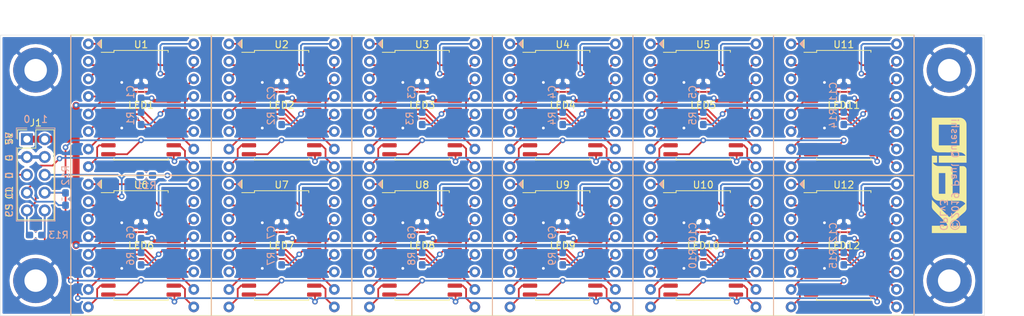
<source format=kicad_pcb>
(kicad_pcb (version 20171130) (host pcbnew "(5.1.4)-1")
  (layers (0 F.Cu signal) (31 B.Cu signal) (34 B.Paste user) (35 F.Paste user) (36 B.SilkS user) (37 F.SilkS user hide) (38 B.Mask user) (39 F.Mask user) (44 Edge.Cuts user))
  (net 0 "")
  (net 1 GND)
  (net 2 +5V)
  (net 3 "Net-(LED1-Pad16)")
  (net 4 "Net-(LED1-Pad15)")
  (net 5 "Net-(LED1-Pad14)")
  (net 6 "Net-(LED1-Pad13)")
  (net 7 "Net-(LED1-Pad12)")
  (net 8 "Net-(LED1-Pad11)")
  (net 9 "Net-(LED1-Pad10)")
  (net 10 "Net-(LED1-Pad9)")
  (net 11 "Net-(LED1-Pad8)")
  (net 12 "Net-(LED1-Pad7)")
  (net 13 "Net-(LED1-Pad6)")
  (net 14 "Net-(LED1-Pad5)")
  (net 15 "Net-(LED1-Pad4)")
  (net 16 "Net-(LED1-Pad3)")
  (net 17 "Net-(LED1-Pad2)")
  (net 18 "Net-(LED1-Pad1)")
  (net 19 "Net-(LED2-Pad1)")
  (net 20 "Net-(LED2-Pad2)")
  (net 21 "Net-(LED2-Pad3)")
  (net 22 "Net-(LED2-Pad4)")
  (net 23 "Net-(LED2-Pad5)")
  (net 24 "Net-(LED2-Pad6)")
  (net 25 "Net-(LED2-Pad7)")
  (net 26 "Net-(LED2-Pad8)")
  (net 27 "Net-(LED2-Pad9)")
  (net 28 "Net-(LED2-Pad10)")
  (net 29 "Net-(LED2-Pad11)")
  (net 30 "Net-(LED2-Pad12)")
  (net 31 "Net-(LED2-Pad13)")
  (net 32 "Net-(LED2-Pad14)")
  (net 33 "Net-(LED2-Pad15)")
  (net 34 "Net-(LED2-Pad16)")
  (net 35 "Net-(LED3-Pad1)")
  (net 36 "Net-(LED3-Pad2)")
  (net 37 "Net-(LED3-Pad3)")
  (net 38 "Net-(LED3-Pad4)")
  (net 39 "Net-(LED3-Pad5)")
  (net 40 "Net-(LED3-Pad6)")
  (net 41 "Net-(LED3-Pad7)")
  (net 42 "Net-(LED3-Pad8)")
  (net 43 "Net-(LED3-Pad9)")
  (net 44 "Net-(LED3-Pad10)")
  (net 45 "Net-(LED3-Pad11)")
  (net 46 "Net-(LED3-Pad12)")
  (net 47 "Net-(LED3-Pad13)")
  (net 48 "Net-(LED3-Pad14)")
  (net 49 "Net-(LED3-Pad15)")
  (net 50 "Net-(LED3-Pad16)")
  (net 51 "Net-(LED4-Pad16)")
  (net 52 "Net-(LED4-Pad15)")
  (net 53 "Net-(LED4-Pad14)")
  (net 54 "Net-(LED4-Pad13)")
  (net 55 "Net-(LED4-Pad12)")
  (net 56 "Net-(LED4-Pad11)")
  (net 57 "Net-(LED4-Pad10)")
  (net 58 "Net-(LED4-Pad9)")
  (net 59 "Net-(LED4-Pad8)")
  (net 60 "Net-(LED4-Pad7)")
  (net 61 "Net-(LED4-Pad6)")
  (net 62 "Net-(LED4-Pad5)")
  (net 63 "Net-(LED4-Pad4)")
  (net 64 "Net-(LED4-Pad3)")
  (net 65 "Net-(LED4-Pad2)")
  (net 66 "Net-(LED4-Pad1)")
  (net 67 "Net-(LED5-Pad16)")
  (net 68 "Net-(LED5-Pad15)")
  (net 69 "Net-(LED5-Pad14)")
  (net 70 "Net-(LED5-Pad13)")
  (net 71 "Net-(LED5-Pad12)")
  (net 72 "Net-(LED5-Pad11)")
  (net 73 "Net-(LED5-Pad10)")
  (net 74 "Net-(LED5-Pad9)")
  (net 75 "Net-(LED5-Pad8)")
  (net 76 "Net-(LED5-Pad7)")
  (net 77 "Net-(LED5-Pad6)")
  (net 78 "Net-(LED5-Pad5)")
  (net 79 "Net-(LED5-Pad4)")
  (net 80 "Net-(LED5-Pad3)")
  (net 81 "Net-(LED5-Pad2)")
  (net 82 "Net-(LED5-Pad1)")
  (net 83 "Net-(LED6-Pad1)")
  (net 84 "Net-(LED6-Pad2)")
  (net 85 "Net-(LED6-Pad3)")
  (net 86 "Net-(LED6-Pad4)")
  (net 87 "Net-(LED6-Pad5)")
  (net 88 "Net-(LED6-Pad6)")
  (net 89 "Net-(LED6-Pad7)")
  (net 90 "Net-(LED6-Pad8)")
  (net 91 "Net-(LED6-Pad9)")
  (net 92 "Net-(LED6-Pad10)")
  (net 93 "Net-(LED6-Pad11)")
  (net 94 "Net-(LED6-Pad12)")
  (net 95 "Net-(LED6-Pad13)")
  (net 96 "Net-(LED6-Pad14)")
  (net 97 "Net-(LED6-Pad15)")
  (net 98 "Net-(LED6-Pad16)")
  (net 99 "Net-(LED7-Pad1)")
  (net 100 "Net-(LED7-Pad2)")
  (net 101 "Net-(LED7-Pad3)")
  (net 102 "Net-(LED7-Pad4)")
  (net 103 "Net-(LED7-Pad5)")
  (net 104 "Net-(LED7-Pad6)")
  (net 105 "Net-(LED7-Pad7)")
  (net 106 "Net-(LED7-Pad8)")
  (net 107 "Net-(LED7-Pad9)")
  (net 108 "Net-(LED7-Pad10)")
  (net 109 "Net-(LED7-Pad11)")
  (net 110 "Net-(LED7-Pad12)")
  (net 111 "Net-(LED7-Pad13)")
  (net 112 "Net-(LED7-Pad14)")
  (net 113 "Net-(LED7-Pad15)")
  (net 114 "Net-(LED7-Pad16)")
  (net 115 "Net-(LED8-Pad16)")
  (net 116 "Net-(LED8-Pad15)")
  (net 117 "Net-(LED8-Pad14)")
  (net 118 "Net-(LED8-Pad13)")
  (net 119 "Net-(LED8-Pad12)")
  (net 120 "Net-(LED8-Pad11)")
  (net 121 "Net-(LED8-Pad10)")
  (net 122 "Net-(LED8-Pad9)")
  (net 123 "Net-(LED8-Pad8)")
  (net 124 "Net-(LED8-Pad7)")
  (net 125 "Net-(LED8-Pad6)")
  (net 126 "Net-(LED8-Pad5)")
  (net 127 "Net-(LED8-Pad4)")
  (net 128 "Net-(LED8-Pad3)")
  (net 129 "Net-(LED8-Pad2)")
  (net 130 "Net-(LED8-Pad1)")
  (net 131 "Net-(LED9-Pad1)")
  (net 132 "Net-(LED9-Pad2)")
  (net 133 "Net-(LED9-Pad3)")
  (net 134 "Net-(LED9-Pad4)")
  (net 135 "Net-(LED9-Pad5)")
  (net 136 "Net-(LED9-Pad6)")
  (net 137 "Net-(LED9-Pad7)")
  (net 138 "Net-(LED9-Pad8)")
  (net 139 "Net-(LED9-Pad9)")
  (net 140 "Net-(LED9-Pad10)")
  (net 141 "Net-(LED9-Pad11)")
  (net 142 "Net-(LED9-Pad12)")
  (net 143 "Net-(LED9-Pad13)")
  (net 144 "Net-(LED9-Pad14)")
  (net 145 "Net-(LED9-Pad15)")
  (net 146 "Net-(LED9-Pad16)")
  (net 147 "Net-(LED10-Pad16)")
  (net 148 "Net-(LED10-Pad15)")
  (net 149 "Net-(LED10-Pad14)")
  (net 150 "Net-(LED10-Pad13)")
  (net 151 "Net-(LED10-Pad12)")
  (net 152 "Net-(LED10-Pad11)")
  (net 153 "Net-(LED10-Pad10)")
  (net 154 "Net-(LED10-Pad9)")
  (net 155 "Net-(LED10-Pad8)")
  (net 156 "Net-(LED10-Pad7)")
  (net 157 "Net-(LED10-Pad6)")
  (net 158 "Net-(LED10-Pad5)")
  (net 159 "Net-(LED10-Pad4)")
  (net 160 "Net-(LED10-Pad3)")
  (net 161 "Net-(LED10-Pad2)")
  (net 162 "Net-(LED10-Pad1)")
  (net 163 "Net-(LED11-Pad1)")
  (net 164 "Net-(LED11-Pad2)")
  (net 165 "Net-(LED11-Pad3)")
  (net 166 "Net-(LED11-Pad4)")
  (net 167 "Net-(LED11-Pad5)")
  (net 168 "Net-(LED11-Pad6)")
  (net 169 "Net-(LED11-Pad7)")
  (net 170 "Net-(LED11-Pad8)")
  (net 171 "Net-(LED11-Pad9)")
  (net 172 "Net-(LED11-Pad10)")
  (net 173 "Net-(LED11-Pad11)")
  (net 174 "Net-(LED11-Pad12)")
  (net 175 "Net-(LED11-Pad13)")
  (net 176 "Net-(LED11-Pad14)")
  (net 177 "Net-(LED11-Pad15)")
  (net 178 "Net-(LED11-Pad16)")
  (net 179 "Net-(LED12-Pad16)")
  (net 180 "Net-(LED12-Pad15)")
  (net 181 "Net-(LED12-Pad14)")
  (net 182 "Net-(LED12-Pad13)")
  (net 183 "Net-(LED12-Pad12)")
  (net 184 "Net-(LED12-Pad11)")
  (net 185 "Net-(LED12-Pad10)")
  (net 186 "Net-(LED12-Pad9)")
  (net 187 "Net-(LED12-Pad8)")
  (net 188 "Net-(LED12-Pad7)")
  (net 189 "Net-(LED12-Pad6)")
  (net 190 "Net-(LED12-Pad5)")
  (net 191 "Net-(LED12-Pad4)")
  (net 192 "Net-(LED12-Pad3)")
  (net 193 "Net-(LED12-Pad2)")
  (net 194 "Net-(LED12-Pad1)")
  (net 195 "Net-(R1-Pad1)")
  (net 196 "Net-(R2-Pad1)")
  (net 197 "Net-(R3-Pad1)")
  (net 198 "Net-(R4-Pad1)")
  (net 199 "Net-(R5-Pad1)")
  (net 200 "Net-(R6-Pad1)")
  (net 201 "Net-(R7-Pad1)")
  (net 202 "Net-(R8-Pad1)")
  (net 203 "Net-(R9-Pad1)")
  (net 204 "Net-(R10-Pad1)")
  (net 205 "Net-(U1-Pad24)")
  (net 206 "Net-(U2-Pad24)")
  (net 207 "Net-(U3-Pad24)")
  (net 208 "Net-(U4-Pad24)")
  (net 209 "Net-(U6-Pad24)")
  (net 210 "Net-(U7-Pad24)")
  (net 211 "Net-(U8-Pad24)")
  (net 212 "Net-(U10-Pad1)")
  (net 213 "Net-(U12-Pad24)")
  (net 214 /DIN0)
  (net 215 /DIN1)
  (net 216 /CLK0)
  (net 217 /CLK1)
  (net 218 /CS0)
  (net 219 /CS1)
  (net 220 /DOUT0)
  (net 221 "Net-(R14-Pad1)")
  (net 222 "Net-(R15-Pad1)")
  (net 223 /R0D)
  (net 224 /R1D)
  (module Keio:logo2_16x5mm_top_silk (layer F.Cu) (at 165 70 90)
    (fp_text reference G*** hide)
    (fp_text value LOGO hide)
  )
  (module MountingHole:MountingHole_3.2mm_M3_Pad (layer F.Cu) (at 165 85)
    (fp_text reference H4 hide)
    (fp_text value MountingHole_Pad)
    (pad 1 thru_hole circle (at 0 0) (size 6.4 6.4) (drill 3.2) (layers *.Cu *.Mask) (net 1 GND))
  )
  (module MountingHole:MountingHole_3.2mm_M3_Pad (layer F.Cu) (at 165 55)
    (fp_text reference H3 hide)
    (fp_text value MountingHole_Pad)
    (pad 1 thru_hole circle (at 0 0) (size 6.4 6.4) (drill 3.2) (layers *.Cu *.Mask) (net 1 GND))
  )
  (module MountingHole:MountingHole_3.2mm_M3_Pad (layer F.Cu) (at 35 85)
    (fp_text reference H2 hide)
    (fp_text value MountingHole_Pad)
    (pad 1 thru_hole circle (at 0 0) (size 6.4 6.4) (drill 3.2) (layers *.Cu *.Mask) (net 1 GND))
  )
  (module MountingHole:MountingHole_3.2mm_M3_Pad (layer F.Cu) (at 35 55)
    (fp_text reference H1 hide)
    (fp_text value MountingHole_Pad)
    (pad 1 thru_hole circle (at 0 0) (size 6.4 6.4) (drill 3.2) (layers *.Cu *.Mask) (net 1 GND))
  )
  (module Capacitor_SMD:C_0603_1608Metric_Pad1.05x0.95mm_HandSolder (layer B.Cu) (at 50 58.125 90)
    (fp_text reference C1 (at 0 -1.5 90) (layer B.SilkS) (effects (justify mirror)))
    (fp_text value 0.1u)
    (pad 2 smd roundrect (at 0.875 0 90) (size 1.05 0.95) (layers B.Cu B.Paste B.Mask) (net 1 GND))
    (pad 1 smd roundrect (at -0.875 0 90) (size 1.05 0.95) (layers B.Cu B.Paste B.Mask) (net 2 +5V))
  )
  (module Capacitor_SMD:C_0603_1608Metric_Pad1.05x0.95mm_HandSolder (layer B.Cu) (at 70 58.125 90)
    (fp_text reference C2 (at -0.125 -1.5 90) (layer B.SilkS) (effects (justify mirror)))
    (fp_text value 0.1u)
    (pad 2 smd roundrect (at 0.875 0 90) (size 1.05 0.95) (layers B.Cu B.Paste B.Mask) (net 1 GND))
    (pad 1 smd roundrect (at -0.875 0 90) (size 1.05 0.95) (layers B.Cu B.Paste B.Mask) (net 2 +5V))
  )
  (module Capacitor_SMD:C_0603_1608Metric_Pad1.05x0.95mm_HandSolder (layer B.Cu) (at 90 58.125 90)
    (fp_text reference C3 (at 0 -1.5 90) (layer B.SilkS) (effects (justify mirror)))
    (fp_text value 0.1u)
    (pad 2 smd roundrect (at 0.875 0 90) (size 1.05 0.95) (layers B.Cu B.Paste B.Mask) (net 1 GND))
    (pad 1 smd roundrect (at -0.875 0 90) (size 1.05 0.95) (layers B.Cu B.Paste B.Mask) (net 2 +5V))
  )
  (module Capacitor_SMD:C_0603_1608Metric_Pad1.05x0.95mm_HandSolder (layer B.Cu) (at 110 58.125 90)
    (fp_text reference C4 (at 0 -1.5 90) (layer B.SilkS) (effects (justify mirror)))
    (fp_text value 0.1u)
    (pad 1 smd roundrect (at -0.875 0 90) (size 1.05 0.95) (layers B.Cu B.Paste B.Mask) (net 2 +5V))
    (pad 2 smd roundrect (at 0.875 0 90) (size 1.05 0.95) (layers B.Cu B.Paste B.Mask) (net 1 GND))
  )
  (module Capacitor_SMD:C_0603_1608Metric_Pad1.05x0.95mm_HandSolder (layer B.Cu) (at 130 58.125 90)
    (fp_text reference C5 (at 0 -1.5 90) (layer B.SilkS) (effects (justify mirror)))
    (fp_text value 0.1u)
    (pad 1 smd roundrect (at -0.875 0 90) (size 1.05 0.95) (layers B.Cu B.Paste B.Mask) (net 2 +5V))
    (pad 2 smd roundrect (at 0.875 0 90) (size 1.05 0.95) (layers B.Cu B.Paste B.Mask) (net 1 GND))
  )
  (module Capacitor_SMD:C_0603_1608Metric_Pad1.05x0.95mm_HandSolder (layer B.Cu) (at 50 78.125 90)
    (fp_text reference C6 (at 0 -1.5 90) (layer B.SilkS) (effects (justify mirror)))
    (fp_text value 0.1u)
    (pad 2 smd roundrect (at 0.875 0 90) (size 1.05 0.95) (layers B.Cu B.Paste B.Mask) (net 1 GND))
    (pad 1 smd roundrect (at -0.875 0 90) (size 1.05 0.95) (layers B.Cu B.Paste B.Mask) (net 2 +5V))
  )
  (module Capacitor_SMD:C_0603_1608Metric_Pad1.05x0.95mm_HandSolder (layer B.Cu) (at 70 78.125 90)
    (fp_text reference C7 (at 0 -1.5 90) (layer B.SilkS) (effects (justify mirror)))
    (fp_text value 0.1u)
    (pad 2 smd roundrect (at 0.875 0 90) (size 1.05 0.95) (layers B.Cu B.Paste B.Mask) (net 1 GND))
    (pad 1 smd roundrect (at -0.875 0 90) (size 1.05 0.95) (layers B.Cu B.Paste B.Mask) (net 2 +5V))
  )
  (module Capacitor_SMD:C_0603_1608Metric_Pad1.05x0.95mm_HandSolder (layer B.Cu) (at 90 78.125 90)
    (fp_text reference C8 (at 0 -1.5 270) (layer B.SilkS) (effects (justify mirror)))
    (fp_text value 0.1u)
    (pad 1 smd roundrect (at -0.875 0 90) (size 1.05 0.95) (layers B.Cu B.Paste B.Mask) (net 2 +5V))
    (pad 2 smd roundrect (at 0.875 0 90) (size 1.05 0.95) (layers B.Cu B.Paste B.Mask) (net 1 GND))
  )
  (module Capacitor_SMD:C_0603_1608Metric_Pad1.05x0.95mm_HandSolder (layer B.Cu) (at 110 78.125 90)
    (fp_text reference C9 (at 0 -1.5 270) (layer B.SilkS) (effects (justify mirror)))
    (fp_text value 0.1u)
    (pad 1 smd roundrect (at -0.875 0 90) (size 1.05 0.95) (layers B.Cu B.Paste B.Mask) (net 2 +5V))
    (pad 2 smd roundrect (at 0.875 0 90) (size 1.05 0.95) (layers B.Cu B.Paste B.Mask) (net 1 GND))
  )
  (module Capacitor_SMD:C_0603_1608Metric_Pad1.05x0.95mm_HandSolder (layer B.Cu) (at 130 78.125 90)
    (fp_text reference C10 (at 0 -1.5 90) (layer B.SilkS) (effects (justify mirror)))
    (fp_text value 0.1u)
    (pad 1 smd roundrect (at -0.875 0 90) (size 1.05 0.95) (layers B.Cu B.Paste B.Mask) (net 2 +5V))
    (pad 2 smd roundrect (at 0.875 0 90) (size 1.05 0.95) (layers B.Cu B.Paste B.Mask) (net 1 GND))
  )
  (module Capacitor_SMD:C_0603_1608Metric_Pad1.05x0.95mm_HandSolder (layer B.Cu) (at 150 78.125 90)
    (fp_text reference C12 (at 0 -1.5 270) (layer B.SilkS) (effects (justify mirror)))
    (fp_text value 0.1u)
    (pad 1 smd roundrect (at -0.875 0 90) (size 1.05 0.95) (layers B.Cu B.Paste B.Mask) (net 2 +5V))
    (pad 2 smd roundrect (at 0.875 0 90) (size 1.05 0.95) (layers B.Cu B.Paste B.Mask) (net 1 GND))
  )
  (module Capacitor_SMD:C_0603_1608Metric_Pad1.05x0.95mm_HandSolder (layer B.Cu) (at 150 58.125 90)
    (fp_text reference C11 (at 0 -1.5 90) (layer B.SilkS) (effects (justify mirror)))
    (fp_text value 0.1u)
    (pad 2 smd roundrect (at 0.875 0 90) (size 1.05 0.95) (layers B.Cu B.Paste B.Mask) (net 1 GND))
    (pad 1 smd roundrect (at -0.875 0 90) (size 1.05 0.95) (layers B.Cu B.Paste B.Mask) (net 2 +5V))
  )
  (module led_matrix:7088A_788 (layer F.Cu) (at 50 60)
    (fp_text reference LED1 (at 0 0) (layer F.SilkS))
    (fp_text value 7088A_788)
    (pad 16 thru_hole circle (at 7.5 -8.75) (size 1.524 1.524) (drill 0.762) (layers *.Cu *.Mask) (net 3 "Net-(LED1-Pad16)"))
    (pad 15 thru_hole circle (at 7.5 -6.25) (size 1.524 1.524) (drill 0.762) (layers *.Cu *.Mask) (net 4 "Net-(LED1-Pad15)"))
    (pad 14 thru_hole circle (at 7.5 -3.75) (size 1.524 1.524) (drill 0.762) (layers *.Cu *.Mask) (net 5 "Net-(LED1-Pad14)"))
    (pad 13 thru_hole circle (at 7.5 -1.25) (size 1.524 1.524) (drill 0.762) (layers *.Cu *.Mask) (net 6 "Net-(LED1-Pad13)"))
    (pad 12 thru_hole circle (at 7.5 1.25) (size 1.524 1.524) (drill 0.762) (layers *.Cu *.Mask) (net 7 "Net-(LED1-Pad12)"))
    (pad 11 thru_hole circle (at 7.5 3.75) (size 1.524 1.524) (drill 0.762) (layers *.Cu *.Mask) (net 8 "Net-(LED1-Pad11)"))
    (pad 10 thru_hole circle (at 7.5 6.25) (size 1.524 1.524) (drill 0.762) (layers *.Cu *.Mask) (net 9 "Net-(LED1-Pad10)"))
    (pad 9 thru_hole circle (at 7.5 8.75) (size 1.524 1.524) (drill 0.762) (layers *.Cu *.Mask) (net 10 "Net-(LED1-Pad9)"))
    (pad 8 thru_hole circle (at -7.5 8.75) (size 1.524 1.524) (drill 0.762) (layers *.Cu *.Mask) (net 11 "Net-(LED1-Pad8)"))
    (pad 7 thru_hole circle (at -7.5 6.25) (size 1.524 1.524) (drill 0.762) (layers *.Cu *.Mask) (net 12 "Net-(LED1-Pad7)"))
    (pad 6 thru_hole circle (at -7.5 3.75) (size 1.524 1.524) (drill 0.762) (layers *.Cu *.Mask) (net 13 "Net-(LED1-Pad6)"))
    (pad 5 thru_hole circle (at -7.5 1.25) (size 1.524 1.524) (drill 0.762) (layers *.Cu *.Mask) (net 14 "Net-(LED1-Pad5)"))
    (pad 4 thru_hole circle (at -7.5 -1.25) (size 1.524 1.524) (drill 0.762) (layers *.Cu *.Mask) (net 15 "Net-(LED1-Pad4)"))
    (pad 3 thru_hole circle (at -7.5 -3.75) (size 1.524 1.524) (drill 0.762) (layers *.Cu *.Mask) (net 16 "Net-(LED1-Pad3)"))
    (pad 2 thru_hole circle (at -7.5 -6.25) (size 1.524 1.524) (drill 0.762) (layers *.Cu *.Mask) (net 17 "Net-(LED1-Pad2)"))
    (pad 1 thru_hole circle (at -7.5 -8.75) (size 1.524 1.524) (drill 0.762) (layers *.Cu *.Mask) (net 18 "Net-(LED1-Pad1)"))
  )
  (module led_matrix:7088A_788 (layer F.Cu) (at 70 60)
    (fp_text reference LED2 (at 0 0) (layer F.SilkS))
    (fp_text value 7088A_788)
    (pad 1 thru_hole circle (at -7.5 -8.75) (size 1.524 1.524) (drill 0.762) (layers *.Cu *.Mask) (net 19 "Net-(LED2-Pad1)"))
    (pad 2 thru_hole circle (at -7.5 -6.25) (size 1.524 1.524) (drill 0.762) (layers *.Cu *.Mask) (net 20 "Net-(LED2-Pad2)"))
    (pad 3 thru_hole circle (at -7.5 -3.75) (size 1.524 1.524) (drill 0.762) (layers *.Cu *.Mask) (net 21 "Net-(LED2-Pad3)"))
    (pad 4 thru_hole circle (at -7.5 -1.25) (size 1.524 1.524) (drill 0.762) (layers *.Cu *.Mask) (net 22 "Net-(LED2-Pad4)"))
    (pad 5 thru_hole circle (at -7.5 1.25) (size 1.524 1.524) (drill 0.762) (layers *.Cu *.Mask) (net 23 "Net-(LED2-Pad5)"))
    (pad 6 thru_hole circle (at -7.5 3.75) (size 1.524 1.524) (drill 0.762) (layers *.Cu *.Mask) (net 24 "Net-(LED2-Pad6)"))
    (pad 7 thru_hole circle (at -7.5 6.25) (size 1.524 1.524) (drill 0.762) (layers *.Cu *.Mask) (net 25 "Net-(LED2-Pad7)"))
    (pad 8 thru_hole circle (at -7.5 8.75) (size 1.524 1.524) (drill 0.762) (layers *.Cu *.Mask) (net 26 "Net-(LED2-Pad8)"))
    (pad 9 thru_hole circle (at 7.5 8.75) (size 1.524 1.524) (drill 0.762) (layers *.Cu *.Mask) (net 27 "Net-(LED2-Pad9)"))
    (pad 10 thru_hole circle (at 7.5 6.25) (size 1.524 1.524) (drill 0.762) (layers *.Cu *.Mask) (net 28 "Net-(LED2-Pad10)"))
    (pad 11 thru_hole circle (at 7.5 3.75) (size 1.524 1.524) (drill 0.762) (layers *.Cu *.Mask) (net 29 "Net-(LED2-Pad11)"))
    (pad 12 thru_hole circle (at 7.5 1.25) (size 1.524 1.524) (drill 0.762) (layers *.Cu *.Mask) (net 30 "Net-(LED2-Pad12)"))
    (pad 13 thru_hole circle (at 7.5 -1.25) (size 1.524 1.524) (drill 0.762) (layers *.Cu *.Mask) (net 31 "Net-(LED2-Pad13)"))
    (pad 14 thru_hole circle (at 7.5 -3.75) (size 1.524 1.524) (drill 0.762) (layers *.Cu *.Mask) (net 32 "Net-(LED2-Pad14)"))
    (pad 15 thru_hole circle (at 7.5 -6.25) (size 1.524 1.524) (drill 0.762) (layers *.Cu *.Mask) (net 33 "Net-(LED2-Pad15)"))
    (pad 16 thru_hole circle (at 7.5 -8.75) (size 1.524 1.524) (drill 0.762) (layers *.Cu *.Mask) (net 34 "Net-(LED2-Pad16)"))
  )
  (module led_matrix:7088A_788 (layer F.Cu) (at 90 60)
    (fp_text reference LED3 (at 0 0) (layer F.SilkS))
    (fp_text value 7088A_788)
    (pad 1 thru_hole circle (at -7.5 -8.75) (size 1.524 1.524) (drill 0.762) (layers *.Cu *.Mask) (net 35 "Net-(LED3-Pad1)"))
    (pad 2 thru_hole circle (at -7.5 -6.25) (size 1.524 1.524) (drill 0.762) (layers *.Cu *.Mask) (net 36 "Net-(LED3-Pad2)"))
    (pad 3 thru_hole circle (at -7.5 -3.75) (size 1.524 1.524) (drill 0.762) (layers *.Cu *.Mask) (net 37 "Net-(LED3-Pad3)"))
    (pad 4 thru_hole circle (at -7.5 -1.25) (size 1.524 1.524) (drill 0.762) (layers *.Cu *.Mask) (net 38 "Net-(LED3-Pad4)"))
    (pad 5 thru_hole circle (at -7.5 1.25) (size 1.524 1.524) (drill 0.762) (layers *.Cu *.Mask) (net 39 "Net-(LED3-Pad5)"))
    (pad 6 thru_hole circle (at -7.5 3.75) (size 1.524 1.524) (drill 0.762) (layers *.Cu *.Mask) (net 40 "Net-(LED3-Pad6)"))
    (pad 7 thru_hole circle (at -7.5 6.25) (size 1.524 1.524) (drill 0.762) (layers *.Cu *.Mask) (net 41 "Net-(LED3-Pad7)"))
    (pad 8 thru_hole circle (at -7.5 8.75) (size 1.524 1.524) (drill 0.762) (layers *.Cu *.Mask) (net 42 "Net-(LED3-Pad8)"))
    (pad 9 thru_hole circle (at 7.5 8.75) (size 1.524 1.524) (drill 0.762) (layers *.Cu *.Mask) (net 43 "Net-(LED3-Pad9)"))
    (pad 10 thru_hole circle (at 7.5 6.25) (size 1.524 1.524) (drill 0.762) (layers *.Cu *.Mask) (net 44 "Net-(LED3-Pad10)"))
    (pad 11 thru_hole circle (at 7.5 3.75) (size 1.524 1.524) (drill 0.762) (layers *.Cu *.Mask) (net 45 "Net-(LED3-Pad11)"))
    (pad 12 thru_hole circle (at 7.5 1.25) (size 1.524 1.524) (drill 0.762) (layers *.Cu *.Mask) (net 46 "Net-(LED3-Pad12)"))
    (pad 13 thru_hole circle (at 7.5 -1.25) (size 1.524 1.524) (drill 0.762) (layers *.Cu *.Mask) (net 47 "Net-(LED3-Pad13)"))
    (pad 14 thru_hole circle (at 7.5 -3.75) (size 1.524 1.524) (drill 0.762) (layers *.Cu *.Mask) (net 48 "Net-(LED3-Pad14)"))
    (pad 15 thru_hole circle (at 7.5 -6.25) (size 1.524 1.524) (drill 0.762) (layers *.Cu *.Mask) (net 49 "Net-(LED3-Pad15)"))
    (pad 16 thru_hole circle (at 7.5 -8.75) (size 1.524 1.524) (drill 0.762) (layers *.Cu *.Mask) (net 50 "Net-(LED3-Pad16)"))
  )
  (module led_matrix:7088A_788 (layer F.Cu) (at 110 60)
    (fp_text reference LED4 (at 0 0) (layer F.SilkS))
    (fp_text value 7088A_788)
    (pad 16 thru_hole circle (at 7.5 -8.75) (size 1.524 1.524) (drill 0.762) (layers *.Cu *.Mask) (net 51 "Net-(LED4-Pad16)"))
    (pad 15 thru_hole circle (at 7.5 -6.25) (size 1.524 1.524) (drill 0.762) (layers *.Cu *.Mask) (net 52 "Net-(LED4-Pad15)"))
    (pad 14 thru_hole circle (at 7.5 -3.75) (size 1.524 1.524) (drill 0.762) (layers *.Cu *.Mask) (net 53 "Net-(LED4-Pad14)"))
    (pad 13 thru_hole circle (at 7.5 -1.25) (size 1.524 1.524) (drill 0.762) (layers *.Cu *.Mask) (net 54 "Net-(LED4-Pad13)"))
    (pad 12 thru_hole circle (at 7.5 1.25) (size 1.524 1.524) (drill 0.762) (layers *.Cu *.Mask) (net 55 "Net-(LED4-Pad12)"))
    (pad 11 thru_hole circle (at 7.5 3.75) (size 1.524 1.524) (drill 0.762) (layers *.Cu *.Mask) (net 56 "Net-(LED4-Pad11)"))
    (pad 10 thru_hole circle (at 7.5 6.25) (size 1.524 1.524) (drill 0.762) (layers *.Cu *.Mask) (net 57 "Net-(LED4-Pad10)"))
    (pad 9 thru_hole circle (at 7.5 8.75) (size 1.524 1.524) (drill 0.762) (layers *.Cu *.Mask) (net 58 "Net-(LED4-Pad9)"))
    (pad 8 thru_hole circle (at -7.5 8.75) (size 1.524 1.524) (drill 0.762) (layers *.Cu *.Mask) (net 59 "Net-(LED4-Pad8)"))
    (pad 7 thru_hole circle (at -7.5 6.25) (size 1.524 1.524) (drill 0.762) (layers *.Cu *.Mask) (net 60 "Net-(LED4-Pad7)"))
    (pad 6 thru_hole circle (at -7.5 3.75) (size 1.524 1.524) (drill 0.762) (layers *.Cu *.Mask) (net 61 "Net-(LED4-Pad6)"))
    (pad 5 thru_hole circle (at -7.5 1.25) (size 1.524 1.524) (drill 0.762) (layers *.Cu *.Mask) (net 62 "Net-(LED4-Pad5)"))
    (pad 4 thru_hole circle (at -7.5 -1.25) (size 1.524 1.524) (drill 0.762) (layers *.Cu *.Mask) (net 63 "Net-(LED4-Pad4)"))
    (pad 3 thru_hole circle (at -7.5 -3.75) (size 1.524 1.524) (drill 0.762) (layers *.Cu *.Mask) (net 64 "Net-(LED4-Pad3)"))
    (pad 2 thru_hole circle (at -7.5 -6.25) (size 1.524 1.524) (drill 0.762) (layers *.Cu *.Mask) (net 65 "Net-(LED4-Pad2)"))
    (pad 1 thru_hole circle (at -7.5 -8.75) (size 1.524 1.524) (drill 0.762) (layers *.Cu *.Mask) (net 66 "Net-(LED4-Pad1)"))
  )
  (module led_matrix:7088A_788 (layer F.Cu) (at 130 60)
    (fp_text reference LED5 (at 0 0) (layer F.SilkS))
    (fp_text value 7088A_788)
    (pad 16 thru_hole circle (at 7.5 -8.75) (size 1.524 1.524) (drill 0.762) (layers *.Cu *.Mask) (net 67 "Net-(LED5-Pad16)"))
    (pad 15 thru_hole circle (at 7.5 -6.25) (size 1.524 1.524) (drill 0.762) (layers *.Cu *.Mask) (net 68 "Net-(LED5-Pad15)"))
    (pad 14 thru_hole circle (at 7.5 -3.75) (size 1.524 1.524) (drill 0.762) (layers *.Cu *.Mask) (net 69 "Net-(LED5-Pad14)"))
    (pad 13 thru_hole circle (at 7.5 -1.25) (size 1.524 1.524) (drill 0.762) (layers *.Cu *.Mask) (net 70 "Net-(LED5-Pad13)"))
    (pad 12 thru_hole circle (at 7.5 1.25) (size 1.524 1.524) (drill 0.762) (layers *.Cu *.Mask) (net 71 "Net-(LED5-Pad12)"))
    (pad 11 thru_hole circle (at 7.5 3.75) (size 1.524 1.524) (drill 0.762) (layers *.Cu *.Mask) (net 72 "Net-(LED5-Pad11)"))
    (pad 10 thru_hole circle (at 7.5 6.25) (size 1.524 1.524) (drill 0.762) (layers *.Cu *.Mask) (net 73 "Net-(LED5-Pad10)"))
    (pad 9 thru_hole circle (at 7.5 8.75) (size 1.524 1.524) (drill 0.762) (layers *.Cu *.Mask) (net 74 "Net-(LED5-Pad9)"))
    (pad 8 thru_hole circle (at -7.5 8.75) (size 1.524 1.524) (drill 0.762) (layers *.Cu *.Mask) (net 75 "Net-(LED5-Pad8)"))
    (pad 7 thru_hole circle (at -7.5 6.25) (size 1.524 1.524) (drill 0.762) (layers *.Cu *.Mask) (net 76 "Net-(LED5-Pad7)"))
    (pad 6 thru_hole circle (at -7.5 3.75) (size 1.524 1.524) (drill 0.762) (layers *.Cu *.Mask) (net 77 "Net-(LED5-Pad6)"))
    (pad 5 thru_hole circle (at -7.5 1.25) (size 1.524 1.524) (drill 0.762) (layers *.Cu *.Mask) (net 78 "Net-(LED5-Pad5)"))
    (pad 4 thru_hole circle (at -7.5 -1.25) (size 1.524 1.524) (drill 0.762) (layers *.Cu *.Mask) (net 79 "Net-(LED5-Pad4)"))
    (pad 3 thru_hole circle (at -7.5 -3.75) (size 1.524 1.524) (drill 0.762) (layers *.Cu *.Mask) (net 80 "Net-(LED5-Pad3)"))
    (pad 2 thru_hole circle (at -7.5 -6.25) (size 1.524 1.524) (drill 0.762) (layers *.Cu *.Mask) (net 81 "Net-(LED5-Pad2)"))
    (pad 1 thru_hole circle (at -7.5 -8.75) (size 1.524 1.524) (drill 0.762) (layers *.Cu *.Mask) (net 82 "Net-(LED5-Pad1)"))
  )
  (module led_matrix:7088A_788 (layer F.Cu) (at 50 80)
    (fp_text reference LED6 (at 0 0) (layer F.SilkS))
    (fp_text value 7088A_788)
    (pad 1 thru_hole circle (at -7.5 -8.75) (size 1.524 1.524) (drill 0.762) (layers *.Cu *.Mask) (net 83 "Net-(LED6-Pad1)"))
    (pad 2 thru_hole circle (at -7.5 -6.25) (size 1.524 1.524) (drill 0.762) (layers *.Cu *.Mask) (net 84 "Net-(LED6-Pad2)"))
    (pad 3 thru_hole circle (at -7.5 -3.75) (size 1.524 1.524) (drill 0.762) (layers *.Cu *.Mask) (net 85 "Net-(LED6-Pad3)"))
    (pad 4 thru_hole circle (at -7.5 -1.25) (size 1.524 1.524) (drill 0.762) (layers *.Cu *.Mask) (net 86 "Net-(LED6-Pad4)"))
    (pad 5 thru_hole circle (at -7.5 1.25) (size 1.524 1.524) (drill 0.762) (layers *.Cu *.Mask) (net 87 "Net-(LED6-Pad5)"))
    (pad 6 thru_hole circle (at -7.5 3.75) (size 1.524 1.524) (drill 0.762) (layers *.Cu *.Mask) (net 88 "Net-(LED6-Pad6)"))
    (pad 7 thru_hole circle (at -7.5 6.25) (size 1.524 1.524) (drill 0.762) (layers *.Cu *.Mask) (net 89 "Net-(LED6-Pad7)"))
    (pad 8 thru_hole circle (at -7.5 8.75) (size 1.524 1.524) (drill 0.762) (layers *.Cu *.Mask) (net 90 "Net-(LED6-Pad8)"))
    (pad 9 thru_hole circle (at 7.5 8.75) (size 1.524 1.524) (drill 0.762) (layers *.Cu *.Mask) (net 91 "Net-(LED6-Pad9)"))
    (pad 10 thru_hole circle (at 7.5 6.25) (size 1.524 1.524) (drill 0.762) (layers *.Cu *.Mask) (net 92 "Net-(LED6-Pad10)"))
    (pad 11 thru_hole circle (at 7.5 3.75) (size 1.524 1.524) (drill 0.762) (layers *.Cu *.Mask) (net 93 "Net-(LED6-Pad11)"))
    (pad 12 thru_hole circle (at 7.5 1.25) (size 1.524 1.524) (drill 0.762) (layers *.Cu *.Mask) (net 94 "Net-(LED6-Pad12)"))
    (pad 13 thru_hole circle (at 7.5 -1.25) (size 1.524 1.524) (drill 0.762) (layers *.Cu *.Mask) (net 95 "Net-(LED6-Pad13)"))
    (pad 14 thru_hole circle (at 7.5 -3.75) (size 1.524 1.524) (drill 0.762) (layers *.Cu *.Mask) (net 96 "Net-(LED6-Pad14)"))
    (pad 15 thru_hole circle (at 7.5 -6.25) (size 1.524 1.524) (drill 0.762) (layers *.Cu *.Mask) (net 97 "Net-(LED6-Pad15)"))
    (pad 16 thru_hole circle (at 7.5 -8.75) (size 1.524 1.524) (drill 0.762) (layers *.Cu *.Mask) (net 98 "Net-(LED6-Pad16)"))
  )
  (module led_matrix:7088A_788 (layer F.Cu) (at 70 80)
    (fp_text reference LED7 (at 0 0) (layer F.SilkS))
    (fp_text value 7088A_788)
    (pad 1 thru_hole circle (at -7.5 -8.75) (size 1.524 1.524) (drill 0.762) (layers *.Cu *.Mask) (net 99 "Net-(LED7-Pad1)"))
    (pad 2 thru_hole circle (at -7.5 -6.25) (size 1.524 1.524) (drill 0.762) (layers *.Cu *.Mask) (net 100 "Net-(LED7-Pad2)"))
    (pad 3 thru_hole circle (at -7.5 -3.75) (size 1.524 1.524) (drill 0.762) (layers *.Cu *.Mask) (net 101 "Net-(LED7-Pad3)"))
    (pad 4 thru_hole circle (at -7.5 -1.25) (size 1.524 1.524) (drill 0.762) (layers *.Cu *.Mask) (net 102 "Net-(LED7-Pad4)"))
    (pad 5 thru_hole circle (at -7.5 1.25) (size 1.524 1.524) (drill 0.762) (layers *.Cu *.Mask) (net 103 "Net-(LED7-Pad5)"))
    (pad 6 thru_hole circle (at -7.5 3.75) (size 1.524 1.524) (drill 0.762) (layers *.Cu *.Mask) (net 104 "Net-(LED7-Pad6)"))
    (pad 7 thru_hole circle (at -7.5 6.25) (size 1.524 1.524) (drill 0.762) (layers *.Cu *.Mask) (net 105 "Net-(LED7-Pad7)"))
    (pad 8 thru_hole circle (at -7.5 8.75) (size 1.524 1.524) (drill 0.762) (layers *.Cu *.Mask) (net 106 "Net-(LED7-Pad8)"))
    (pad 9 thru_hole circle (at 7.5 8.75) (size 1.524 1.524) (drill 0.762) (layers *.Cu *.Mask) (net 107 "Net-(LED7-Pad9)"))
    (pad 10 thru_hole circle (at 7.5 6.25) (size 1.524 1.524) (drill 0.762) (layers *.Cu *.Mask) (net 108 "Net-(LED7-Pad10)"))
    (pad 11 thru_hole circle (at 7.5 3.75) (size 1.524 1.524) (drill 0.762) (layers *.Cu *.Mask) (net 109 "Net-(LED7-Pad11)"))
    (pad 12 thru_hole circle (at 7.5 1.25) (size 1.524 1.524) (drill 0.762) (layers *.Cu *.Mask) (net 110 "Net-(LED7-Pad12)"))
    (pad 13 thru_hole circle (at 7.5 -1.25) (size 1.524 1.524) (drill 0.762) (layers *.Cu *.Mask) (net 111 "Net-(LED7-Pad13)"))
    (pad 14 thru_hole circle (at 7.5 -3.75) (size 1.524 1.524) (drill 0.762) (layers *.Cu *.Mask) (net 112 "Net-(LED7-Pad14)"))
    (pad 15 thru_hole circle (at 7.5 -6.25) (size 1.524 1.524) (drill 0.762) (layers *.Cu *.Mask) (net 113 "Net-(LED7-Pad15)"))
    (pad 16 thru_hole circle (at 7.5 -8.75) (size 1.524 1.524) (drill 0.762) (layers *.Cu *.Mask) (net 114 "Net-(LED7-Pad16)"))
  )
  (module led_matrix:7088A_788 (layer F.Cu) (at 90 80)
    (fp_text reference LED8 (at 0 0) (layer F.SilkS))
    (fp_text value 7088A_788)
    (pad 16 thru_hole circle (at 7.5 -8.75) (size 1.524 1.524) (drill 0.762) (layers *.Cu *.Mask) (net 115 "Net-(LED8-Pad16)"))
    (pad 15 thru_hole circle (at 7.5 -6.25) (size 1.524 1.524) (drill 0.762) (layers *.Cu *.Mask) (net 116 "Net-(LED8-Pad15)"))
    (pad 14 thru_hole circle (at 7.5 -3.75) (size 1.524 1.524) (drill 0.762) (layers *.Cu *.Mask) (net 117 "Net-(LED8-Pad14)"))
    (pad 13 thru_hole circle (at 7.5 -1.25) (size 1.524 1.524) (drill 0.762) (layers *.Cu *.Mask) (net 118 "Net-(LED8-Pad13)"))
    (pad 12 thru_hole circle (at 7.5 1.25) (size 1.524 1.524) (drill 0.762) (layers *.Cu *.Mask) (net 119 "Net-(LED8-Pad12)"))
    (pad 11 thru_hole circle (at 7.5 3.75) (size 1.524 1.524) (drill 0.762) (layers *.Cu *.Mask) (net 120 "Net-(LED8-Pad11)"))
    (pad 10 thru_hole circle (at 7.5 6.25) (size 1.524 1.524) (drill 0.762) (layers *.Cu *.Mask) (net 121 "Net-(LED8-Pad10)"))
    (pad 9 thru_hole circle (at 7.5 8.75) (size 1.524 1.524) (drill 0.762) (layers *.Cu *.Mask) (net 122 "Net-(LED8-Pad9)"))
    (pad 8 thru_hole circle (at -7.5 8.75) (size 1.524 1.524) (drill 0.762) (layers *.Cu *.Mask) (net 123 "Net-(LED8-Pad8)"))
    (pad 7 thru_hole circle (at -7.5 6.25) (size 1.524 1.524) (drill 0.762) (layers *.Cu *.Mask) (net 124 "Net-(LED8-Pad7)"))
    (pad 6 thru_hole circle (at -7.5 3.75) (size 1.524 1.524) (drill 0.762) (layers *.Cu *.Mask) (net 125 "Net-(LED8-Pad6)"))
    (pad 5 thru_hole circle (at -7.5 1.25) (size 1.524 1.524) (drill 0.762) (layers *.Cu *.Mask) (net 126 "Net-(LED8-Pad5)"))
    (pad 4 thru_hole circle (at -7.5 -1.25) (size 1.524 1.524) (drill 0.762) (layers *.Cu *.Mask) (net 127 "Net-(LED8-Pad4)"))
    (pad 3 thru_hole circle (at -7.5 -3.75) (size 1.524 1.524) (drill 0.762) (layers *.Cu *.Mask) (net 128 "Net-(LED8-Pad3)"))
    (pad 2 thru_hole circle (at -7.5 -6.25) (size 1.524 1.524) (drill 0.762) (layers *.Cu *.Mask) (net 129 "Net-(LED8-Pad2)"))
    (pad 1 thru_hole circle (at -7.5 -8.75) (size 1.524 1.524) (drill 0.762) (layers *.Cu *.Mask) (net 130 "Net-(LED8-Pad1)"))
  )
  (module led_matrix:7088A_788 (layer F.Cu) (at 110 80)
    (fp_text reference LED9 (at 0 0) (layer F.SilkS))
    (fp_text value 7088A_788)
    (pad 1 thru_hole circle (at -7.5 -8.75) (size 1.524 1.524) (drill 0.762) (layers *.Cu *.Mask) (net 131 "Net-(LED9-Pad1)"))
    (pad 2 thru_hole circle (at -7.5 -6.25) (size 1.524 1.524) (drill 0.762) (layers *.Cu *.Mask) (net 132 "Net-(LED9-Pad2)"))
    (pad 3 thru_hole circle (at -7.5 -3.75) (size 1.524 1.524) (drill 0.762) (layers *.Cu *.Mask) (net 133 "Net-(LED9-Pad3)"))
    (pad 4 thru_hole circle (at -7.5 -1.25) (size 1.524 1.524) (drill 0.762) (layers *.Cu *.Mask) (net 134 "Net-(LED9-Pad4)"))
    (pad 5 thru_hole circle (at -7.5 1.25) (size 1.524 1.524) (drill 0.762) (layers *.Cu *.Mask) (net 135 "Net-(LED9-Pad5)"))
    (pad 6 thru_hole circle (at -7.5 3.75) (size 1.524 1.524) (drill 0.762) (layers *.Cu *.Mask) (net 136 "Net-(LED9-Pad6)"))
    (pad 7 thru_hole circle (at -7.5 6.25) (size 1.524 1.524) (drill 0.762) (layers *.Cu *.Mask) (net 137 "Net-(LED9-Pad7)"))
    (pad 8 thru_hole circle (at -7.5 8.75) (size 1.524 1.524) (drill 0.762) (layers *.Cu *.Mask) (net 138 "Net-(LED9-Pad8)"))
    (pad 9 thru_hole circle (at 7.5 8.75) (size 1.524 1.524) (drill 0.762) (layers *.Cu *.Mask) (net 139 "Net-(LED9-Pad9)"))
    (pad 10 thru_hole circle (at 7.5 6.25) (size 1.524 1.524) (drill 0.762) (layers *.Cu *.Mask) (net 140 "Net-(LED9-Pad10)"))
    (pad 11 thru_hole circle (at 7.5 3.75) (size 1.524 1.524) (drill 0.762) (layers *.Cu *.Mask) (net 141 "Net-(LED9-Pad11)"))
    (pad 12 thru_hole circle (at 7.5 1.25) (size 1.524 1.524) (drill 0.762) (layers *.Cu *.Mask) (net 142 "Net-(LED9-Pad12)"))
    (pad 13 thru_hole circle (at 7.5 -1.25) (size 1.524 1.524) (drill 0.762) (layers *.Cu *.Mask) (net 143 "Net-(LED9-Pad13)"))
    (pad 14 thru_hole circle (at 7.5 -3.75) (size 1.524 1.524) (drill 0.762) (layers *.Cu *.Mask) (net 144 "Net-(LED9-Pad14)"))
    (pad 15 thru_hole circle (at 7.5 -6.25) (size 1.524 1.524) (drill 0.762) (layers *.Cu *.Mask) (net 145 "Net-(LED9-Pad15)"))
    (pad 16 thru_hole circle (at 7.5 -8.75) (size 1.524 1.524) (drill 0.762) (layers *.Cu *.Mask) (net 146 "Net-(LED9-Pad16)"))
  )
  (module led_matrix:7088A_788 (layer F.Cu) (at 130 80)
    (fp_text reference LED10 (at 0 0) (layer F.SilkS))
    (fp_text value 7088A_788)
    (pad 16 thru_hole circle (at 7.5 -8.75) (size 1.524 1.524) (drill 0.762) (layers *.Cu *.Mask) (net 147 "Net-(LED10-Pad16)"))
    (pad 15 thru_hole circle (at 7.5 -6.25) (size 1.524 1.524) (drill 0.762) (layers *.Cu *.Mask) (net 148 "Net-(LED10-Pad15)"))
    (pad 14 thru_hole circle (at 7.5 -3.75) (size 1.524 1.524) (drill 0.762) (layers *.Cu *.Mask) (net 149 "Net-(LED10-Pad14)"))
    (pad 13 thru_hole circle (at 7.5 -1.25) (size 1.524 1.524) (drill 0.762) (layers *.Cu *.Mask) (net 150 "Net-(LED10-Pad13)"))
    (pad 12 thru_hole circle (at 7.5 1.25) (size 1.524 1.524) (drill 0.762) (layers *.Cu *.Mask) (net 151 "Net-(LED10-Pad12)"))
    (pad 11 thru_hole circle (at 7.5 3.75) (size 1.524 1.524) (drill 0.762) (layers *.Cu *.Mask) (net 152 "Net-(LED10-Pad11)"))
    (pad 10 thru_hole circle (at 7.5 6.25) (size 1.524 1.524) (drill 0.762) (layers *.Cu *.Mask) (net 153 "Net-(LED10-Pad10)"))
    (pad 9 thru_hole circle (at 7.5 8.75) (size 1.524 1.524) (drill 0.762) (layers *.Cu *.Mask) (net 154 "Net-(LED10-Pad9)"))
    (pad 8 thru_hole circle (at -7.5 8.75) (size 1.524 1.524) (drill 0.762) (layers *.Cu *.Mask) (net 155 "Net-(LED10-Pad8)"))
    (pad 7 thru_hole circle (at -7.5 6.25) (size 1.524 1.524) (drill 0.762) (layers *.Cu *.Mask) (net 156 "Net-(LED10-Pad7)"))
    (pad 6 thru_hole circle (at -7.5 3.75) (size 1.524 1.524) (drill 0.762) (layers *.Cu *.Mask) (net 157 "Net-(LED10-Pad6)"))
    (pad 5 thru_hole circle (at -7.5 1.25) (size 1.524 1.524) (drill 0.762) (layers *.Cu *.Mask) (net 158 "Net-(LED10-Pad5)"))
    (pad 4 thru_hole circle (at -7.5 -1.25) (size 1.524 1.524) (drill 0.762) (layers *.Cu *.Mask) (net 159 "Net-(LED10-Pad4)"))
    (pad 3 thru_hole circle (at -7.5 -3.75) (size 1.524 1.524) (drill 0.762) (layers *.Cu *.Mask) (net 160 "Net-(LED10-Pad3)"))
    (pad 2 thru_hole circle (at -7.5 -6.25) (size 1.524 1.524) (drill 0.762) (layers *.Cu *.Mask) (net 161 "Net-(LED10-Pad2)"))
    (pad 1 thru_hole circle (at -7.5 -8.75) (size 1.524 1.524) (drill 0.762) (layers *.Cu *.Mask) (net 162 "Net-(LED10-Pad1)"))
  )
  (module led_matrix:7088A_788 (layer F.Cu) (at 150 80)
    (fp_text reference LED12 (at 0 0) (layer F.SilkS))
    (fp_text value 7088A_788)
    (pad 1 thru_hole circle (at -7.5 -8.75) (size 1.524 1.524) (drill 0.762) (layers *.Cu *.Mask) (net 194 "Net-(LED12-Pad1)"))
    (pad 2 thru_hole circle (at -7.5 -6.25) (size 1.524 1.524) (drill 0.762) (layers *.Cu *.Mask) (net 193 "Net-(LED12-Pad2)"))
    (pad 3 thru_hole circle (at -7.5 -3.75) (size 1.524 1.524) (drill 0.762) (layers *.Cu *.Mask) (net 192 "Net-(LED12-Pad3)"))
    (pad 4 thru_hole circle (at -7.5 -1.25) (size 1.524 1.524) (drill 0.762) (layers *.Cu *.Mask) (net 191 "Net-(LED12-Pad4)"))
    (pad 5 thru_hole circle (at -7.5 1.25) (size 1.524 1.524) (drill 0.762) (layers *.Cu *.Mask) (net 190 "Net-(LED12-Pad5)"))
    (pad 6 thru_hole circle (at -7.5 3.75) (size 1.524 1.524) (drill 0.762) (layers *.Cu *.Mask) (net 189 "Net-(LED12-Pad6)"))
    (pad 7 thru_hole circle (at -7.5 6.25) (size 1.524 1.524) (drill 0.762) (layers *.Cu *.Mask) (net 188 "Net-(LED12-Pad7)"))
    (pad 8 thru_hole circle (at -7.5 8.75) (size 1.524 1.524) (drill 0.762) (layers *.Cu *.Mask) (net 187 "Net-(LED12-Pad8)"))
    (pad 9 thru_hole circle (at 7.5 8.75) (size 1.524 1.524) (drill 0.762) (layers *.Cu *.Mask) (net 186 "Net-(LED12-Pad9)"))
    (pad 10 thru_hole circle (at 7.5 6.25) (size 1.524 1.524) (drill 0.762) (layers *.Cu *.Mask) (net 185 "Net-(LED12-Pad10)"))
    (pad 11 thru_hole circle (at 7.5 3.75) (size 1.524 1.524) (drill 0.762) (layers *.Cu *.Mask) (net 184 "Net-(LED12-Pad11)"))
    (pad 12 thru_hole circle (at 7.5 1.25) (size 1.524 1.524) (drill 0.762) (layers *.Cu *.Mask) (net 183 "Net-(LED12-Pad12)"))
    (pad 13 thru_hole circle (at 7.5 -1.25) (size 1.524 1.524) (drill 0.762) (layers *.Cu *.Mask) (net 182 "Net-(LED12-Pad13)"))
    (pad 14 thru_hole circle (at 7.5 -3.75) (size 1.524 1.524) (drill 0.762) (layers *.Cu *.Mask) (net 181 "Net-(LED12-Pad14)"))
    (pad 15 thru_hole circle (at 7.5 -6.25) (size 1.524 1.524) (drill 0.762) (layers *.Cu *.Mask) (net 180 "Net-(LED12-Pad15)"))
    (pad 16 thru_hole circle (at 7.5 -8.75) (size 1.524 1.524) (drill 0.762) (layers *.Cu *.Mask) (net 179 "Net-(LED12-Pad16)"))
  )
  (module led_matrix:7088A_788 (layer F.Cu) (at 150 60)
    (fp_text reference LED11 (at 0 0) (layer F.SilkS))
    (fp_text value 7088A_788)
    (pad 16 thru_hole circle (at 7.5 -8.75) (size 1.524 1.524) (drill 0.762) (layers *.Cu *.Mask) (net 178 "Net-(LED11-Pad16)"))
    (pad 15 thru_hole circle (at 7.5 -6.25) (size 1.524 1.524) (drill 0.762) (layers *.Cu *.Mask) (net 177 "Net-(LED11-Pad15)"))
    (pad 14 thru_hole circle (at 7.5 -3.75) (size 1.524 1.524) (drill 0.762) (layers *.Cu *.Mask) (net 176 "Net-(LED11-Pad14)"))
    (pad 13 thru_hole circle (at 7.5 -1.25) (size 1.524 1.524) (drill 0.762) (layers *.Cu *.Mask) (net 175 "Net-(LED11-Pad13)"))
    (pad 12 thru_hole circle (at 7.5 1.25) (size 1.524 1.524) (drill 0.762) (layers *.Cu *.Mask) (net 174 "Net-(LED11-Pad12)"))
    (pad 11 thru_hole circle (at 7.5 3.75) (size 1.524 1.524) (drill 0.762) (layers *.Cu *.Mask) (net 173 "Net-(LED11-Pad11)"))
    (pad 10 thru_hole circle (at 7.5 6.25) (size 1.524 1.524) (drill 0.762) (layers *.Cu *.Mask) (net 172 "Net-(LED11-Pad10)"))
    (pad 9 thru_hole circle (at 7.5 8.75) (size 1.524 1.524) (drill 0.762) (layers *.Cu *.Mask) (net 171 "Net-(LED11-Pad9)"))
    (pad 8 thru_hole circle (at -7.5 8.75) (size 1.524 1.524) (drill 0.762) (layers *.Cu *.Mask) (net 170 "Net-(LED11-Pad8)"))
    (pad 7 thru_hole circle (at -7.5 6.25) (size 1.524 1.524) (drill 0.762) (layers *.Cu *.Mask) (net 169 "Net-(LED11-Pad7)"))
    (pad 6 thru_hole circle (at -7.5 3.75) (size 1.524 1.524) (drill 0.762) (layers *.Cu *.Mask) (net 168 "Net-(LED11-Pad6)"))
    (pad 5 thru_hole circle (at -7.5 1.25) (size 1.524 1.524) (drill 0.762) (layers *.Cu *.Mask) (net 167 "Net-(LED11-Pad5)"))
    (pad 4 thru_hole circle (at -7.5 -1.25) (size 1.524 1.524) (drill 0.762) (layers *.Cu *.Mask) (net 166 "Net-(LED11-Pad4)"))
    (pad 3 thru_hole circle (at -7.5 -3.75) (size 1.524 1.524) (drill 0.762) (layers *.Cu *.Mask) (net 165 "Net-(LED11-Pad3)"))
    (pad 2 thru_hole circle (at -7.5 -6.25) (size 1.524 1.524) (drill 0.762) (layers *.Cu *.Mask) (net 164 "Net-(LED11-Pad2)"))
    (pad 1 thru_hole circle (at -7.5 -8.75) (size 1.524 1.524) (drill 0.762) (layers *.Cu *.Mask) (net 163 "Net-(LED11-Pad1)"))
  )
  (module Resistor_SMD:R_0603_1608Metric_Pad1.05x0.95mm_HandSolder (layer B.Cu) (at 50 61.875 90)
    (fp_text reference R1 (at 0 -1.5 90) (layer B.SilkS) (effects (justify mirror)))
    (fp_text value 30k)
    (pad 1 smd roundrect (at -0.875 0 90) (size 1.05 0.95) (layers B.Cu B.Paste B.Mask) (net 195 "Net-(R1-Pad1)"))
    (pad 2 smd roundrect (at 0.875 0 90) (size 1.05 0.95) (layers B.Cu B.Paste B.Mask) (net 2 +5V))
  )
  (module Resistor_SMD:R_0603_1608Metric_Pad1.05x0.95mm_HandSolder (layer B.Cu) (at 70 61.875 90)
    (fp_text reference R2 (at 0 -1.5 90) (layer B.SilkS) (effects (justify mirror)))
    (fp_text value 30k)
    (pad 2 smd roundrect (at 0.875 0 90) (size 1.05 0.95) (layers B.Cu B.Paste B.Mask) (net 2 +5V))
    (pad 1 smd roundrect (at -0.875 0 90) (size 1.05 0.95) (layers B.Cu B.Paste B.Mask) (net 196 "Net-(R2-Pad1)"))
  )
  (module Resistor_SMD:R_0603_1608Metric_Pad1.05x0.95mm_HandSolder (layer B.Cu) (at 90 61.875 90)
    (fp_text reference R3 (at 0 -1.75 90) (layer B.SilkS) (effects (justify mirror)))
    (fp_text value 30k)
    (pad 2 smd roundrect (at 0.875 0 90) (size 1.05 0.95) (layers B.Cu B.Paste B.Mask) (net 2 +5V))
    (pad 1 smd roundrect (at -0.875 0 90) (size 1.05 0.95) (layers B.Cu B.Paste B.Mask) (net 197 "Net-(R3-Pad1)"))
  )
  (module Resistor_SMD:R_0603_1608Metric_Pad1.05x0.95mm_HandSolder (layer B.Cu) (at 110 61.875 90)
    (fp_text reference R4 (at 0 -1.5 90) (layer B.SilkS) (effects (justify mirror)))
    (fp_text value 30k)
    (pad 1 smd roundrect (at -0.875 0 90) (size 1.05 0.95) (layers B.Cu B.Paste B.Mask) (net 198 "Net-(R4-Pad1)"))
    (pad 2 smd roundrect (at 0.875 0 90) (size 1.05 0.95) (layers B.Cu B.Paste B.Mask) (net 2 +5V))
  )
  (module Resistor_SMD:R_0603_1608Metric_Pad1.05x0.95mm_HandSolder (layer B.Cu) (at 130 61.875 90)
    (fp_text reference R5 (at 0 -1.5 90) (layer B.SilkS) (effects (justify mirror)))
    (fp_text value 30k)
    (pad 1 smd roundrect (at -0.875 0 90) (size 1.05 0.95) (layers B.Cu B.Paste B.Mask) (net 199 "Net-(R5-Pad1)"))
    (pad 2 smd roundrect (at 0.875 0 90) (size 1.05 0.95) (layers B.Cu B.Paste B.Mask) (net 2 +5V))
  )
  (module Resistor_SMD:R_0603_1608Metric_Pad1.05x0.95mm_HandSolder (layer B.Cu) (at 50 81.875 90)
    (fp_text reference R6 (at 0 -1.5 90) (layer B.SilkS) (effects (justify mirror)))
    (fp_text value 30k)
    (pad 1 smd roundrect (at -0.875 0 90) (size 1.05 0.95) (layers B.Cu B.Paste B.Mask) (net 200 "Net-(R6-Pad1)"))
    (pad 2 smd roundrect (at 0.875 0 90) (size 1.05 0.95) (layers B.Cu B.Paste B.Mask) (net 2 +5V))
  )
  (module Resistor_SMD:R_0603_1608Metric_Pad1.05x0.95mm_HandSolder (layer B.Cu) (at 70 81.875 90)
    (fp_text reference R7 (at 0 -1.5 90) (layer B.SilkS) (effects (justify mirror)))
    (fp_text value 30k)
    (pad 2 smd roundrect (at 0.875 0 90) (size 1.05 0.95) (layers B.Cu B.Paste B.Mask) (net 2 +5V))
    (pad 1 smd roundrect (at -0.875 0 90) (size 1.05 0.95) (layers B.Cu B.Paste B.Mask) (net 201 "Net-(R7-Pad1)"))
  )
  (module Resistor_SMD:R_0603_1608Metric_Pad1.05x0.95mm_HandSolder (layer B.Cu) (at 90 81.875 90)
    (fp_text reference R8 (at 0 -1.5 270) (layer B.SilkS) (effects (justify mirror)))
    (fp_text value 30k)
    (pad 2 smd roundrect (at 0.875 0 90) (size 1.05 0.95) (layers B.Cu B.Paste B.Mask) (net 2 +5V))
    (pad 1 smd roundrect (at -0.875 0 90) (size 1.05 0.95) (layers B.Cu B.Paste B.Mask) (net 202 "Net-(R8-Pad1)"))
  )
  (module Resistor_SMD:R_0603_1608Metric_Pad1.05x0.95mm_HandSolder (layer B.Cu) (at 110 81.875 90)
    (fp_text reference R9 (at 0 -1.5 270) (layer B.SilkS) (effects (justify mirror)))
    (fp_text value 30k)
    (pad 2 smd roundrect (at 0.875 0 90) (size 1.05 0.95) (layers B.Cu B.Paste B.Mask) (net 2 +5V))
    (pad 1 smd roundrect (at -0.875 0 90) (size 1.05 0.95) (layers B.Cu B.Paste B.Mask) (net 203 "Net-(R9-Pad1)"))
  )
  (module Resistor_SMD:R_0603_1608Metric_Pad1.05x0.95mm_HandSolder (layer B.Cu) (at 130 81.875 90)
    (fp_text reference R10 (at 0 -1.5 270) (layer B.SilkS) (effects (justify mirror)))
    (fp_text value 30k)
    (pad 1 smd roundrect (at -0.875 0 90) (size 1.05 0.95) (layers B.Cu B.Paste B.Mask) (net 204 "Net-(R10-Pad1)"))
    (pad 2 smd roundrect (at 0.875 0 90) (size 1.05 0.95) (layers B.Cu B.Paste B.Mask) (net 2 +5V))
  )
  (module Resistor_SMD:R_0603_1608Metric_Pad1.05x0.95mm_HandSolder (layer B.Cu) (at 39.25 73.375 270)
    (fp_text reference R12 (at -3.375 0 90) (layer B.SilkS) (effects (justify mirror)))
    (fp_text value 0R)
    (pad 2 smd roundrect (at 0.875 0 270) (size 1.05 0.95) (layers B.Cu B.Paste B.Mask) (net 216 /CLK0))
    (pad 1 smd roundrect (at -0.875 0 270) (size 1.05 0.95) (layers B.Cu B.Paste B.Mask) (net 217 /CLK1))
  )
  (module Resistor_SMD:R_0603_1608Metric_Pad1.05x0.95mm_HandSolder (layer B.Cu) (at 50.75 70)
    (fp_text reference R11 (at 0 1.43) (layer B.SilkS) (effects (justify mirror)))
    (fp_text value 0R)
    (pad 2 smd roundrect (at 0.875 0) (size 1.05 0.95) (layers B.Cu B.Paste B.Mask) (net 220 /DOUT0))
    (pad 1 smd roundrect (at -0.875 0) (size 1.05 0.95) (layers B.Cu B.Paste B.Mask) (net 215 /DIN1))
  )
  (module Package_SO:SOIC-24W_7.5x15.4mm_P1.27mm (layer F.Cu) (at 50 60)
    (fp_text reference U1 (at 0 -8.65) (layer F.SilkS))
    (fp_text value MAX7219_7221)
    (pad 24 smd roundrect (at 4.65 -6.985) (size 2.05 0.6) (layers F.Cu F.Paste F.Mask) (net 205 "Net-(U1-Pad24)"))
    (pad 23 smd roundrect (at 4.65 -5.715) (size 2.05 0.6) (layers F.Cu F.Paste F.Mask) (net 18 "Net-(LED1-Pad1)"))
    (pad 22 smd roundrect (at 4.65 -4.445) (size 2.05 0.6) (layers F.Cu F.Paste F.Mask) (net 3 "Net-(LED1-Pad16)"))
    (pad 21 smd roundrect (at 4.65 -3.175) (size 2.05 0.6) (layers F.Cu F.Paste F.Mask) (net 4 "Net-(LED1-Pad15)"))
    (pad 20 smd roundrect (at 4.65 -1.905) (size 2.05 0.6) (layers F.Cu F.Paste F.Mask) (net 15 "Net-(LED1-Pad4)"))
    (pad 19 smd roundrect (at 4.65 -0.635) (size 2.05 0.6) (layers F.Cu F.Paste F.Mask) (net 2 +5V))
    (pad 18 smd roundrect (at 4.65 0.635) (size 2.05 0.6) (layers F.Cu F.Paste F.Mask) (net 195 "Net-(R1-Pad1)"))
    (pad 17 smd roundrect (at 4.65 1.905) (size 2.05 0.6) (layers F.Cu F.Paste F.Mask) (net 6 "Net-(LED1-Pad13)"))
    (pad 16 smd roundrect (at 4.65 3.175) (size 2.05 0.6) (layers F.Cu F.Paste F.Mask) (net 13 "Net-(LED1-Pad6)"))
    (pad 15 smd roundrect (at 4.65 4.445) (size 2.05 0.6) (layers F.Cu F.Paste F.Mask) (net 9 "Net-(LED1-Pad10)"))
    (pad 14 smd roundrect (at 4.65 5.715) (size 2.05 0.6) (layers F.Cu F.Paste F.Mask) (net 10 "Net-(LED1-Pad9)"))
    (pad 13 smd roundrect (at 4.65 6.985) (size 2.05 0.6) (layers F.Cu F.Paste F.Mask) (net 216 /CLK0))
    (pad 12 smd roundrect (at -4.65 6.985) (size 2.05 0.6) (layers F.Cu F.Paste F.Mask) (net 218 /CS0))
    (pad 11 smd roundrect (at -4.65 5.715) (size 2.05 0.6) (layers F.Cu F.Paste F.Mask) (net 11 "Net-(LED1-Pad8)"))
    (pad 10 smd roundrect (at -4.65 4.445) (size 2.05 0.6) (layers F.Cu F.Paste F.Mask) (net 12 "Net-(LED1-Pad7)"))
    (pad 9 smd roundrect (at -4.65 3.175) (size 2.05 0.6) (layers F.Cu F.Paste F.Mask) (net 1 GND))
    (pad 8 smd roundrect (at -4.65 1.905) (size 2.05 0.6) (layers F.Cu F.Paste F.Mask) (net 8 "Net-(LED1-Pad11)"))
    (pad 7 smd roundrect (at -4.65 0.635) (size 2.05 0.6) (layers F.Cu F.Paste F.Mask) (net 7 "Net-(LED1-Pad12)"))
    (pad 6 smd roundrect (at -4.65 -0.635) (size 2.05 0.6) (layers F.Cu F.Paste F.Mask) (net 14 "Net-(LED1-Pad5)"))
    (pad 5 smd roundrect (at -4.65 -1.905) (size 2.05 0.6) (layers F.Cu F.Paste F.Mask) (net 5 "Net-(LED1-Pad14)"))
    (pad 4 smd roundrect (at -4.65 -3.175) (size 2.05 0.6) (layers F.Cu F.Paste F.Mask) (net 1 GND))
    (pad 3 smd roundrect (at -4.65 -4.445) (size 2.05 0.6) (layers F.Cu F.Paste F.Mask) (net 16 "Net-(LED1-Pad3)"))
    (pad 2 smd roundrect (at -4.65 -5.715) (size 2.05 0.6) (layers F.Cu F.Paste F.Mask) (net 17 "Net-(LED1-Pad2)"))
    (pad 1 smd roundrect (at -4.65 -6.985) (size 2.05 0.6) (layers F.Cu F.Paste F.Mask) (net 214 /DIN0))
  )
  (module Package_SO:SOIC-24W_7.5x15.4mm_P1.27mm (layer F.Cu) (at 70 60)
    (fp_text reference U2 (at 0 -8.65) (layer F.SilkS))
    (fp_text value MAX7219_7221)
    (pad 1 smd roundrect (at -4.65 -6.985) (size 2.05 0.6) (layers F.Cu F.Paste F.Mask) (net 205 "Net-(U1-Pad24)"))
    (pad 2 smd roundrect (at -4.65 -5.715) (size 2.05 0.6) (layers F.Cu F.Paste F.Mask) (net 20 "Net-(LED2-Pad2)"))
    (pad 3 smd roundrect (at -4.65 -4.445) (size 2.05 0.6) (layers F.Cu F.Paste F.Mask) (net 21 "Net-(LED2-Pad3)"))
    (pad 4 smd roundrect (at -4.65 -3.175) (size 2.05 0.6) (layers F.Cu F.Paste F.Mask) (net 1 GND))
    (pad 5 smd roundrect (at -4.65 -1.905) (size 2.05 0.6) (layers F.Cu F.Paste F.Mask) (net 32 "Net-(LED2-Pad14)"))
    (pad 6 smd roundrect (at -4.65 -0.635) (size 2.05 0.6) (layers F.Cu F.Paste F.Mask) (net 23 "Net-(LED2-Pad5)"))
    (pad 7 smd roundrect (at -4.65 0.635) (size 2.05 0.6) (layers F.Cu F.Paste F.Mask) (net 30 "Net-(LED2-Pad12)"))
    (pad 8 smd roundrect (at -4.65 1.905) (size 2.05 0.6) (layers F.Cu F.Paste F.Mask) (net 29 "Net-(LED2-Pad11)"))
    (pad 9 smd roundrect (at -4.65 3.175) (size 2.05 0.6) (layers F.Cu F.Paste F.Mask) (net 1 GND))
    (pad 10 smd roundrect (at -4.65 4.445) (size 2.05 0.6) (layers F.Cu F.Paste F.Mask) (net 25 "Net-(LED2-Pad7)"))
    (pad 11 smd roundrect (at -4.65 5.715) (size 2.05 0.6) (layers F.Cu F.Paste F.Mask) (net 26 "Net-(LED2-Pad8)"))
    (pad 12 smd roundrect (at -4.65 6.985) (size 2.05 0.6) (layers F.Cu F.Paste F.Mask) (net 218 /CS0))
    (pad 13 smd roundrect (at 4.65 6.985) (size 2.05 0.6) (layers F.Cu F.Paste F.Mask) (net 216 /CLK0))
    (pad 14 smd roundrect (at 4.65 5.715) (size 2.05 0.6) (layers F.Cu F.Paste F.Mask) (net 27 "Net-(LED2-Pad9)"))
    (pad 15 smd roundrect (at 4.65 4.445) (size 2.05 0.6) (layers F.Cu F.Paste F.Mask) (net 28 "Net-(LED2-Pad10)"))
    (pad 16 smd roundrect (at 4.65 3.175) (size 2.05 0.6) (layers F.Cu F.Paste F.Mask) (net 24 "Net-(LED2-Pad6)"))
    (pad 17 smd roundrect (at 4.65 1.905) (size 2.05 0.6) (layers F.Cu F.Paste F.Mask) (net 31 "Net-(LED2-Pad13)"))
    (pad 18 smd roundrect (at 4.65 0.635) (size 2.05 0.6) (layers F.Cu F.Paste F.Mask) (net 196 "Net-(R2-Pad1)"))
    (pad 19 smd roundrect (at 4.65 -0.635) (size 2.05 0.6) (layers F.Cu F.Paste F.Mask) (net 2 +5V))
    (pad 20 smd roundrect (at 4.65 -1.905) (size 2.05 0.6) (layers F.Cu F.Paste F.Mask) (net 22 "Net-(LED2-Pad4)"))
    (pad 21 smd roundrect (at 4.65 -3.175) (size 2.05 0.6) (layers F.Cu F.Paste F.Mask) (net 33 "Net-(LED2-Pad15)"))
    (pad 22 smd roundrect (at 4.65 -4.445) (size 2.05 0.6) (layers F.Cu F.Paste F.Mask) (net 34 "Net-(LED2-Pad16)"))
    (pad 23 smd roundrect (at 4.65 -5.715) (size 2.05 0.6) (layers F.Cu F.Paste F.Mask) (net 19 "Net-(LED2-Pad1)"))
    (pad 24 smd roundrect (at 4.65 -6.985) (size 2.05 0.6) (layers F.Cu F.Paste F.Mask) (net 206 "Net-(U2-Pad24)"))
  )
  (module Package_SO:SOIC-24W_7.5x15.4mm_P1.27mm (layer F.Cu) (at 90 60)
    (fp_text reference U3 (at 0 -8.65) (layer F.SilkS))
    (fp_text value MAX7219_7221)
    (pad 24 smd roundrect (at 4.65 -6.985) (size 2.05 0.6) (layers F.Cu F.Paste F.Mask) (net 207 "Net-(U3-Pad24)"))
    (pad 23 smd roundrect (at 4.65 -5.715) (size 2.05 0.6) (layers F.Cu F.Paste F.Mask) (net 35 "Net-(LED3-Pad1)"))
    (pad 22 smd roundrect (at 4.65 -4.445) (size 2.05 0.6) (layers F.Cu F.Paste F.Mask) (net 50 "Net-(LED3-Pad16)"))
    (pad 21 smd roundrect (at 4.65 -3.175) (size 2.05 0.6) (layers F.Cu F.Paste F.Mask) (net 49 "Net-(LED3-Pad15)"))
    (pad 20 smd roundrect (at 4.65 -1.905) (size 2.05 0.6) (layers F.Cu F.Paste F.Mask) (net 38 "Net-(LED3-Pad4)"))
    (pad 19 smd roundrect (at 4.65 -0.635) (size 2.05 0.6) (layers F.Cu F.Paste F.Mask) (net 2 +5V))
    (pad 18 smd roundrect (at 4.65 0.635) (size 2.05 0.6) (layers F.Cu F.Paste F.Mask) (net 197 "Net-(R3-Pad1)"))
    (pad 17 smd roundrect (at 4.65 1.905) (size 2.05 0.6) (layers F.Cu F.Paste F.Mask) (net 47 "Net-(LED3-Pad13)"))
    (pad 16 smd roundrect (at 4.65 3.175) (size 2.05 0.6) (layers F.Cu F.Paste F.Mask) (net 40 "Net-(LED3-Pad6)"))
    (pad 15 smd roundrect (at 4.65 4.445) (size 2.05 0.6) (layers F.Cu F.Paste F.Mask) (net 44 "Net-(LED3-Pad10)"))
    (pad 14 smd roundrect (at 4.65 5.715) (size 2.05 0.6) (layers F.Cu F.Paste F.Mask) (net 43 "Net-(LED3-Pad9)"))
    (pad 13 smd roundrect (at 4.65 6.985) (size 2.05 0.6) (layers F.Cu F.Paste F.Mask) (net 216 /CLK0))
    (pad 12 smd roundrect (at -4.65 6.985) (size 2.05 0.6) (layers F.Cu F.Paste F.Mask) (net 218 /CS0))
    (pad 11 smd roundrect (at -4.65 5.715) (size 2.05 0.6) (layers F.Cu F.Paste F.Mask) (net 42 "Net-(LED3-Pad8)"))
    (pad 10 smd roundrect (at -4.65 4.445) (size 2.05 0.6) (layers F.Cu F.Paste F.Mask) (net 41 "Net-(LED3-Pad7)"))
    (pad 9 smd roundrect (at -4.65 3.175) (size 2.05 0.6) (layers F.Cu F.Paste F.Mask) (net 1 GND))
    (pad 8 smd roundrect (at -4.65 1.905) (size 2.05 0.6) (layers F.Cu F.Paste F.Mask) (net 45 "Net-(LED3-Pad11)"))
    (pad 7 smd roundrect (at -4.65 0.635) (size 2.05 0.6) (layers F.Cu F.Paste F.Mask) (net 46 "Net-(LED3-Pad12)"))
    (pad 6 smd roundrect (at -4.65 -0.635) (size 2.05 0.6) (layers F.Cu F.Paste F.Mask) (net 39 "Net-(LED3-Pad5)"))
    (pad 5 smd roundrect (at -4.65 -1.905) (size 2.05 0.6) (layers F.Cu F.Paste F.Mask) (net 48 "Net-(LED3-Pad14)"))
    (pad 4 smd roundrect (at -4.65 -3.175) (size 2.05 0.6) (layers F.Cu F.Paste F.Mask) (net 1 GND))
    (pad 3 smd roundrect (at -4.65 -4.445) (size 2.05 0.6) (layers F.Cu F.Paste F.Mask) (net 37 "Net-(LED3-Pad3)"))
    (pad 2 smd roundrect (at -4.65 -5.715) (size 2.05 0.6) (layers F.Cu F.Paste F.Mask) (net 36 "Net-(LED3-Pad2)"))
    (pad 1 smd roundrect (at -4.65 -6.985) (size 2.05 0.6) (layers F.Cu F.Paste F.Mask) (net 206 "Net-(U2-Pad24)"))
  )
  (module Package_SO:SOIC-24W_7.5x15.4mm_P1.27mm (layer F.Cu) (at 110 60)
    (fp_text reference U4 (at 0 -8.65) (layer F.SilkS))
    (fp_text value MAX7219_7221)
    (pad 1 smd roundrect (at -4.65 -6.985) (size 2.05 0.6) (layers F.Cu F.Paste F.Mask) (net 207 "Net-(U3-Pad24)"))
    (pad 2 smd roundrect (at -4.65 -5.715) (size 2.05 0.6) (layers F.Cu F.Paste F.Mask) (net 65 "Net-(LED4-Pad2)"))
    (pad 3 smd roundrect (at -4.65 -4.445) (size 2.05 0.6) (layers F.Cu F.Paste F.Mask) (net 64 "Net-(LED4-Pad3)"))
    (pad 4 smd roundrect (at -4.65 -3.175) (size 2.05 0.6) (layers F.Cu F.Paste F.Mask) (net 1 GND))
    (pad 5 smd roundrect (at -4.65 -1.905) (size 2.05 0.6) (layers F.Cu F.Paste F.Mask) (net 53 "Net-(LED4-Pad14)"))
    (pad 6 smd roundrect (at -4.65 -0.635) (size 2.05 0.6) (layers F.Cu F.Paste F.Mask) (net 62 "Net-(LED4-Pad5)"))
    (pad 7 smd roundrect (at -4.65 0.635) (size 2.05 0.6) (layers F.Cu F.Paste F.Mask) (net 55 "Net-(LED4-Pad12)"))
    (pad 8 smd roundrect (at -4.65 1.905) (size 2.05 0.6) (layers F.Cu F.Paste F.Mask) (net 56 "Net-(LED4-Pad11)"))
    (pad 9 smd roundrect (at -4.65 3.175) (size 2.05 0.6) (layers F.Cu F.Paste F.Mask) (net 1 GND))
    (pad 10 smd roundrect (at -4.65 4.445) (size 2.05 0.6) (layers F.Cu F.Paste F.Mask) (net 60 "Net-(LED4-Pad7)"))
    (pad 11 smd roundrect (at -4.65 5.715) (size 2.05 0.6) (layers F.Cu F.Paste F.Mask) (net 59 "Net-(LED4-Pad8)"))
    (pad 12 smd roundrect (at -4.65 6.985) (size 2.05 0.6) (layers F.Cu F.Paste F.Mask) (net 218 /CS0))
    (pad 13 smd roundrect (at 4.65 6.985) (size 2.05 0.6) (layers F.Cu F.Paste F.Mask) (net 216 /CLK0))
    (pad 14 smd roundrect (at 4.65 5.715) (size 2.05 0.6) (layers F.Cu F.Paste F.Mask) (net 58 "Net-(LED4-Pad9)"))
    (pad 15 smd roundrect (at 4.65 4.445) (size 2.05 0.6) (layers F.Cu F.Paste F.Mask) (net 57 "Net-(LED4-Pad10)"))
    (pad 16 smd roundrect (at 4.65 3.175) (size 2.05 0.6) (layers F.Cu F.Paste F.Mask) (net 61 "Net-(LED4-Pad6)"))
    (pad 17 smd roundrect (at 4.65 1.905) (size 2.05 0.6) (layers F.Cu F.Paste F.Mask) (net 54 "Net-(LED4-Pad13)"))
    (pad 18 smd roundrect (at 4.65 0.635) (size 2.05 0.6) (layers F.Cu F.Paste F.Mask) (net 198 "Net-(R4-Pad1)"))
    (pad 19 smd roundrect (at 4.65 -0.635) (size 2.05 0.6) (layers F.Cu F.Paste F.Mask) (net 2 +5V))
    (pad 20 smd roundrect (at 4.65 -1.905) (size 2.05 0.6) (layers F.Cu F.Paste F.Mask) (net 63 "Net-(LED4-Pad4)"))
    (pad 21 smd roundrect (at 4.65 -3.175) (size 2.05 0.6) (layers F.Cu F.Paste F.Mask) (net 52 "Net-(LED4-Pad15)"))
    (pad 22 smd roundrect (at 4.65 -4.445) (size 2.05 0.6) (layers F.Cu F.Paste F.Mask) (net 51 "Net-(LED4-Pad16)"))
    (pad 23 smd roundrect (at 4.65 -5.715) (size 2.05 0.6) (layers F.Cu F.Paste F.Mask) (net 66 "Net-(LED4-Pad1)"))
    (pad 24 smd roundrect (at 4.65 -6.985) (size 2.05 0.6) (layers F.Cu F.Paste F.Mask) (net 208 "Net-(U4-Pad24)"))
  )
  (module Package_SO:SOIC-24W_7.5x15.4mm_P1.27mm (layer F.Cu) (at 130 60)
    (fp_text reference U5 (at 0 -8.65) (layer F.SilkS))
    (fp_text value MAX7219_7221)
    (pad 1 smd roundrect (at -4.65 -6.985) (size 2.05 0.6) (layers F.Cu F.Paste F.Mask) (net 208 "Net-(U4-Pad24)"))
    (pad 2 smd roundrect (at -4.65 -5.715) (size 2.05 0.6) (layers F.Cu F.Paste F.Mask) (net 81 "Net-(LED5-Pad2)"))
    (pad 3 smd roundrect (at -4.65 -4.445) (size 2.05 0.6) (layers F.Cu F.Paste F.Mask) (net 80 "Net-(LED5-Pad3)"))
    (pad 4 smd roundrect (at -4.65 -3.175) (size 2.05 0.6) (layers F.Cu F.Paste F.Mask) (net 1 GND))
    (pad 5 smd roundrect (at -4.65 -1.905) (size 2.05 0.6) (layers F.Cu F.Paste F.Mask) (net 69 "Net-(LED5-Pad14)"))
    (pad 6 smd roundrect (at -4.65 -0.635) (size 2.05 0.6) (layers F.Cu F.Paste F.Mask) (net 78 "Net-(LED5-Pad5)"))
    (pad 7 smd roundrect (at -4.65 0.635) (size 2.05 0.6) (layers F.Cu F.Paste F.Mask) (net 71 "Net-(LED5-Pad12)"))
    (pad 8 smd roundrect (at -4.65 1.905) (size 2.05 0.6) (layers F.Cu F.Paste F.Mask) (net 72 "Net-(LED5-Pad11)"))
    (pad 9 smd roundrect (at -4.65 3.175) (size 2.05 0.6) (layers F.Cu F.Paste F.Mask) (net 1 GND))
    (pad 10 smd roundrect (at -4.65 4.445) (size 2.05 0.6) (layers F.Cu F.Paste F.Mask) (net 76 "Net-(LED5-Pad7)"))
    (pad 11 smd roundrect (at -4.65 5.715) (size 2.05 0.6) (layers F.Cu F.Paste F.Mask) (net 75 "Net-(LED5-Pad8)"))
    (pad 12 smd roundrect (at -4.65 6.985) (size 2.05 0.6) (layers F.Cu F.Paste F.Mask) (net 218 /CS0))
    (pad 13 smd roundrect (at 4.65 6.985) (size 2.05 0.6) (layers F.Cu F.Paste F.Mask) (net 216 /CLK0))
    (pad 14 smd roundrect (at 4.65 5.715) (size 2.05 0.6) (layers F.Cu F.Paste F.Mask) (net 74 "Net-(LED5-Pad9)"))
    (pad 15 smd roundrect (at 4.65 4.445) (size 2.05 0.6) (layers F.Cu F.Paste F.Mask) (net 73 "Net-(LED5-Pad10)"))
    (pad 16 smd roundrect (at 4.65 3.175) (size 2.05 0.6) (layers F.Cu F.Paste F.Mask) (net 77 "Net-(LED5-Pad6)"))
    (pad 17 smd roundrect (at 4.65 1.905) (size 2.05 0.6) (layers F.Cu F.Paste F.Mask) (net 70 "Net-(LED5-Pad13)"))
    (pad 18 smd roundrect (at 4.65 0.635) (size 2.05 0.6) (layers F.Cu F.Paste F.Mask) (net 199 "Net-(R5-Pad1)"))
    (pad 19 smd roundrect (at 4.65 -0.635) (size 2.05 0.6) (layers F.Cu F.Paste F.Mask) (net 2 +5V))
    (pad 20 smd roundrect (at 4.65 -1.905) (size 2.05 0.6) (layers F.Cu F.Paste F.Mask) (net 79 "Net-(LED5-Pad4)"))
    (pad 21 smd roundrect (at 4.65 -3.175) (size 2.05 0.6) (layers F.Cu F.Paste F.Mask) (net 68 "Net-(LED5-Pad15)"))
    (pad 22 smd roundrect (at 4.65 -4.445) (size 2.05 0.6) (layers F.Cu F.Paste F.Mask) (net 67 "Net-(LED5-Pad16)"))
    (pad 23 smd roundrect (at 4.65 -5.715) (size 2.05 0.6) (layers F.Cu F.Paste F.Mask) (net 82 "Net-(LED5-Pad1)"))
    (pad 24 smd roundrect (at 4.65 -6.985) (size 2.05 0.6) (layers F.Cu F.Paste F.Mask) (net 223 /R0D))
  )
  (module Package_SO:SOIC-24W_7.5x15.4mm_P1.27mm (layer F.Cu) (at 50 80)
    (fp_text reference U6 (at 0 -8.65) (layer F.SilkS))
    (fp_text value MAX7219_7221)
    (pad 24 smd roundrect (at 4.65 -6.985) (size 2.05 0.6) (layers F.Cu F.Paste F.Mask) (net 209 "Net-(U6-Pad24)"))
    (pad 23 smd roundrect (at 4.65 -5.715) (size 2.05 0.6) (layers F.Cu F.Paste F.Mask) (net 83 "Net-(LED6-Pad1)"))
    (pad 22 smd roundrect (at 4.65 -4.445) (size 2.05 0.6) (layers F.Cu F.Paste F.Mask) (net 98 "Net-(LED6-Pad16)"))
    (pad 21 smd roundrect (at 4.65 -3.175) (size 2.05 0.6) (layers F.Cu F.Paste F.Mask) (net 97 "Net-(LED6-Pad15)"))
    (pad 20 smd roundrect (at 4.65 -1.905) (size 2.05 0.6) (layers F.Cu F.Paste F.Mask) (net 86 "Net-(LED6-Pad4)"))
    (pad 19 smd roundrect (at 4.65 -0.635) (size 2.05 0.6) (layers F.Cu F.Paste F.Mask) (net 2 +5V))
    (pad 18 smd roundrect (at 4.65 0.635) (size 2.05 0.6) (layers F.Cu F.Paste F.Mask) (net 200 "Net-(R6-Pad1)"))
    (pad 17 smd roundrect (at 4.65 1.905) (size 2.05 0.6) (layers F.Cu F.Paste F.Mask) (net 95 "Net-(LED6-Pad13)"))
    (pad 16 smd roundrect (at 4.65 3.175) (size 2.05 0.6) (layers F.Cu F.Paste F.Mask) (net 88 "Net-(LED6-Pad6)"))
    (pad 15 smd roundrect (at 4.65 4.445) (size 2.05 0.6) (layers F.Cu F.Paste F.Mask) (net 92 "Net-(LED6-Pad10)"))
    (pad 14 smd roundrect (at 4.65 5.715) (size 2.05 0.6) (layers F.Cu F.Paste F.Mask) (net 91 "Net-(LED6-Pad9)"))
    (pad 13 smd roundrect (at 4.65 6.985) (size 2.05 0.6) (layers F.Cu F.Paste F.Mask) (net 217 /CLK1))
    (pad 12 smd roundrect (at -4.65 6.985) (size 2.05 0.6) (layers F.Cu F.Paste F.Mask) (net 219 /CS1))
    (pad 11 smd roundrect (at -4.65 5.715) (size 2.05 0.6) (layers F.Cu F.Paste F.Mask) (net 90 "Net-(LED6-Pad8)"))
    (pad 10 smd roundrect (at -4.65 4.445) (size 2.05 0.6) (layers F.Cu F.Paste F.Mask) (net 89 "Net-(LED6-Pad7)"))
    (pad 9 smd roundrect (at -4.65 3.175) (size 2.05 0.6) (layers F.Cu F.Paste F.Mask) (net 1 GND))
    (pad 8 smd roundrect (at -4.65 1.905) (size 2.05 0.6) (layers F.Cu F.Paste F.Mask) (net 93 "Net-(LED6-Pad11)"))
    (pad 7 smd roundrect (at -4.65 0.635) (size 2.05 0.6) (layers F.Cu F.Paste F.Mask) (net 94 "Net-(LED6-Pad12)"))
    (pad 6 smd roundrect (at -4.65 -0.635) (size 2.05 0.6) (layers F.Cu F.Paste F.Mask) (net 87 "Net-(LED6-Pad5)"))
    (pad 5 smd roundrect (at -4.65 -1.905) (size 2.05 0.6) (layers F.Cu F.Paste F.Mask) (net 96 "Net-(LED6-Pad14)"))
    (pad 4 smd roundrect (at -4.65 -3.175) (size 2.05 0.6) (layers F.Cu F.Paste F.Mask) (net 1 GND))
    (pad 3 smd roundrect (at -4.65 -4.445) (size 2.05 0.6) (layers F.Cu F.Paste F.Mask) (net 85 "Net-(LED6-Pad3)"))
    (pad 2 smd roundrect (at -4.65 -5.715) (size 2.05 0.6) (layers F.Cu F.Paste F.Mask) (net 84 "Net-(LED6-Pad2)"))
    (pad 1 smd roundrect (at -4.65 -6.985) (size 2.05 0.6) (layers F.Cu F.Paste F.Mask) (net 215 /DIN1))
  )
  (module Package_SO:SOIC-24W_7.5x15.4mm_P1.27mm (layer F.Cu) (at 70 80)
    (fp_text reference U7 (at 0 -8.65) (layer F.SilkS))
    (fp_text value MAX7219_7221)
    (pad 1 smd roundrect (at -4.65 -6.985) (size 2.05 0.6) (layers F.Cu F.Paste F.Mask) (net 209 "Net-(U6-Pad24)"))
    (pad 2 smd roundrect (at -4.65 -5.715) (size 2.05 0.6) (layers F.Cu F.Paste F.Mask) (net 100 "Net-(LED7-Pad2)"))
    (pad 3 smd roundrect (at -4.65 -4.445) (size 2.05 0.6) (layers F.Cu F.Paste F.Mask) (net 101 "Net-(LED7-Pad3)"))
    (pad 4 smd roundrect (at -4.65 -3.175) (size 2.05 0.6) (layers F.Cu F.Paste F.Mask) (net 1 GND))
    (pad 5 smd roundrect (at -4.65 -1.905) (size 2.05 0.6) (layers F.Cu F.Paste F.Mask) (net 112 "Net-(LED7-Pad14)"))
    (pad 6 smd roundrect (at -4.65 -0.635) (size 2.05 0.6) (layers F.Cu F.Paste F.Mask) (net 103 "Net-(LED7-Pad5)"))
    (pad 7 smd roundrect (at -4.65 0.635) (size 2.05 0.6) (layers F.Cu F.Paste F.Mask) (net 110 "Net-(LED7-Pad12)"))
    (pad 8 smd roundrect (at -4.65 1.905) (size 2.05 0.6) (layers F.Cu F.Paste F.Mask) (net 109 "Net-(LED7-Pad11)"))
    (pad 9 smd roundrect (at -4.65 3.175) (size 2.05 0.6) (layers F.Cu F.Paste F.Mask) (net 1 GND))
    (pad 10 smd roundrect (at -4.65 4.445) (size 2.05 0.6) (layers F.Cu F.Paste F.Mask) (net 105 "Net-(LED7-Pad7)"))
    (pad 11 smd roundrect (at -4.65 5.715) (size 2.05 0.6) (layers F.Cu F.Paste F.Mask) (net 106 "Net-(LED7-Pad8)"))
    (pad 12 smd roundrect (at -4.65 6.985) (size 2.05 0.6) (layers F.Cu F.Paste F.Mask) (net 219 /CS1))
    (pad 13 smd roundrect (at 4.65 6.985) (size 2.05 0.6) (layers F.Cu F.Paste F.Mask) (net 217 /CLK1))
    (pad 14 smd roundrect (at 4.65 5.715) (size 2.05 0.6) (layers F.Cu F.Paste F.Mask) (net 107 "Net-(LED7-Pad9)"))
    (pad 15 smd roundrect (at 4.65 4.445) (size 2.05 0.6) (layers F.Cu F.Paste F.Mask) (net 108 "Net-(LED7-Pad10)"))
    (pad 16 smd roundrect (at 4.65 3.175) (size 2.05 0.6) (layers F.Cu F.Paste F.Mask) (net 104 "Net-(LED7-Pad6)"))
    (pad 17 smd roundrect (at 4.65 1.905) (size 2.05 0.6) (layers F.Cu F.Paste F.Mask) (net 111 "Net-(LED7-Pad13)"))
    (pad 18 smd roundrect (at 4.65 0.635) (size 2.05 0.6) (layers F.Cu F.Paste F.Mask) (net 201 "Net-(R7-Pad1)"))
    (pad 19 smd roundrect (at 4.65 -0.635) (size 2.05 0.6) (layers F.Cu F.Paste F.Mask) (net 2 +5V))
    (pad 20 smd roundrect (at 4.65 -1.905) (size 2.05 0.6) (layers F.Cu F.Paste F.Mask) (net 102 "Net-(LED7-Pad4)"))
    (pad 21 smd roundrect (at 4.65 -3.175) (size 2.05 0.6) (layers F.Cu F.Paste F.Mask) (net 113 "Net-(LED7-Pad15)"))
    (pad 22 smd roundrect (at 4.65 -4.445) (size 2.05 0.6) (layers F.Cu F.Paste F.Mask) (net 114 "Net-(LED7-Pad16)"))
    (pad 23 smd roundrect (at 4.65 -5.715) (size 2.05 0.6) (layers F.Cu F.Paste F.Mask) (net 99 "Net-(LED7-Pad1)"))
    (pad 24 smd roundrect (at 4.65 -6.985) (size 2.05 0.6) (layers F.Cu F.Paste F.Mask) (net 210 "Net-(U7-Pad24)"))
  )
  (module Package_SO:SOIC-24W_7.5x15.4mm_P1.27mm (layer F.Cu) (at 90 80)
    (fp_text reference U8 (at 0 -8.65) (layer F.SilkS))
    (fp_text value MAX7219_7221)
    (pad 24 smd roundrect (at 4.65 -6.985) (size 2.05 0.6) (layers F.Cu F.Paste F.Mask) (net 211 "Net-(U8-Pad24)"))
    (pad 23 smd roundrect (at 4.65 -5.715) (size 2.05 0.6) (layers F.Cu F.Paste F.Mask) (net 130 "Net-(LED8-Pad1)"))
    (pad 22 smd roundrect (at 4.65 -4.445) (size 2.05 0.6) (layers F.Cu F.Paste F.Mask) (net 115 "Net-(LED8-Pad16)"))
    (pad 21 smd roundrect (at 4.65 -3.175) (size 2.05 0.6) (layers F.Cu F.Paste F.Mask) (net 116 "Net-(LED8-Pad15)"))
    (pad 20 smd roundrect (at 4.65 -1.905) (size 2.05 0.6) (layers F.Cu F.Paste F.Mask) (net 127 "Net-(LED8-Pad4)"))
    (pad 19 smd roundrect (at 4.65 -0.635) (size 2.05 0.6) (layers F.Cu F.Paste F.Mask) (net 2 +5V))
    (pad 18 smd roundrect (at 4.65 0.635) (size 2.05 0.6) (layers F.Cu F.Paste F.Mask) (net 202 "Net-(R8-Pad1)"))
    (pad 17 smd roundrect (at 4.65 1.905) (size 2.05 0.6) (layers F.Cu F.Paste F.Mask) (net 118 "Net-(LED8-Pad13)"))
    (pad 16 smd roundrect (at 4.65 3.175) (size 2.05 0.6) (layers F.Cu F.Paste F.Mask) (net 125 "Net-(LED8-Pad6)"))
    (pad 15 smd roundrect (at 4.65 4.445) (size 2.05 0.6) (layers F.Cu F.Paste F.Mask) (net 121 "Net-(LED8-Pad10)"))
    (pad 14 smd roundrect (at 4.65 5.715) (size 2.05 0.6) (layers F.Cu F.Paste F.Mask) (net 122 "Net-(LED8-Pad9)"))
    (pad 13 smd roundrect (at 4.65 6.985) (size 2.05 0.6) (layers F.Cu F.Paste F.Mask) (net 217 /CLK1))
    (pad 12 smd roundrect (at -4.65 6.985) (size 2.05 0.6) (layers F.Cu F.Paste F.Mask) (net 219 /CS1))
    (pad 11 smd roundrect (at -4.65 5.715) (size 2.05 0.6) (layers F.Cu F.Paste F.Mask) (net 123 "Net-(LED8-Pad8)"))
    (pad 10 smd roundrect (at -4.65 4.445) (size 2.05 0.6) (layers F.Cu F.Paste F.Mask) (net 124 "Net-(LED8-Pad7)"))
    (pad 9 smd roundrect (at -4.65 3.175) (size 2.05 0.6) (layers F.Cu F.Paste F.Mask) (net 1 GND))
    (pad 8 smd roundrect (at -4.65 1.905) (size 2.05 0.6) (layers F.Cu F.Paste F.Mask) (net 120 "Net-(LED8-Pad11)"))
    (pad 7 smd roundrect (at -4.65 0.635) (size 2.05 0.6) (layers F.Cu F.Paste F.Mask) (net 119 "Net-(LED8-Pad12)"))
    (pad 6 smd roundrect (at -4.65 -0.635) (size 2.05 0.6) (layers F.Cu F.Paste F.Mask) (net 126 "Net-(LED8-Pad5)"))
    (pad 5 smd roundrect (at -4.65 -1.905) (size 2.05 0.6) (layers F.Cu F.Paste F.Mask) (net 117 "Net-(LED8-Pad14)"))
    (pad 4 smd roundrect (at -4.65 -3.175) (size 2.05 0.6) (layers F.Cu F.Paste F.Mask) (net 1 GND))
    (pad 3 smd roundrect (at -4.65 -4.445) (size 2.05 0.6) (layers F.Cu F.Paste F.Mask) (net 128 "Net-(LED8-Pad3)"))
    (pad 2 smd roundrect (at -4.65 -5.715) (size 2.05 0.6) (layers F.Cu F.Paste F.Mask) (net 129 "Net-(LED8-Pad2)"))
    (pad 1 smd roundrect (at -4.65 -6.985) (size 2.05 0.6) (layers F.Cu F.Paste F.Mask) (net 210 "Net-(U7-Pad24)"))
  )
  (module Package_SO:SOIC-24W_7.5x15.4mm_P1.27mm (layer F.Cu) (at 110 80)
    (fp_text reference U9 (at 0 -8.65) (layer F.SilkS))
    (fp_text value MAX7219_7221)
    (pad 24 smd roundrect (at 4.65 -6.985) (size 2.05 0.6) (layers F.Cu F.Paste F.Mask) (net 212 "Net-(U10-Pad1)"))
    (pad 23 smd roundrect (at 4.65 -5.715) (size 2.05 0.6) (layers F.Cu F.Paste F.Mask) (net 131 "Net-(LED9-Pad1)"))
    (pad 22 smd roundrect (at 4.65 -4.445) (size 2.05 0.6) (layers F.Cu F.Paste F.Mask) (net 146 "Net-(LED9-Pad16)"))
    (pad 21 smd roundrect (at 4.65 -3.175) (size 2.05 0.6) (layers F.Cu F.Paste F.Mask) (net 145 "Net-(LED9-Pad15)"))
    (pad 20 smd roundrect (at 4.65 -1.905) (size 2.05 0.6) (layers F.Cu F.Paste F.Mask) (net 134 "Net-(LED9-Pad4)"))
    (pad 19 smd roundrect (at 4.65 -0.635) (size 2.05 0.6) (layers F.Cu F.Paste F.Mask) (net 2 +5V))
    (pad 18 smd roundrect (at 4.65 0.635) (size 2.05 0.6) (layers F.Cu F.Paste F.Mask) (net 203 "Net-(R9-Pad1)"))
    (pad 17 smd roundrect (at 4.65 1.905) (size 2.05 0.6) (layers F.Cu F.Paste F.Mask) (net 143 "Net-(LED9-Pad13)"))
    (pad 16 smd roundrect (at 4.65 3.175) (size 2.05 0.6) (layers F.Cu F.Paste F.Mask) (net 136 "Net-(LED9-Pad6)"))
    (pad 15 smd roundrect (at 4.65 4.445) (size 2.05 0.6) (layers F.Cu F.Paste F.Mask) (net 140 "Net-(LED9-Pad10)"))
    (pad 14 smd roundrect (at 4.65 5.715) (size 2.05 0.6) (layers F.Cu F.Paste F.Mask) (net 139 "Net-(LED9-Pad9)"))
    (pad 13 smd roundrect (at 4.65 6.985) (size 2.05 0.6) (layers F.Cu F.Paste F.Mask) (net 217 /CLK1))
    (pad 12 smd roundrect (at -4.65 6.985) (size 2.05 0.6) (layers F.Cu F.Paste F.Mask) (net 219 /CS1))
    (pad 11 smd roundrect (at -4.65 5.715) (size 2.05 0.6) (layers F.Cu F.Paste F.Mask) (net 138 "Net-(LED9-Pad8)"))
    (pad 10 smd roundrect (at -4.65 4.445) (size 2.05 0.6) (layers F.Cu F.Paste F.Mask) (net 137 "Net-(LED9-Pad7)"))
    (pad 9 smd roundrect (at -4.65 3.175) (size 2.05 0.6) (layers F.Cu F.Paste F.Mask) (net 1 GND))
    (pad 8 smd roundrect (at -4.65 1.905) (size 2.05 0.6) (layers F.Cu F.Paste F.Mask) (net 141 "Net-(LED9-Pad11)"))
    (pad 7 smd roundrect (at -4.65 0.635) (size 2.05 0.6) (layers F.Cu F.Paste F.Mask) (net 142 "Net-(LED9-Pad12)"))
    (pad 6 smd roundrect (at -4.65 -0.635) (size 2.05 0.6) (layers F.Cu F.Paste F.Mask) (net 135 "Net-(LED9-Pad5)"))
    (pad 5 smd roundrect (at -4.65 -1.905) (size 2.05 0.6) (layers F.Cu F.Paste F.Mask) (net 144 "Net-(LED9-Pad14)"))
    (pad 4 smd roundrect (at -4.65 -3.175) (size 2.05 0.6) (layers F.Cu F.Paste F.Mask) (net 1 GND))
    (pad 3 smd roundrect (at -4.65 -4.445) (size 2.05 0.6) (layers F.Cu F.Paste F.Mask) (net 133 "Net-(LED9-Pad3)"))
    (pad 2 smd roundrect (at -4.65 -5.715) (size 2.05 0.6) (layers F.Cu F.Paste F.Mask) (net 132 "Net-(LED9-Pad2)"))
    (pad 1 smd roundrect (at -4.65 -6.985) (size 2.05 0.6) (layers F.Cu F.Paste F.Mask) (net 211 "Net-(U8-Pad24)"))
  )
  (module Package_SO:SOIC-24W_7.5x15.4mm_P1.27mm (layer F.Cu) (at 130 80)
    (fp_text reference U10 (at 0 -8.65) (layer F.SilkS))
    (fp_text value MAX7219_7221)
    (pad 24 smd roundrect (at 4.65 -6.985) (size 2.05 0.6) (layers F.Cu F.Paste F.Mask) (net 224 /R1D))
    (pad 23 smd roundrect (at 4.65 -5.715) (size 2.05 0.6) (layers F.Cu F.Paste F.Mask) (net 162 "Net-(LED10-Pad1)"))
    (pad 22 smd roundrect (at 4.65 -4.445) (size 2.05 0.6) (layers F.Cu F.Paste F.Mask) (net 147 "Net-(LED10-Pad16)"))
    (pad 21 smd roundrect (at 4.65 -3.175) (size 2.05 0.6) (layers F.Cu F.Paste F.Mask) (net 148 "Net-(LED10-Pad15)"))
    (pad 20 smd roundrect (at 4.65 -1.905) (size 2.05 0.6) (layers F.Cu F.Paste F.Mask) (net 159 "Net-(LED10-Pad4)"))
    (pad 19 smd roundrect (at 4.65 -0.635) (size 2.05 0.6) (layers F.Cu F.Paste F.Mask) (net 2 +5V))
    (pad 18 smd roundrect (at 4.65 0.635) (size 2.05 0.6) (layers F.Cu F.Paste F.Mask) (net 204 "Net-(R10-Pad1)"))
    (pad 17 smd roundrect (at 4.65 1.905) (size 2.05 0.6) (layers F.Cu F.Paste F.Mask) (net 150 "Net-(LED10-Pad13)"))
    (pad 16 smd roundrect (at 4.65 3.175) (size 2.05 0.6) (layers F.Cu F.Paste F.Mask) (net 157 "Net-(LED10-Pad6)"))
    (pad 15 smd roundrect (at 4.65 4.445) (size 2.05 0.6) (layers F.Cu F.Paste F.Mask) (net 153 "Net-(LED10-Pad10)"))
    (pad 14 smd roundrect (at 4.65 5.715) (size 2.05 0.6) (layers F.Cu F.Paste F.Mask) (net 154 "Net-(LED10-Pad9)"))
    (pad 13 smd roundrect (at 4.65 6.985) (size 2.05 0.6) (layers F.Cu F.Paste F.Mask) (net 217 /CLK1))
    (pad 12 smd roundrect (at -4.65 6.985) (size 2.05 0.6) (layers F.Cu F.Paste F.Mask) (net 219 /CS1))
    (pad 11 smd roundrect (at -4.65 5.715) (size 2.05 0.6) (layers F.Cu F.Paste F.Mask) (net 155 "Net-(LED10-Pad8)"))
    (pad 10 smd roundrect (at -4.65 4.445) (size 2.05 0.6) (layers F.Cu F.Paste F.Mask) (net 156 "Net-(LED10-Pad7)"))
    (pad 9 smd roundrect (at -4.65 3.175) (size 2.05 0.6) (layers F.Cu F.Paste F.Mask) (net 1 GND))
    (pad 8 smd roundrect (at -4.65 1.905) (size 2.05 0.6) (layers F.Cu F.Paste F.Mask) (net 152 "Net-(LED10-Pad11)"))
    (pad 7 smd roundrect (at -4.65 0.635) (size 2.05 0.6) (layers F.Cu F.Paste F.Mask) (net 151 "Net-(LED10-Pad12)"))
    (pad 6 smd roundrect (at -4.65 -0.635) (size 2.05 0.6) (layers F.Cu F.Paste F.Mask) (net 158 "Net-(LED10-Pad5)"))
    (pad 5 smd roundrect (at -4.65 -1.905) (size 2.05 0.6) (layers F.Cu F.Paste F.Mask) (net 149 "Net-(LED10-Pad14)"))
    (pad 4 smd roundrect (at -4.65 -3.175) (size 2.05 0.6) (layers F.Cu F.Paste F.Mask) (net 1 GND))
    (pad 3 smd roundrect (at -4.65 -4.445) (size 2.05 0.6) (layers F.Cu F.Paste F.Mask) (net 160 "Net-(LED10-Pad3)"))
    (pad 2 smd roundrect (at -4.65 -5.715) (size 2.05 0.6) (layers F.Cu F.Paste F.Mask) (net 161 "Net-(LED10-Pad2)"))
    (pad 1 smd roundrect (at -4.65 -6.985) (size 2.05 0.6) (layers F.Cu F.Paste F.Mask) (net 212 "Net-(U10-Pad1)"))
  )
  (module Package_SO:SOIC-24W_7.5x15.4mm_P1.27mm (layer F.Cu) (at 150 80)
    (fp_text reference U12 (at 0 -8.65) (layer F.SilkS))
    (fp_text value MAX7219_7221)
    (pad 1 smd roundrect (at -4.65 -6.985) (size 2.05 0.6) (layers F.Cu F.Paste F.Mask) (net 224 /R1D))
    (pad 2 smd roundrect (at -4.65 -5.715) (size 2.05 0.6) (layers F.Cu F.Paste F.Mask) (net 193 "Net-(LED12-Pad2)"))
    (pad 3 smd roundrect (at -4.65 -4.445) (size 2.05 0.6) (layers F.Cu F.Paste F.Mask) (net 192 "Net-(LED12-Pad3)"))
    (pad 4 smd roundrect (at -4.65 -3.175) (size 2.05 0.6) (layers F.Cu F.Paste F.Mask) (net 1 GND))
    (pad 5 smd roundrect (at -4.65 -1.905) (size 2.05 0.6) (layers F.Cu F.Paste F.Mask) (net 181 "Net-(LED12-Pad14)"))
    (pad 6 smd roundrect (at -4.65 -0.635) (size 2.05 0.6) (layers F.Cu F.Paste F.Mask) (net 190 "Net-(LED12-Pad5)"))
    (pad 7 smd roundrect (at -4.65 0.635) (size 2.05 0.6) (layers F.Cu F.Paste F.Mask) (net 183 "Net-(LED12-Pad12)"))
    (pad 8 smd roundrect (at -4.65 1.905) (size 2.05 0.6) (layers F.Cu F.Paste F.Mask) (net 184 "Net-(LED12-Pad11)"))
    (pad 9 smd roundrect (at -4.65 3.175) (size 2.05 0.6) (layers F.Cu F.Paste F.Mask) (net 1 GND))
    (pad 10 smd roundrect (at -4.65 4.445) (size 2.05 0.6) (layers F.Cu F.Paste F.Mask) (net 188 "Net-(LED12-Pad7)"))
    (pad 11 smd roundrect (at -4.65 5.715) (size 2.05 0.6) (layers F.Cu F.Paste F.Mask) (net 187 "Net-(LED12-Pad8)"))
    (pad 12 smd roundrect (at -4.65 6.985) (size 2.05 0.6) (layers F.Cu F.Paste F.Mask) (net 219 /CS1))
    (pad 13 smd roundrect (at 4.65 6.985) (size 2.05 0.6) (layers F.Cu F.Paste F.Mask) (net 217 /CLK1))
    (pad 14 smd roundrect (at 4.65 5.715) (size 2.05 0.6) (layers F.Cu F.Paste F.Mask) (net 186 "Net-(LED12-Pad9)"))
    (pad 15 smd roundrect (at 4.65 4.445) (size 2.05 0.6) (layers F.Cu F.Paste F.Mask) (net 185 "Net-(LED12-Pad10)"))
    (pad 16 smd roundrect (at 4.65 3.175) (size 2.05 0.6) (layers F.Cu F.Paste F.Mask) (net 189 "Net-(LED12-Pad6)"))
    (pad 17 smd roundrect (at 4.65 1.905) (size 2.05 0.6) (layers F.Cu F.Paste F.Mask) (net 182 "Net-(LED12-Pad13)"))
    (pad 18 smd roundrect (at 4.65 0.635) (size 2.05 0.6) (layers F.Cu F.Paste F.Mask) (net 222 "Net-(R15-Pad1)"))
    (pad 19 smd roundrect (at 4.65 -0.635) (size 2.05 0.6) (layers F.Cu F.Paste F.Mask) (net 2 +5V))
    (pad 20 smd roundrect (at 4.65 -1.905) (size 2.05 0.6) (layers F.Cu F.Paste F.Mask) (net 191 "Net-(LED12-Pad4)"))
    (pad 21 smd roundrect (at 4.65 -3.175) (size 2.05 0.6) (layers F.Cu F.Paste F.Mask) (net 180 "Net-(LED12-Pad15)"))
    (pad 22 smd roundrect (at 4.65 -4.445) (size 2.05 0.6) (layers F.Cu F.Paste F.Mask) (net 179 "Net-(LED12-Pad16)"))
    (pad 23 smd roundrect (at 4.65 -5.715) (size 2.05 0.6) (layers F.Cu F.Paste F.Mask) (net 194 "Net-(LED12-Pad1)"))
    (pad 24 smd roundrect (at 4.65 -6.985) (size 2.05 0.6) (layers F.Cu F.Paste F.Mask) (net 213 "Net-(U12-Pad24)"))
  )
  (module Package_SO:SOIC-24W_7.5x15.4mm_P1.27mm (layer F.Cu) (at 150 60)
    (fp_text reference U11 (at 0 -8.65) (layer F.SilkS))
    (fp_text value MAX7219_7221)
    (pad 1 smd roundrect (at -4.65 -6.985) (size 2.05 0.6) (layers F.Cu F.Paste F.Mask) (net 223 /R0D))
    (pad 2 smd roundrect (at -4.65 -5.715) (size 2.05 0.6) (layers F.Cu F.Paste F.Mask) (net 164 "Net-(LED11-Pad2)"))
    (pad 3 smd roundrect (at -4.65 -4.445) (size 2.05 0.6) (layers F.Cu F.Paste F.Mask) (net 165 "Net-(LED11-Pad3)"))
    (pad 4 smd roundrect (at -4.65 -3.175) (size 2.05 0.6) (layers F.Cu F.Paste F.Mask) (net 1 GND))
    (pad 5 smd roundrect (at -4.65 -1.905) (size 2.05 0.6) (layers F.Cu F.Paste F.Mask) (net 176 "Net-(LED11-Pad14)"))
    (pad 6 smd roundrect (at -4.65 -0.635) (size 2.05 0.6) (layers F.Cu F.Paste F.Mask) (net 167 "Net-(LED11-Pad5)"))
    (pad 7 smd roundrect (at -4.65 0.635) (size 2.05 0.6) (layers F.Cu F.Paste F.Mask) (net 174 "Net-(LED11-Pad12)"))
    (pad 8 smd roundrect (at -4.65 1.905) (size 2.05 0.6) (layers F.Cu F.Paste F.Mask) (net 173 "Net-(LED11-Pad11)"))
    (pad 9 smd roundrect (at -4.65 3.175) (size 2.05 0.6) (layers F.Cu F.Paste F.Mask) (net 1 GND))
    (pad 10 smd roundrect (at -4.65 4.445) (size 2.05 0.6) (layers F.Cu F.Paste F.Mask) (net 169 "Net-(LED11-Pad7)"))
    (pad 11 smd roundrect (at -4.65 5.715) (size 2.05 0.6) (layers F.Cu F.Paste F.Mask) (net 170 "Net-(LED11-Pad8)"))
    (pad 12 smd roundrect (at -4.65 6.985) (size 2.05 0.6) (layers F.Cu F.Paste F.Mask) (net 218 /CS0))
    (pad 13 smd roundrect (at 4.65 6.985) (size 2.05 0.6) (layers F.Cu F.Paste F.Mask) (net 216 /CLK0))
    (pad 14 smd roundrect (at 4.65 5.715) (size 2.05 0.6) (layers F.Cu F.Paste F.Mask) (net 171 "Net-(LED11-Pad9)"))
    (pad 15 smd roundrect (at 4.65 4.445) (size 2.05 0.6) (layers F.Cu F.Paste F.Mask) (net 172 "Net-(LED11-Pad10)"))
    (pad 16 smd roundrect (at 4.65 3.175) (size 2.05 0.6) (layers F.Cu F.Paste F.Mask) (net 168 "Net-(LED11-Pad6)"))
    (pad 17 smd roundrect (at 4.65 1.905) (size 2.05 0.6) (layers F.Cu F.Paste F.Mask) (net 175 "Net-(LED11-Pad13)"))
    (pad 18 smd roundrect (at 4.65 0.635) (size 2.05 0.6) (layers F.Cu F.Paste F.Mask) (net 221 "Net-(R14-Pad1)"))
    (pad 19 smd roundrect (at 4.65 -0.635) (size 2.05 0.6) (layers F.Cu F.Paste F.Mask) (net 2 +5V))
    (pad 20 smd roundrect (at 4.65 -1.905) (size 2.05 0.6) (layers F.Cu F.Paste F.Mask) (net 166 "Net-(LED11-Pad4)"))
    (pad 21 smd roundrect (at 4.65 -3.175) (size 2.05 0.6) (layers F.Cu F.Paste F.Mask) (net 177 "Net-(LED11-Pad15)"))
    (pad 22 smd roundrect (at 4.65 -4.445) (size 2.05 0.6) (layers F.Cu F.Paste F.Mask) (net 178 "Net-(LED11-Pad16)"))
    (pad 23 smd roundrect (at 4.65 -5.715) (size 2.05 0.6) (layers F.Cu F.Paste F.Mask) (net 163 "Net-(LED11-Pad1)"))
    (pad 24 smd roundrect (at 4.65 -6.985) (size 2.05 0.6) (layers F.Cu F.Paste F.Mask) (net 220 /DOUT0))
  )
  (module Connector_PinHeader_2.54mm:PinHeader_2x05_P2.54mm_Vertical (layer F.Cu) (at 33.75 64.84)
    (fp_text reference J1 (at 1.27 -2.33) (layer F.SilkS))
    (fp_text value Conn_02x05_Odd_Even)
    (pad 1 thru_hole rect (at 0 0) (size 1.7 1.7) (drill 1) (layers *.Cu *.Mask) (net 2 +5V))
    (pad 2 thru_hole oval (at 2.54 0) (size 1.7 1.7) (drill 1) (layers *.Cu *.Mask) (net 2 +5V))
    (pad 3 thru_hole oval (at 0 2.54) (size 1.7 1.7) (drill 1) (layers *.Cu *.Mask) (net 1 GND))
    (pad 4 thru_hole oval (at 2.54 2.54) (size 1.7 1.7) (drill 1) (layers *.Cu *.Mask) (net 1 GND))
    (pad 5 thru_hole oval (at 0 5.08) (size 1.7 1.7) (drill 1) (layers *.Cu *.Mask) (net 214 /DIN0))
    (pad 6 thru_hole oval (at 2.54 5.08) (size 1.7 1.7) (drill 1) (layers *.Cu *.Mask) (net 215 /DIN1))
    (pad 7 thru_hole oval (at 0 7.62) (size 1.7 1.7) (drill 1) (layers *.Cu *.Mask) (net 216 /CLK0))
    (pad 8 thru_hole oval (at 2.54 7.62) (size 1.7 1.7) (drill 1) (layers *.Cu *.Mask) (net 217 /CLK1))
    (pad 9 thru_hole oval (at 0 10.16) (size 1.7 1.7) (drill 1) (layers *.Cu *.Mask) (net 218 /CS0))
    (pad 10 thru_hole oval (at 2.54 10.16) (size 1.7 1.7) (drill 1) (layers *.Cu *.Mask) (net 219 /CS1))
  )
  (module Resistor_SMD:R_0603_1608Metric_Pad1.05x0.95mm_HandSolder (layer B.Cu) (at 35 78.5 180)
    (fp_text reference R13 (at -3.25 0) (layer B.SilkS) (effects (justify mirror)))
    (fp_text value 0R)
    (pad 1 smd roundrect (at -0.875 0 180) (size 1.05 0.95) (layers B.Cu B.Paste B.Mask) (net 219 /CS1))
    (pad 2 smd roundrect (at 0.875 0 180) (size 1.05 0.95) (layers B.Cu B.Paste B.Mask) (net 218 /CS0))
  )
  (module Resistor_SMD:R_0603_1608Metric_Pad1.05x0.95mm_HandSolder (layer B.Cu) (at 150 61.875 90)
    (fp_text reference R14 (at 0 -1.5 90) (layer B.SilkS) (effects (justify mirror)))
    (fp_text value 30k)
    (pad 1 smd roundrect (at -0.875 0 90) (size 1.05 0.95) (layers B.Cu B.Paste B.Mask) (net 221 "Net-(R14-Pad1)"))
    (pad 2 smd roundrect (at 0.875 0 90) (size 1.05 0.95) (layers B.Cu B.Paste B.Mask) (net 2 +5V))
  )
  (module Resistor_SMD:R_0603_1608Metric_Pad1.05x0.95mm_HandSolder (layer B.Cu) (at 150 81.875 90)
    (fp_text reference R15 (at 0 -1.5 90) (layer B.SilkS) (effects (justify mirror)))
    (fp_text value 30k)
    (pad 2 smd roundrect (at 0.875 0 90) (size 1.05 0.95) (layers B.Cu B.Paste B.Mask) (net 2 +5V))
    (pad 1 smd roundrect (at -0.875 0 90) (size 1.05 0.95) (layers B.Cu B.Paste B.Mask) (net 222 "Net-(R15-Pad1)"))
  )
  (gr_text "©2019 Paul Qureshi\nGPLv3" (at 165 78 270) (layer B.SilkS) (effects (font (size 1 1)) (justify left mirror)))
  (gr_line (start 40 50) (end 40 90) (layer B.SilkS) (width 0.12))
  (gr_line (start 160 70) (end 40 70) (layer B.SilkS) (width 0.12))
  (gr_line (start 160 50) (end 160 90) (layer B.SilkS) (width 0.12))
  (gr_line (start 140 90) (end 140 50) (layer B.SilkS) (width 0.12))
  (gr_line (start 120 50) (end 120 90) (layer B.SilkS) (width 0.12))
  (gr_line (start 100 90) (end 100 50) (layer B.SilkS) (width 0.12))
  (gr_line (start 80 50) (end 80 90) (layer B.SilkS) (width 0.12))
  (gr_line (start 60 50) (end 60 90) (layer B.SilkS) (width 0.12))
  (gr_text 1 (at 36.25 62) (layer B.SilkS) (effects (font (size 1 1)) (justify mirror)))
  (gr_text 0 (at 33.75 62) (layer B.SilkS) (effects (font (size 1 1)) (justify mirror)))
  (gr_text CS (at 31.25 75 90) (layer B.SilkS) (effects (font (size 1 1)) (justify mirror)))
  (gr_text CL (at 31.25 72.5 90) (layer B.SilkS) (effects (font (size 1 1)) (justify mirror)))
  (gr_text D (at 31.25 70 90) (layer B.SilkS) (effects (font (size 1 1)) (justify mirror)))
  (gr_text G (at 31.25 67.5 90) (layer B.SilkS) (effects (font (size 1 1)) (justify mirror)))
  (gr_text 5V (at 31.25 64.75 90) (layer B.SilkS) (effects (font (size 1 1)) (justify mirror)))
  (gr_line (start 32.25 76.5) (end 32.25 66) (layer B.SilkS) (width 0.12))
  (gr_line (start 37.75 76.5) (end 32.25 76.5) (layer B.SilkS) (width 0.12))
  (gr_line (start 37.75 63.25) (end 37.75 76.5) (layer B.SilkS) (width 0.12))
  (gr_line (start 35 63.25) (end 37.75 63.25) (layer B.SilkS) (width 0.12))
  (gr_line (start 32.25 63.25) (end 32.25 64.75) (layer B.SilkS) (width 0.12))
  (gr_line (start 33.75 63.25) (end 32.25 63.25) (layer B.SilkS) (width 0.12))
  (gr_poly (pts (xy 43.75 71.25) (xy 44.25 70.75) (xy 44.25 71.75)) (layer B.SilkS) (width 0.1))
  (gr_poly (pts (xy 63.75 71.25) (xy 64.25 70.75) (xy 64.25 71.75)) (layer B.SilkS) (width 0.1))
  (gr_poly (pts (xy 83.75 71.25) (xy 84.25 70.75) (xy 84.25 71.75)) (layer B.SilkS) (width 0.1))
  (gr_poly (pts (xy 103.75 71.25) (xy 104.25 70.75) (xy 104.25 71.75)) (layer B.SilkS) (width 0.1))
  (gr_poly (pts (xy 123.75 71.25) (xy 124.25 70.75) (xy 124.25 71.75)) (layer B.SilkS) (width 0.1))
  (gr_poly (pts (xy 143.75 71.25) (xy 144.25 70.75) (xy 144.25 71.75)) (layer B.SilkS) (width 0.1))
  (gr_poly (pts (xy 143.75 51.25) (xy 144.25 50.75) (xy 144.25 51.75)) (layer B.SilkS) (width 0.1))
  (gr_poly (pts (xy 123.75 51.25) (xy 124.25 50.75) (xy 124.25 51.75)) (layer B.SilkS) (width 0.1))
  (gr_poly (pts (xy 103.75 51.25) (xy 104.25 50.75) (xy 104.25 51.75)) (layer B.SilkS) (width 0.1))
  (gr_poly (pts (xy 83.75 51.25) (xy 84.25 50.75) (xy 84.25 51.75)) (layer B.SilkS) (width 0.1))
  (gr_poly (pts (xy 63.75 51.25) (xy 64.25 50.75) (xy 64.25 51.75)) (layer B.SilkS) (width 0.1))
  (gr_poly (pts (xy 43.75 51.25) (xy 44.25 50.75) (xy 44.25 51.75)) (layer B.SilkS) (width 0.1))
  (gr_text CS (at 31.25 75 90) (layer F.SilkS) (effects (font (size 1 1))))
  (gr_text CL (at 31.25 72.5 90) (layer F.SilkS) (effects (font (size 1 1))))
  (gr_text D (at 31.25 70 90) (layer F.SilkS) (effects (font (size 1 1))))
  (gr_text G (at 31.25 67.5 90) (layer F.SilkS) (effects (font (size 1 1))))
  (gr_text 5V (at 31.25 64.75 90) (layer F.SilkS) (effects (font (size 1 1))))
  (gr_line (start 170 50) (end 30 50) (layer Edge.Cuts) (width 0.05))
  (gr_line (start 170 90) (end 170 50) (layer Edge.Cuts) (width 0.05))
  (gr_line (start 30 90) (end 170 90) (layer Edge.Cuts) (width 0.05))
  (gr_line (start 30 50) (end 30 90) (layer Edge.Cuts) (width 0.05))
  (via (at 67.25 56.75) (size 0.8) (drill 0.4) (layers F.Cu B.Cu) (net 1))
  (segment (start 65.35 56.825) (end 67.175 56.825) (width 0.5) (layer F.Cu) (net 1))
  (segment (start 67.175 56.825) (end 67.25 56.75) (width 0.5) (layer F.Cu) (net 1))
  (via (at 87.25 56.75) (size 0.8) (drill 0.4) (layers F.Cu B.Cu) (net 1))
  (segment (start 85.35 56.825) (end 87.175 56.825) (width 0.5) (layer F.Cu) (net 1))
  (segment (start 87.175 56.825) (end 87.25 56.75) (width 0.5) (layer F.Cu) (net 1))
  (via (at 107.25 56.75) (size 0.8) (drill 0.4) (layers F.Cu B.Cu) (net 1))
  (segment (start 105.35 56.825) (end 107.175 56.825) (width 0.5) (layer F.Cu) (net 1))
  (segment (start 107.175 56.825) (end 107.25 56.75) (width 0.5) (layer F.Cu) (net 1))
  (via (at 127.25 56.75) (size 0.8) (drill 0.4) (layers F.Cu B.Cu) (net 1))
  (segment (start 125.35 56.825) (end 127.175 56.825) (width 0.5) (layer F.Cu) (net 1))
  (segment (start 127.175 56.825) (end 127.25 56.75) (width 0.5) (layer F.Cu) (net 1))
  (via (at 147.25 56.75) (size 0.8) (drill 0.4) (layers F.Cu B.Cu) (net 1))
  (segment (start 145.35 56.825) (end 147.175 56.825) (width 0.5) (layer F.Cu) (net 1))
  (segment (start 147.175 56.825) (end 147.25 56.75) (width 0.5) (layer F.Cu) (net 1))
  (segment (start 50 77.25) (end 50.75 77.25) (width 0.5) (layer B.Cu) (net 1))
  (segment (start 50.75 77.25) (end 51 77.5) (width 0.5) (layer B.Cu) (net 1))
  (segment (start 69.25 77.25) (end 70 77.25) (width 0.5) (layer B.Cu) (net 1))
  (segment (start 69 77.5) (end 69.25 77.25) (width 0.5) (layer B.Cu) (net 1))
  (segment (start 89.25 77.25) (end 90 77.25) (width 0.5) (layer B.Cu) (net 1))
  (segment (start 89 77.5) (end 89.25 77.25) (width 0.5) (layer B.Cu) (net 1))
  (segment (start 70 77.25) (end 70.75 77.25) (width 0.5) (layer B.Cu) (net 1))
  (segment (start 70.75 77.25) (end 71 77.5) (width 0.5) (layer B.Cu) (net 1))
  (segment (start 109.25 77.25) (end 110 77.25) (width 0.5) (layer B.Cu) (net 1))
  (segment (start 109 77.5) (end 109.25 77.25) (width 0.5) (layer B.Cu) (net 1))
  (segment (start 90 77.25) (end 90.75 77.25) (width 0.5) (layer B.Cu) (net 1))
  (segment (start 90.75 77.25) (end 91 77.5) (width 0.5) (layer B.Cu) (net 1))
  (segment (start 110 77.25) (end 110.75 77.25) (width 0.5) (layer B.Cu) (net 1))
  (segment (start 110.75 77.25) (end 111 77.5) (width 0.5) (layer B.Cu) (net 1))
  (segment (start 129.25 77.25) (end 130 77.25) (width 0.5) (layer B.Cu) (net 1))
  (segment (start 129 77.5) (end 129.25 77.25) (width 0.5) (layer B.Cu) (net 1))
  (segment (start 130 77.25) (end 130.75 77.25) (width 0.5) (layer B.Cu) (net 1))
  (segment (start 130.75 77.25) (end 131 77.5) (width 0.5) (layer B.Cu) (net 1))
  (segment (start 149.25 77.25) (end 150 77.25) (width 0.5) (layer B.Cu) (net 1))
  (segment (start 149 77.5) (end 149.25 77.25) (width 0.5) (layer B.Cu) (net 1))
  (via (at 67.25 76.75) (size 0.8) (drill 0.4) (layers F.Cu B.Cu) (net 1))
  (segment (start 65.35 76.825) (end 67.175 76.825) (width 0.5) (layer F.Cu) (net 1))
  (segment (start 67.175 76.825) (end 67.25 76.75) (width 0.5) (layer F.Cu) (net 1))
  (segment (start 67.25 76.75) (end 67.25 77.5) (width 0.5) (layer B.Cu) (net 1))
  (segment (start 51 77.5) (end 67.25 77.5) (width 0.5) (layer B.Cu) (net 1))
  (segment (start 67.25 77.5) (end 69 77.5) (width 0.5) (layer B.Cu) (net 1))
  (via (at 87.25 76.75) (size 0.8) (drill 0.4) (layers F.Cu B.Cu) (net 1))
  (segment (start 85.35 76.825) (end 87.175 76.825) (width 0.5) (layer F.Cu) (net 1))
  (segment (start 87.175 76.825) (end 87.25 76.75) (width 0.5) (layer F.Cu) (net 1))
  (segment (start 87.25 76.75) (end 87.25 77.5) (width 0.5) (layer B.Cu) (net 1))
  (segment (start 71 77.5) (end 87.25 77.5) (width 0.5) (layer B.Cu) (net 1))
  (segment (start 87.25 77.5) (end 89 77.5) (width 0.5) (layer B.Cu) (net 1))
  (via (at 107.25 76.75) (size 0.8) (drill 0.4) (layers F.Cu B.Cu) (net 1))
  (segment (start 105.35 76.825) (end 107.175 76.825) (width 0.5) (layer F.Cu) (net 1))
  (segment (start 107.175 76.825) (end 107.25 76.75) (width 0.5) (layer F.Cu) (net 1))
  (segment (start 107.25 76.75) (end 107.25 77.5) (width 0.5) (layer B.Cu) (net 1))
  (segment (start 91 77.5) (end 107.25 77.5) (width 0.5) (layer B.Cu) (net 1))
  (segment (start 107.25 77.5) (end 109 77.5) (width 0.5) (layer B.Cu) (net 1))
  (via (at 127.25 76.75) (size 0.8) (drill 0.4) (layers F.Cu B.Cu) (net 1))
  (segment (start 125.35 76.825) (end 127.175 76.825) (width 0.5) (layer F.Cu) (net 1))
  (segment (start 127.175 76.825) (end 127.25 76.75) (width 0.5) (layer F.Cu) (net 1))
  (segment (start 127.25 76.75) (end 127.25 77.5) (width 0.5) (layer B.Cu) (net 1))
  (segment (start 111 77.5) (end 127.25 77.5) (width 0.5) (layer B.Cu) (net 1))
  (segment (start 127.25 77.5) (end 129 77.5) (width 0.5) (layer B.Cu) (net 1))
  (via (at 147.25 76.75) (size 0.8) (drill 0.4) (layers F.Cu B.Cu) (net 1))
  (segment (start 145.35 76.825) (end 147.175 76.825) (width 0.5) (layer F.Cu) (net 1))
  (segment (start 147.175 76.825) (end 147.25 76.75) (width 0.5) (layer F.Cu) (net 1))
  (segment (start 147.25 76.75) (end 147.25 77.5) (width 0.5) (layer B.Cu) (net 1))
  (segment (start 131 77.5) (end 147.25 77.5) (width 0.5) (layer B.Cu) (net 1))
  (segment (start 147.25 77.5) (end 149 77.5) (width 0.5) (layer B.Cu) (net 1))
  (via (at 67.25 63.25) (size 0.8) (drill 0.4) (layers F.Cu B.Cu) (net 1))
  (segment (start 65.35 63.175) (end 67.175 63.175) (width 0.5) (layer F.Cu) (net 1))
  (segment (start 67.175 63.175) (end 67.25 63.25) (width 0.5) (layer F.Cu) (net 1))
  (via (at 47.25 63.25) (size 0.8) (drill 0.4) (layers F.Cu B.Cu) (net 1))
  (segment (start 45.35 63.175) (end 47.175 63.175) (width 0.5) (layer F.Cu) (net 1))
  (segment (start 47.175 63.175) (end 47.25 63.25) (width 0.5) (layer F.Cu) (net 1))
  (via (at 47.25 56.75) (size 0.8) (drill 0.4) (layers F.Cu B.Cu) (net 1))
  (segment (start 45.35 56.825) (end 47.175 56.825) (width 0.5) (layer F.Cu) (net 1))
  (segment (start 47.175 56.825) (end 47.25 56.75) (width 0.5) (layer F.Cu) (net 1))
  (via (at 87.25 63.25) (size 0.8) (drill 0.4) (layers F.Cu B.Cu) (net 1))
  (segment (start 85.35 63.175) (end 87.175 63.175) (width 0.5) (layer F.Cu) (net 1))
  (segment (start 87.175 63.175) (end 87.25 63.25) (width 0.5) (layer F.Cu) (net 1))
  (via (at 107.25 63.25) (size 0.8) (drill 0.4) (layers F.Cu B.Cu) (net 1))
  (segment (start 105.35 63.175) (end 107.175 63.175) (width 0.5) (layer F.Cu) (net 1))
  (segment (start 107.175 63.175) (end 107.25 63.25) (width 0.5) (layer F.Cu) (net 1))
  (via (at 127.25 63.25) (size 0.8) (drill 0.4) (layers F.Cu B.Cu) (net 1))
  (segment (start 125.35 63.175) (end 127.175 63.175) (width 0.5) (layer F.Cu) (net 1))
  (segment (start 127.175 63.175) (end 127.25 63.25) (width 0.5) (layer F.Cu) (net 1))
  (via (at 147.25 63.25) (size 0.8) (drill 0.4) (layers F.Cu B.Cu) (net 1))
  (segment (start 145.35 63.175) (end 147.175 63.175) (width 0.5) (layer F.Cu) (net 1))
  (segment (start 147.175 63.175) (end 147.25 63.25) (width 0.5) (layer F.Cu) (net 1))
  (via (at 47.25 76.75) (size 0.8) (drill 0.4) (layers F.Cu B.Cu) (net 1))
  (segment (start 45.35 76.825) (end 47.175 76.825) (width 0.5) (layer F.Cu) (net 1))
  (segment (start 47.175 76.825) (end 47.25 76.75) (width 0.5) (layer F.Cu) (net 1))
  (via (at 47.25 83.25) (size 0.8) (drill 0.4) (layers F.Cu B.Cu) (net 1))
  (segment (start 45.35 83.175) (end 47.175 83.175) (width 0.5) (layer F.Cu) (net 1))
  (segment (start 47.175 83.175) (end 47.25 83.25) (width 0.5) (layer F.Cu) (net 1))
  (via (at 67.25 83.25) (size 0.8) (drill 0.4) (layers F.Cu B.Cu) (net 1))
  (segment (start 65.35 83.175) (end 67.175 83.175) (width 0.5) (layer F.Cu) (net 1))
  (segment (start 67.175 83.175) (end 67.25 83.25) (width 0.5) (layer F.Cu) (net 1))
  (via (at 87.25 83.25) (size 0.8) (drill 0.4) (layers F.Cu B.Cu) (net 1))
  (segment (start 85.35 83.175) (end 87.175 83.175) (width 0.5) (layer F.Cu) (net 1))
  (segment (start 87.175 83.175) (end 87.25 83.25) (width 0.5) (layer F.Cu) (net 1))
  (via (at 107.25 83.25) (size 0.8) (drill 0.4) (layers F.Cu B.Cu) (net 1))
  (segment (start 105.35 83.175) (end 107.175 83.175) (width 0.5) (layer F.Cu) (net 1))
  (segment (start 107.175 83.175) (end 107.25 83.25) (width 0.5) (layer F.Cu) (net 1))
  (via (at 127.25 83.25) (size 0.8) (drill 0.4) (layers F.Cu B.Cu) (net 1))
  (segment (start 125.35 83.175) (end 127.175 83.175) (width 0.5) (layer F.Cu) (net 1))
  (segment (start 127.175 83.175) (end 127.25 83.25) (width 0.5) (layer F.Cu) (net 1))
  (via (at 147.25 83.25) (size 0.8) (drill 0.4) (layers F.Cu B.Cu) (net 1))
  (segment (start 145.35 83.175) (end 147.175 83.175) (width 0.5) (layer F.Cu) (net 1))
  (segment (start 147.175 83.175) (end 147.25 83.25) (width 0.5) (layer F.Cu) (net 1))
  (segment (start 50 60) (end 50 61) (width 0.5) (layer B.Cu) (net 2))
  (segment (start 150 59.924002) (end 150 59) (width 0.5) (layer B.Cu) (net 2))
  (segment (start 149.962001 59.962001) (end 150 59.924002) (width 0.5) (layer B.Cu) (net 2))
  (segment (start 150 60) (end 150 61) (width 0.5) (layer B.Cu) (net 2))
  (segment (start 149.962001 59.962001) (end 150 60) (width 0.5) (layer B.Cu) (net 2))
  (via (at 51.5 59) (size 0.8) (drill 0.4) (layers F.Cu B.Cu) (net 2))
  (segment (start 54.65 59.365) (end 51.865 59.365) (width 0.5) (layer F.Cu) (net 2))
  (segment (start 51.865 59.365) (end 51.5 59) (width 0.5) (layer F.Cu) (net 2))
  (segment (start 51.5 59) (end 50 59) (width 0.5) (layer B.Cu) (net 2))
  (segment (start 149.924002 60) (end 149.962001 59.962001) (width 0.5) (layer B.Cu) (net 2))
  (via (at 71.5 59) (size 0.8) (drill 0.4) (layers F.Cu B.Cu) (net 2))
  (segment (start 74.65 59.365) (end 71.865 59.365) (width 0.5) (layer F.Cu) (net 2))
  (segment (start 71.865 59.365) (end 71.5 59) (width 0.5) (layer F.Cu) (net 2))
  (segment (start 71.5 59) (end 70 59) (width 0.5) (layer B.Cu) (net 2))
  (via (at 91.5 59) (size 0.8) (drill 0.4) (layers F.Cu B.Cu) (net 2))
  (segment (start 94.65 59.365) (end 91.865 59.365) (width 0.5) (layer F.Cu) (net 2))
  (segment (start 91.865 59.365) (end 91.5 59) (width 0.5) (layer F.Cu) (net 2))
  (segment (start 91.5 59) (end 90 59) (width 0.5) (layer B.Cu) (net 2))
  (via (at 111.5 59) (size 0.8) (drill 0.4) (layers F.Cu B.Cu) (net 2))
  (segment (start 114.65 59.365) (end 111.865 59.365) (width 0.5) (layer F.Cu) (net 2))
  (segment (start 111.865 59.365) (end 111.5 59) (width 0.5) (layer F.Cu) (net 2))
  (segment (start 111.5 59) (end 110 59) (width 0.5) (layer B.Cu) (net 2))
  (via (at 131.5 59) (size 0.8) (drill 0.4) (layers F.Cu B.Cu) (net 2))
  (segment (start 134.65 59.365) (end 131.865 59.365) (width 0.5) (layer F.Cu) (net 2))
  (segment (start 131.865 59.365) (end 131.5 59) (width 0.5) (layer F.Cu) (net 2))
  (segment (start 131.5 59) (end 130 59) (width 0.5) (layer B.Cu) (net 2))
  (via (at 151.5 59) (size 0.8) (drill 0.4) (layers F.Cu B.Cu) (net 2))
  (segment (start 154.65 59.365) (end 151.865 59.365) (width 0.5) (layer F.Cu) (net 2))
  (segment (start 151.865 59.365) (end 151.5 59) (width 0.5) (layer F.Cu) (net 2))
  (segment (start 151.5 59) (end 150 59) (width 0.5) (layer B.Cu) (net 2))
  (segment (start 50 80) (end 50 81) (width 0.5) (layer B.Cu) (net 2))
  (segment (start 150 81) (end 150 79) (width 0.5) (layer B.Cu) (net 2))
  (via (at 51.5 79) (size 0.8) (drill 0.4) (layers F.Cu B.Cu) (net 2))
  (segment (start 54.65 79.365) (end 51.865 79.365) (width 0.5) (layer F.Cu) (net 2))
  (segment (start 51.865 79.365) (end 51.5 79) (width 0.5) (layer F.Cu) (net 2))
  (segment (start 51.5 79) (end 50 79) (width 0.5) (layer B.Cu) (net 2))
  (via (at 71.5 79) (size 0.8) (drill 0.4) (layers F.Cu B.Cu) (net 2))
  (segment (start 74.65 79.365) (end 71.865 79.365) (width 0.5) (layer F.Cu) (net 2))
  (segment (start 71.865 79.365) (end 71.5 79) (width 0.5) (layer F.Cu) (net 2))
  (segment (start 71.5 79) (end 70 79) (width 0.5) (layer B.Cu) (net 2))
  (via (at 91.5 79) (size 0.8) (drill 0.4) (layers F.Cu B.Cu) (net 2))
  (segment (start 94.65 79.365) (end 91.865 79.365) (width 0.5) (layer F.Cu) (net 2))
  (segment (start 91.865 79.365) (end 91.5 79) (width 0.5) (layer F.Cu) (net 2))
  (segment (start 91.5 79) (end 90 79) (width 0.5) (layer B.Cu) (net 2))
  (via (at 111.5 79) (size 0.8) (drill 0.4) (layers F.Cu B.Cu) (net 2))
  (segment (start 114.65 79.365) (end 111.865 79.365) (width 0.5) (layer F.Cu) (net 2))
  (segment (start 111.865 79.365) (end 111.5 79) (width 0.5) (layer F.Cu) (net 2))
  (segment (start 111.5 79) (end 110 79) (width 0.5) (layer B.Cu) (net 2))
  (via (at 131.5 79) (size 0.8) (drill 0.4) (layers F.Cu B.Cu) (net 2))
  (segment (start 134.65 79.365) (end 131.865 79.365) (width 0.5) (layer F.Cu) (net 2))
  (segment (start 131.865 79.365) (end 131.5 79) (width 0.5) (layer F.Cu) (net 2))
  (segment (start 131.5 79) (end 130 79) (width 0.5) (layer B.Cu) (net 2))
  (via (at 151.5 79) (size 0.8) (drill 0.4) (layers F.Cu B.Cu) (net 2))
  (segment (start 154.65 79.365) (end 151.865 79.365) (width 0.5) (layer F.Cu) (net 2))
  (segment (start 151.865 79.365) (end 151.5 79) (width 0.5) (layer F.Cu) (net 2))
  (segment (start 151.5 79) (end 150 79) (width 0.5) (layer B.Cu) (net 2))
  (segment (start 33.75 64.84) (end 36.29 64.84) (width 1) (layer F.Cu) (net 2))
  (segment (start 50 59) (end 50 60) (width 0.5) (layer B.Cu) (net 2))
  (segment (start 70 59) (end 70 60) (width 0.5) (layer B.Cu) (net 2))
  (segment (start 50 60) (end 70 60) (width 0.5) (layer B.Cu) (net 2))
  (segment (start 70 61) (end 70 60) (width 0.5) (layer B.Cu) (net 2))
  (segment (start 90 59) (end 90 60) (width 0.5) (layer B.Cu) (net 2))
  (segment (start 70 60) (end 90 60) (width 0.5) (layer B.Cu) (net 2))
  (segment (start 90 61) (end 90 60) (width 0.5) (layer B.Cu) (net 2))
  (segment (start 110 59) (end 110 60) (width 0.5) (layer B.Cu) (net 2))
  (segment (start 90 60) (end 110 60) (width 0.5) (layer B.Cu) (net 2))
  (segment (start 110 61) (end 110 60) (width 0.5) (layer B.Cu) (net 2))
  (segment (start 130 59) (end 130 60) (width 0.5) (layer B.Cu) (net 2))
  (segment (start 110 60) (end 130 60) (width 0.5) (layer B.Cu) (net 2))
  (segment (start 130 60) (end 149.924002 60) (width 0.5) (layer B.Cu) (net 2))
  (segment (start 130 61) (end 130 60) (width 0.5) (layer B.Cu) (net 2))
  (segment (start 150 80) (end 150 79) (width 0.5) (layer B.Cu) (net 2))
  (segment (start 130 79) (end 130 80) (width 0.5) (layer B.Cu) (net 2))
  (segment (start 130 80) (end 150 80) (width 0.5) (layer B.Cu) (net 2))
  (segment (start 130 81) (end 130 80) (width 0.5) (layer B.Cu) (net 2))
  (segment (start 110 79) (end 110 80) (width 0.5) (layer B.Cu) (net 2))
  (segment (start 110 80) (end 130 80) (width 0.5) (layer B.Cu) (net 2))
  (segment (start 110 81) (end 110 80) (width 0.5) (layer B.Cu) (net 2))
  (segment (start 90 79) (end 90 80) (width 0.5) (layer B.Cu) (net 2))
  (segment (start 90 80) (end 110 80) (width 0.5) (layer B.Cu) (net 2))
  (segment (start 90 81) (end 90 80) (width 0.5) (layer B.Cu) (net 2))
  (segment (start 70 79) (end 70 80) (width 0.5) (layer B.Cu) (net 2))
  (segment (start 50 80) (end 70 80) (width 0.5) (layer B.Cu) (net 2))
  (segment (start 70 80) (end 90 80) (width 0.5) (layer B.Cu) (net 2))
  (segment (start 70 81) (end 70 80) (width 0.5) (layer B.Cu) (net 2))
  (segment (start 50 79) (end 50 80) (width 0.5) (layer B.Cu) (net 2))
  (via (at 40.75 60) (size 0.8) (drill 0.4) (layers F.Cu B.Cu) (net 2))
  (segment (start 50 60) (end 40.75 60) (width 0.5) (layer B.Cu) (net 2))
  (segment (start 40.75 64) (end 40.75 60) (width 1) (layer F.Cu) (net 2))
  (segment (start 36.29 64.84) (end 40.75 64.84) (width 1) (layer F.Cu) (net 2))
  (segment (start 40.75 64.84) (end 40.75 64) (width 1) (layer F.Cu) (net 2))
  (via (at 40.75 80) (size 0.8) (drill 0.4) (layers F.Cu B.Cu) (net 2))
  (segment (start 40.75 64) (end 40.75 80) (width 1) (layer F.Cu) (net 2))
  (segment (start 50 80) (end 40.75 80) (width 0.5) (layer B.Cu) (net 2))
  (via (at 52.75 55.5) (size 0.8) (drill 0.4) (layers F.Cu B.Cu) (net 3))
  (segment (start 54.65 55.555) (end 52.805 55.555) (width 0.25) (layer F.Cu) (net 3))
  (segment (start 52.805 55.555) (end 52.75 55.5) (width 0.25) (layer F.Cu) (net 3))
  (segment (start 52.75 55.5) (end 52.75 51.5) (width 0.25) (layer B.Cu) (net 3))
  (segment (start 52.75 51.5) (end 53 51.25) (width 0.25) (layer B.Cu) (net 3))
  (segment (start 53 51.25) (end 57.5 51.25) (width 0.25) (layer B.Cu) (net 3))
  (segment (start 57.5 53.75) (end 57.5 54.5) (width 0.25) (layer F.Cu) (net 4))
  (segment (start 55.175 56.825) (end 54.65 56.825) (width 0.25) (layer F.Cu) (net 4))
  (segment (start 57.5 54.5) (end 55.175 56.825) (width 0.25) (layer F.Cu) (net 4))
  (segment (start 56.28001 57.46999) (end 47.53001 57.46999) (width 0.25) (layer F.Cu) (net 5))
  (segment (start 57.5 56.25) (end 56.28001 57.46999) (width 0.25) (layer F.Cu) (net 5))
  (segment (start 46.905 58.095) (end 45.35 58.095) (width 0.25) (layer F.Cu) (net 5))
  (segment (start 47.53001 57.46999) (end 46.905 58.095) (width 0.25) (layer F.Cu) (net 5))
  (segment (start 57.5 58.75) (end 57 58.75) (width 0.25) (layer F.Cu) (net 6))
  (segment (start 57 58.75) (end 56.25 59.5) (width 0.25) (layer F.Cu) (net 6))
  (segment (start 56.25 59.5) (end 56.25 61.25) (width 0.25) (layer F.Cu) (net 6))
  (segment (start 55.595 61.905) (end 54.65 61.905) (width 0.25) (layer F.Cu) (net 6))
  (segment (start 56.25 61.25) (end 55.595 61.905) (width 0.25) (layer F.Cu) (net 6))
  (segment (start 56.21999 62.53001) (end 52.03001 62.53001) (width 0.25) (layer F.Cu) (net 7))
  (segment (start 57.5 61.25) (end 56.21999 62.53001) (width 0.25) (layer F.Cu) (net 7))
  (segment (start 50.135 60.635) (end 45.35 60.635) (width 0.25) (layer F.Cu) (net 7))
  (segment (start 52.03001 62.53001) (end 50.135 60.635) (width 0.25) (layer F.Cu) (net 7))
  (segment (start 55.721758 63.80001) (end 51.30001 63.80001) (width 0.25) (layer F.Cu) (net 8))
  (segment (start 57.5 63.75) (end 55.771768 63.75) (width 0.25) (layer F.Cu) (net 8))
  (segment (start 55.771768 63.75) (end 55.721758 63.80001) (width 0.25) (layer F.Cu) (net 8))
  (segment (start 49.405 61.905) (end 45.35 61.905) (width 0.25) (layer F.Cu) (net 8))
  (segment (start 51.30001 63.80001) (end 49.405 61.905) (width 0.25) (layer F.Cu) (net 8))
  (segment (start 55.695 64.445) (end 57.5 66.25) (width 0.25) (layer F.Cu) (net 9))
  (segment (start 54.65 64.445) (end 55.695 64.445) (width 0.25) (layer F.Cu) (net 9))
  (segment (start 54.65 65.715) (end 55.465 65.715) (width 0.25) (layer F.Cu) (net 10))
  (segment (start 55.465 65.715) (end 56.25 66.5) (width 0.25) (layer F.Cu) (net 10))
  (segment (start 56.25 67.5) (end 57.5 68.75) (width 0.25) (layer F.Cu) (net 10))
  (segment (start 56.25 66.5) (end 56.25 67.5) (width 0.25) (layer F.Cu) (net 10))
  (segment (start 45.35 65.715) (end 44.035 65.715) (width 0.25) (layer F.Cu) (net 11))
  (segment (start 44.035 65.715) (end 43.75 66) (width 0.25) (layer F.Cu) (net 11))
  (segment (start 43.75 67.5) (end 42.5 68.75) (width 0.25) (layer F.Cu) (net 11))
  (segment (start 43.75 66) (end 43.75 67.5) (width 0.25) (layer F.Cu) (net 11))
  (segment (start 44.305 64.445) (end 42.5 66.25) (width 0.25) (layer F.Cu) (net 12))
  (segment (start 45.35 64.445) (end 44.305 64.445) (width 0.25) (layer F.Cu) (net 12))
  (segment (start 54.65 63.175) (end 51.675 63.175) (width 0.25) (layer F.Cu) (net 13))
  (segment (start 49.77999 61.27999) (end 43.97001 61.27999) (width 0.25) (layer F.Cu) (net 13))
  (segment (start 51.675 63.175) (end 49.77999 61.27999) (width 0.25) (layer F.Cu) (net 13))
  (segment (start 43.97001 61.27999) (end 43.75 61.5) (width 0.25) (layer F.Cu) (net 13))
  (segment (start 43.75 62.5) (end 42.5 63.75) (width 0.25) (layer F.Cu) (net 13))
  (segment (start 43.75 61.5) (end 43.75 62.5) (width 0.25) (layer F.Cu) (net 13))
  (segment (start 43.75 60) (end 42.5 61.25) (width 0.25) (layer F.Cu) (net 14))
  (segment (start 45.35 59.365) (end 44.385 59.365) (width 0.25) (layer F.Cu) (net 14))
  (segment (start 44.385 59.365) (end 43.75 60) (width 0.25) (layer F.Cu) (net 14))
  (segment (start 43.57763 58.75) (end 42.5 58.75) (width 0.25) (layer F.Cu) (net 15))
  (segment (start 44.268232 58.75) (end 43.57763 58.75) (width 0.25) (layer F.Cu) (net 15))
  (segment (start 47.905 58.095) (end 47.25 58.75) (width 0.25) (layer F.Cu) (net 15))
  (segment (start 54.65 58.095) (end 47.905 58.095) (width 0.25) (layer F.Cu) (net 15))
  (segment (start 47.25 58.75) (end 46.431768 58.75) (width 0.25) (layer F.Cu) (net 15))
  (segment (start 46.431768 58.75) (end 46.421758 58.73999) (width 0.25) (layer F.Cu) (net 15))
  (segment (start 46.421758 58.73999) (end 44.278242 58.73999) (width 0.25) (layer F.Cu) (net 15))
  (segment (start 44.278242 58.73999) (end 44.268232 58.75) (width 0.25) (layer F.Cu) (net 15))
  (segment (start 43.195 55.555) (end 42.5 56.25) (width 0.25) (layer F.Cu) (net 16))
  (segment (start 45.35 55.555) (end 43.195 55.555) (width 0.25) (layer F.Cu) (net 16))
  (segment (start 43.035 54.285) (end 42.5 53.75) (width 0.25) (layer F.Cu) (net 17))
  (segment (start 45.35 54.285) (end 43.035 54.285) (width 0.25) (layer F.Cu) (net 17))
  (segment (start 42.5 51.25) (end 49.5 51.25) (width 0.25) (layer F.Cu) (net 18))
  (segment (start 52.535 54.285) (end 54.65 54.285) (width 0.25) (layer F.Cu) (net 18))
  (segment (start 49.5 51.25) (end 52.535 54.285) (width 0.25) (layer F.Cu) (net 18))
  (segment (start 62.5 51.25) (end 69.5 51.25) (width 0.25) (layer F.Cu) (net 19))
  (segment (start 72.535 54.285) (end 74.65 54.285) (width 0.25) (layer F.Cu) (net 19))
  (segment (start 69.5 51.25) (end 72.535 54.285) (width 0.25) (layer F.Cu) (net 19))
  (segment (start 63.035 54.285) (end 62.5 53.75) (width 0.25) (layer F.Cu) (net 20))
  (segment (start 65.35 54.285) (end 63.035 54.285) (width 0.25) (layer F.Cu) (net 20))
  (segment (start 63.195 55.555) (end 62.5 56.25) (width 0.25) (layer F.Cu) (net 21))
  (segment (start 65.35 55.555) (end 63.195 55.555) (width 0.25) (layer F.Cu) (net 21))
  (segment (start 63.57763 58.75) (end 62.5 58.75) (width 0.25) (layer F.Cu) (net 22))
  (segment (start 63.58764 58.73999) (end 63.57763 58.75) (width 0.25) (layer F.Cu) (net 22))
  (segment (start 67.51001 58.73999) (end 63.58764 58.73999) (width 0.25) (layer F.Cu) (net 22))
  (segment (start 74.65 58.095) (end 68.155 58.095) (width 0.25) (layer F.Cu) (net 22))
  (segment (start 68.155 58.095) (end 67.51001 58.73999) (width 0.25) (layer F.Cu) (net 22))
  (segment (start 64.385 59.365) (end 62.5 61.25) (width 0.25) (layer F.Cu) (net 23))
  (segment (start 65.35 59.365) (end 64.385 59.365) (width 0.25) (layer F.Cu) (net 23))
  (segment (start 74.65 63.175) (end 72.425 63.175) (width 0.25) (layer F.Cu) (net 24))
  (segment (start 70.51001 61.26001) (end 64.23999 61.26001) (width 0.25) (layer F.Cu) (net 24))
  (segment (start 72.425 63.175) (end 70.51001 61.26001) (width 0.25) (layer F.Cu) (net 24))
  (segment (start 64.23999 61.26001) (end 63.75 61.75) (width 0.25) (layer F.Cu) (net 24))
  (segment (start 63.75 62.5) (end 62.5 63.75) (width 0.25) (layer F.Cu) (net 24))
  (segment (start 63.75 61.75) (end 63.75 62.5) (width 0.25) (layer F.Cu) (net 24))
  (segment (start 64.305 64.445) (end 62.5 66.25) (width 0.25) (layer F.Cu) (net 25))
  (segment (start 65.35 64.445) (end 64.305 64.445) (width 0.25) (layer F.Cu) (net 25))
  (segment (start 65.35 65.715) (end 64.285 65.715) (width 0.25) (layer F.Cu) (net 26))
  (segment (start 64.285 65.715) (end 63.75 66.25) (width 0.25) (layer F.Cu) (net 26))
  (segment (start 63.75 67.5) (end 62.5 68.75) (width 0.25) (layer F.Cu) (net 26))
  (segment (start 63.75 66.25) (end 63.75 67.5) (width 0.25) (layer F.Cu) (net 26))
  (segment (start 74.65 65.715) (end 75.715 65.715) (width 0.25) (layer F.Cu) (net 27))
  (segment (start 75.715 65.715) (end 76.25 66.25) (width 0.25) (layer F.Cu) (net 27))
  (segment (start 76.25 67.5) (end 77.5 68.75) (width 0.25) (layer F.Cu) (net 27))
  (segment (start 76.25 66.25) (end 76.25 67.5) (width 0.25) (layer F.Cu) (net 27))
  (segment (start 75.695 64.445) (end 77.5 66.25) (width 0.25) (layer F.Cu) (net 28))
  (segment (start 74.65 64.445) (end 75.695 64.445) (width 0.25) (layer F.Cu) (net 28))
  (segment (start 75.721758 63.80001) (end 72.30001 63.80001) (width 0.25) (layer F.Cu) (net 29))
  (segment (start 77.5 63.75) (end 75.771768 63.75) (width 0.25) (layer F.Cu) (net 29))
  (segment (start 75.771768 63.75) (end 75.721758 63.80001) (width 0.25) (layer F.Cu) (net 29))
  (segment (start 70.405 61.905) (end 65.35 61.905) (width 0.25) (layer F.Cu) (net 29))
  (segment (start 72.30001 63.80001) (end 70.405 61.905) (width 0.25) (layer F.Cu) (net 29))
  (segment (start 76.21999 62.53001) (end 72.53001 62.53001) (width 0.25) (layer F.Cu) (net 30))
  (segment (start 77.5 61.25) (end 76.21999 62.53001) (width 0.25) (layer F.Cu) (net 30))
  (segment (start 70.635 60.635) (end 65.35 60.635) (width 0.25) (layer F.Cu) (net 30))
  (segment (start 72.53001 62.53001) (end 70.635 60.635) (width 0.25) (layer F.Cu) (net 30))
  (segment (start 77.5 58.75) (end 77 58.75) (width 0.25) (layer F.Cu) (net 31))
  (segment (start 77 58.75) (end 76.25 59.5) (width 0.25) (layer F.Cu) (net 31))
  (segment (start 76.25 59.5) (end 76.25 61.5) (width 0.25) (layer F.Cu) (net 31))
  (segment (start 75.845 61.905) (end 74.65 61.905) (width 0.25) (layer F.Cu) (net 31))
  (segment (start 76.25 61.5) (end 75.845 61.905) (width 0.25) (layer F.Cu) (net 31))
  (segment (start 76.28001 57.46999) (end 67.78001 57.46999) (width 0.25) (layer F.Cu) (net 32))
  (segment (start 77.5 56.25) (end 76.28001 57.46999) (width 0.25) (layer F.Cu) (net 32))
  (segment (start 67.155 58.095) (end 65.35 58.095) (width 0.25) (layer F.Cu) (net 32))
  (segment (start 67.78001 57.46999) (end 67.155 58.095) (width 0.25) (layer F.Cu) (net 32))
  (segment (start 75.925 56.825) (end 74.65 56.825) (width 0.25) (layer F.Cu) (net 33))
  (segment (start 76.25 56.5) (end 75.925 56.825) (width 0.25) (layer F.Cu) (net 33))
  (segment (start 76.25 55.891238) (end 76.25 56.5) (width 0.25) (layer F.Cu) (net 33))
  (segment (start 77.5 53.75) (end 77.5 54.641238) (width 0.25) (layer F.Cu) (net 33))
  (segment (start 77.5 54.641238) (end 76.25 55.891238) (width 0.25) (layer F.Cu) (net 33))
  (segment (start 77.5 51.25) (end 76.42237 51.25) (width 0.25) (layer B.Cu) (net 34))
  (segment (start 76.42237 51.25) (end 73 51.25) (width 0.25) (layer B.Cu) (net 34))
  (via (at 72.75 55.5) (size 0.8) (drill 0.4) (layers F.Cu B.Cu) (net 34))
  (segment (start 73 51.25) (end 72.75 51.5) (width 0.25) (layer B.Cu) (net 34))
  (segment (start 72.75 51.5) (end 72.75 55.5) (width 0.25) (layer B.Cu) (net 34))
  (segment (start 74.595 55.5) (end 74.65 55.555) (width 0.25) (layer F.Cu) (net 34))
  (segment (start 72.75 55.5) (end 74.595 55.5) (width 0.25) (layer F.Cu) (net 34))
  (segment (start 82.5 51.25) (end 89.5 51.25) (width 0.25) (layer F.Cu) (net 35))
  (segment (start 92.535 54.285) (end 94.65 54.285) (width 0.25) (layer F.Cu) (net 35))
  (segment (start 89.5 51.25) (end 92.535 54.285) (width 0.25) (layer F.Cu) (net 35))
  (segment (start 83.035 54.285) (end 82.5 53.75) (width 0.25) (layer F.Cu) (net 36))
  (segment (start 85.35 54.285) (end 83.035 54.285) (width 0.25) (layer F.Cu) (net 36))
  (segment (start 83.195 55.555) (end 82.5 56.25) (width 0.25) (layer F.Cu) (net 37))
  (segment (start 85.35 55.555) (end 83.195 55.555) (width 0.25) (layer F.Cu) (net 37))
  (segment (start 83.57763 58.75) (end 82.5 58.75) (width 0.25) (layer F.Cu) (net 38))
  (segment (start 83.58764 58.73999) (end 83.57763 58.75) (width 0.25) (layer F.Cu) (net 38))
  (segment (start 87.51001 58.73999) (end 83.58764 58.73999) (width 0.25) (layer F.Cu) (net 38))
  (segment (start 94.65 58.095) (end 88.155 58.095) (width 0.25) (layer F.Cu) (net 38))
  (segment (start 88.155 58.095) (end 87.51001 58.73999) (width 0.25) (layer F.Cu) (net 38))
  (segment (start 85.35 59.365) (end 84.385 59.365) (width 0.25) (layer F.Cu) (net 39))
  (segment (start 84.385 59.365) (end 82.5 61.25) (width 0.25) (layer F.Cu) (net 39))
  (segment (start 83.75 62.5) (end 82.5 63.75) (width 0.25) (layer F.Cu) (net 40))
  (segment (start 92.425 63.175) (end 90.51001 61.26001) (width 0.25) (layer F.Cu) (net 40))
  (segment (start 84.23999 61.26001) (end 83.75 61.75) (width 0.25) (layer F.Cu) (net 40))
  (segment (start 83.75 61.75) (end 83.75 62.5) (width 0.25) (layer F.Cu) (net 40))
  (segment (start 94.65 63.175) (end 92.425 63.175) (width 0.25) (layer F.Cu) (net 40))
  (segment (start 90.51001 61.26001) (end 84.23999 61.26001) (width 0.25) (layer F.Cu) (net 40))
  (segment (start 85.35 64.445) (end 84.305 64.445) (width 0.25) (layer F.Cu) (net 41))
  (segment (start 84.305 64.445) (end 82.5 66.25) (width 0.25) (layer F.Cu) (net 41))
  (segment (start 84.225 65.715) (end 83.75 66.19) (width 0.25) (layer F.Cu) (net 42))
  (segment (start 85.35 65.715) (end 84.225 65.715) (width 0.25) (layer F.Cu) (net 42))
  (segment (start 83.75 67.5) (end 82.5 68.75) (width 0.25) (layer F.Cu) (net 42))
  (segment (start 83.75 66.19) (end 83.75 67.5) (width 0.25) (layer F.Cu) (net 42))
  (segment (start 95.775 65.715) (end 96.25 66.19) (width 0.25) (layer F.Cu) (net 43))
  (segment (start 94.65 65.715) (end 95.775 65.715) (width 0.25) (layer F.Cu) (net 43))
  (segment (start 96.25 67.5) (end 97.5 68.75) (width 0.25) (layer F.Cu) (net 43))
  (segment (start 96.25 66.19) (end 96.25 67.5) (width 0.25) (layer F.Cu) (net 43))
  (segment (start 94.65 64.445) (end 95.695 64.445) (width 0.25) (layer F.Cu) (net 44))
  (segment (start 95.695 64.445) (end 97.5 66.25) (width 0.25) (layer F.Cu) (net 44))
  (segment (start 95.771768 63.75) (end 95.721758 63.80001) (width 0.25) (layer F.Cu) (net 45))
  (segment (start 92.30001 63.80001) (end 90.405 61.905) (width 0.25) (layer F.Cu) (net 45))
  (segment (start 95.721758 63.80001) (end 92.30001 63.80001) (width 0.25) (layer F.Cu) (net 45))
  (segment (start 90.405 61.905) (end 85.35 61.905) (width 0.25) (layer F.Cu) (net 45))
  (segment (start 97.5 63.75) (end 95.771768 63.75) (width 0.25) (layer F.Cu) (net 45))
  (segment (start 96.21999 62.53001) (end 92.53001 62.53001) (width 0.25) (layer F.Cu) (net 46))
  (segment (start 97.5 61.25) (end 96.21999 62.53001) (width 0.25) (layer F.Cu) (net 46))
  (segment (start 92.53001 62.53001) (end 90.635 60.635) (width 0.25) (layer F.Cu) (net 46))
  (segment (start 90.635 60.635) (end 85.35 60.635) (width 0.25) (layer F.Cu) (net 46))
  (segment (start 97.5 58.75) (end 97 58.75) (width 0.25) (layer F.Cu) (net 47))
  (segment (start 95.845 61.905) (end 94.65 61.905) (width 0.25) (layer F.Cu) (net 47))
  (segment (start 96.25 61.5) (end 95.845 61.905) (width 0.25) (layer F.Cu) (net 47))
  (segment (start 97 58.75) (end 96.25 59.5) (width 0.25) (layer F.Cu) (net 47))
  (segment (start 96.25 59.5) (end 96.25 61.5) (width 0.25) (layer F.Cu) (net 47))
  (segment (start 96.28001 57.46999) (end 87.78001 57.46999) (width 0.25) (layer F.Cu) (net 48))
  (segment (start 87.155 58.095) (end 85.35 58.095) (width 0.25) (layer F.Cu) (net 48))
  (segment (start 87.78001 57.46999) (end 87.155 58.095) (width 0.25) (layer F.Cu) (net 48))
  (segment (start 96.28001 57.46999) (end 97.5 56.25) (width 0.25) (layer F.Cu) (net 48))
  (segment (start 97.5 53.75) (end 96.25 55) (width 0.25) (layer F.Cu) (net 49))
  (segment (start 96.25 55) (end 96.25 56.5) (width 0.25) (layer F.Cu) (net 49))
  (segment (start 95.925 56.825) (end 94.65 56.825) (width 0.25) (layer F.Cu) (net 49))
  (segment (start 96.25 56.5) (end 95.925 56.825) (width 0.25) (layer F.Cu) (net 49))
  (via (at 92.5 55.5) (size 0.8) (drill 0.4) (layers F.Cu B.Cu) (net 50))
  (segment (start 94.65 55.555) (end 92.555 55.555) (width 0.25) (layer F.Cu) (net 50))
  (segment (start 92.555 55.555) (end 92.5 55.5) (width 0.25) (layer F.Cu) (net 50))
  (segment (start 92.5 55.5) (end 92.5 51.5) (width 0.25) (layer B.Cu) (net 50))
  (segment (start 92.75 51.25) (end 97.5 51.25) (width 0.25) (layer B.Cu) (net 50))
  (segment (start 92.5 51.5) (end 92.75 51.25) (width 0.25) (layer B.Cu) (net 50))
  (via (at 112.5 55.5) (size 0.8) (drill 0.4) (layers F.Cu B.Cu) (net 51))
  (segment (start 112.5 55.5) (end 112.5 51.5) (width 0.25) (layer B.Cu) (net 51))
  (segment (start 114.65 55.555) (end 112.555 55.555) (width 0.25) (layer F.Cu) (net 51))
  (segment (start 112.555 55.555) (end 112.5 55.5) (width 0.25) (layer F.Cu) (net 51))
  (segment (start 112.5 51.5) (end 112.75 51.25) (width 0.25) (layer B.Cu) (net 51))
  (segment (start 112.75 51.25) (end 117.5 51.25) (width 0.25) (layer B.Cu) (net 51))
  (segment (start 116.25 55) (end 116.25 56.5) (width 0.25) (layer F.Cu) (net 52))
  (segment (start 115.925 56.825) (end 114.65 56.825) (width 0.25) (layer F.Cu) (net 52))
  (segment (start 117.5 53.75) (end 116.25 55) (width 0.25) (layer F.Cu) (net 52))
  (segment (start 116.25 56.5) (end 115.925 56.825) (width 0.25) (layer F.Cu) (net 52))
  (segment (start 107.155 58.095) (end 105.35 58.095) (width 0.25) (layer F.Cu) (net 53))
  (segment (start 107.78001 57.46999) (end 107.155 58.095) (width 0.25) (layer F.Cu) (net 53))
  (segment (start 116.28001 57.46999) (end 107.78001 57.46999) (width 0.25) (layer F.Cu) (net 53))
  (segment (start 116.28001 57.46999) (end 117.5 56.25) (width 0.25) (layer F.Cu) (net 53))
  (segment (start 117.5 58.75) (end 117 58.75) (width 0.25) (layer F.Cu) (net 54))
  (segment (start 116.25 59.5) (end 116.25 61.5) (width 0.25) (layer F.Cu) (net 54))
  (segment (start 117 58.75) (end 116.25 59.5) (width 0.25) (layer F.Cu) (net 54))
  (segment (start 116.25 61.5) (end 115.845 61.905) (width 0.25) (layer F.Cu) (net 54))
  (segment (start 115.845 61.905) (end 114.65 61.905) (width 0.25) (layer F.Cu) (net 54))
  (segment (start 117.5 61.25) (end 116.21999 62.53001) (width 0.25) (layer F.Cu) (net 55))
  (segment (start 112.53001 62.53001) (end 110.635 60.635) (width 0.25) (layer F.Cu) (net 55))
  (segment (start 116.21999 62.53001) (end 112.53001 62.53001) (width 0.25) (layer F.Cu) (net 55))
  (segment (start 110.635 60.635) (end 105.35 60.635) (width 0.25) (layer F.Cu) (net 55))
  (segment (start 115.771768 63.75) (end 115.721758 63.80001) (width 0.25) (layer F.Cu) (net 56))
  (segment (start 110.405 61.905) (end 105.35 61.905) (width 0.25) (layer F.Cu) (net 56))
  (segment (start 117.5 63.75) (end 115.771768 63.75) (width 0.25) (layer F.Cu) (net 56))
  (segment (start 112.30001 63.80001) (end 110.405 61.905) (width 0.25) (layer F.Cu) (net 56))
  (segment (start 115.721758 63.80001) (end 112.30001 63.80001) (width 0.25) (layer F.Cu) (net 56))
  (segment (start 115.695 64.445) (end 117.5 66.25) (width 0.25) (layer F.Cu) (net 57))
  (segment (start 114.65 64.445) (end 115.695 64.445) (width 0.25) (layer F.Cu) (net 57))
  (segment (start 115.775 65.715) (end 116.25 66.19) (width 0.25) (layer F.Cu) (net 58))
  (segment (start 114.65 65.715) (end 115.775 65.715) (width 0.25) (layer F.Cu) (net 58))
  (segment (start 116.25 67.5) (end 117.5 68.75) (width 0.25) (layer F.Cu) (net 58))
  (segment (start 116.25 66.19) (end 116.25 67.5) (width 0.25) (layer F.Cu) (net 58))
  (segment (start 103.75 66.19) (end 103.75 67.5) (width 0.25) (layer F.Cu) (net 59))
  (segment (start 104.225 65.715) (end 103.75 66.19) (width 0.25) (layer F.Cu) (net 59))
  (segment (start 103.75 67.5) (end 102.5 68.75) (width 0.25) (layer F.Cu) (net 59))
  (segment (start 105.35 65.715) (end 104.225 65.715) (width 0.25) (layer F.Cu) (net 59))
  (segment (start 104.305 64.445) (end 102.5 66.25) (width 0.25) (layer F.Cu) (net 60))
  (segment (start 105.35 64.445) (end 104.305 64.445) (width 0.25) (layer F.Cu) (net 60))
  (segment (start 104.23999 61.26001) (end 103.75 61.75) (width 0.25) (layer F.Cu) (net 61))
  (segment (start 103.75 62.5) (end 102.5 63.75) (width 0.25) (layer F.Cu) (net 61))
  (segment (start 112.425 63.175) (end 110.51001 61.26001) (width 0.25) (layer F.Cu) (net 61))
  (segment (start 103.75 61.75) (end 103.75 62.5) (width 0.25) (layer F.Cu) (net 61))
  (segment (start 114.65 63.175) (end 112.425 63.175) (width 0.25) (layer F.Cu) (net 61))
  (segment (start 110.51001 61.26001) (end 104.23999 61.26001) (width 0.25) (layer F.Cu) (net 61))
  (segment (start 105.35 59.365) (end 104.385 59.365) (width 0.25) (layer F.Cu) (net 62))
  (segment (start 104.385 59.365) (end 102.5 61.25) (width 0.25) (layer F.Cu) (net 62))
  (segment (start 103.57763 58.75) (end 102.5 58.75) (width 0.25) (layer F.Cu) (net 63))
  (segment (start 103.58764 58.73999) (end 103.57763 58.75) (width 0.25) (layer F.Cu) (net 63))
  (segment (start 107.48999 58.73999) (end 103.58764 58.73999) (width 0.25) (layer F.Cu) (net 63))
  (segment (start 114.65 58.095) (end 108.13498 58.095) (width 0.25) (layer F.Cu) (net 63))
  (segment (start 108.13498 58.095) (end 107.48999 58.73999) (width 0.25) (layer F.Cu) (net 63))
  (segment (start 103.195 55.555) (end 102.5 56.25) (width 0.25) (layer F.Cu) (net 64))
  (segment (start 105.35 55.555) (end 103.195 55.555) (width 0.25) (layer F.Cu) (net 64))
  (segment (start 103.035 54.285) (end 102.5 53.75) (width 0.25) (layer F.Cu) (net 65))
  (segment (start 105.35 54.285) (end 103.035 54.285) (width 0.25) (layer F.Cu) (net 65))
  (segment (start 109.5 51.25) (end 112.535 54.285) (width 0.25) (layer F.Cu) (net 66))
  (segment (start 102.5 51.25) (end 109.5 51.25) (width 0.25) (layer F.Cu) (net 66))
  (segment (start 112.535 54.285) (end 114.65 54.285) (width 0.25) (layer F.Cu) (net 66))
  (via (at 132.5 55.5) (size 0.8) (drill 0.4) (layers F.Cu B.Cu) (net 67))
  (segment (start 132.5 55.5) (end 132.5 51.5) (width 0.25) (layer B.Cu) (net 67))
  (segment (start 134.65 55.555) (end 132.555 55.555) (width 0.25) (layer F.Cu) (net 67))
  (segment (start 132.555 55.555) (end 132.5 55.5) (width 0.25) (layer F.Cu) (net 67))
  (segment (start 132.5 51.5) (end 132.75 51.25) (width 0.25) (layer B.Cu) (net 67))
  (segment (start 132.75 51.25) (end 137.5 51.25) (width 0.25) (layer B.Cu) (net 67))
  (segment (start 136.25 55) (end 136.25 56.5) (width 0.25) (layer F.Cu) (net 68))
  (segment (start 135.925 56.825) (end 134.65 56.825) (width 0.25) (layer F.Cu) (net 68))
  (segment (start 137.5 53.75) (end 136.25 55) (width 0.25) (layer F.Cu) (net 68))
  (segment (start 136.25 56.5) (end 135.925 56.825) (width 0.25) (layer F.Cu) (net 68))
  (segment (start 127.155 58.095) (end 125.35 58.095) (width 0.25) (layer F.Cu) (net 69))
  (segment (start 127.78001 57.46999) (end 127.155 58.095) (width 0.25) (layer F.Cu) (net 69))
  (segment (start 136.28001 57.46999) (end 127.78001 57.46999) (width 0.25) (layer F.Cu) (net 69))
  (segment (start 136.28001 57.46999) (end 137.5 56.25) (width 0.25) (layer F.Cu) (net 69))
  (segment (start 137.5 58.75) (end 137 58.75) (width 0.25) (layer F.Cu) (net 70))
  (segment (start 136.25 59.5) (end 136.25 61.5) (width 0.25) (layer F.Cu) (net 70))
  (segment (start 137 58.75) (end 136.25 59.5) (width 0.25) (layer F.Cu) (net 70))
  (segment (start 136.25 61.5) (end 135.845 61.905) (width 0.25) (layer F.Cu) (net 70))
  (segment (start 135.845 61.905) (end 134.65 61.905) (width 0.25) (layer F.Cu) (net 70))
  (segment (start 137.5 61.25) (end 136.21999 62.53001) (width 0.25) (layer F.Cu) (net 71))
  (segment (start 132.53001 62.53001) (end 130.635 60.635) (width 0.25) (layer F.Cu) (net 71))
  (segment (start 136.21999 62.53001) (end 132.53001 62.53001) (width 0.25) (layer F.Cu) (net 71))
  (segment (start 130.635 60.635) (end 125.35 60.635) (width 0.25) (layer F.Cu) (net 71))
  (segment (start 135.771768 63.75) (end 135.721758 63.80001) (width 0.25) (layer F.Cu) (net 72))
  (segment (start 130.405 61.905) (end 125.35 61.905) (width 0.25) (layer F.Cu) (net 72))
  (segment (start 137.5 63.75) (end 135.771768 63.75) (width 0.25) (layer F.Cu) (net 72))
  (segment (start 132.30001 63.80001) (end 130.405 61.905) (width 0.25) (layer F.Cu) (net 72))
  (segment (start 135.721758 63.80001) (end 132.30001 63.80001) (width 0.25) (layer F.Cu) (net 72))
  (segment (start 135.695 64.445) (end 137.5 66.25) (width 0.25) (layer F.Cu) (net 73))
  (segment (start 134.65 64.445) (end 135.695 64.445) (width 0.25) (layer F.Cu) (net 73))
  (segment (start 135.775 65.715) (end 136.25 66.19) (width 0.25) (layer F.Cu) (net 74))
  (segment (start 134.65 65.715) (end 135.775 65.715) (width 0.25) (layer F.Cu) (net 74))
  (segment (start 136.25 67.5) (end 137.5 68.75) (width 0.25) (layer F.Cu) (net 74))
  (segment (start 136.25 66.19) (end 136.25 67.5) (width 0.25) (layer F.Cu) (net 74))
  (segment (start 123.75 66.19) (end 123.75 67.5) (width 0.25) (layer F.Cu) (net 75))
  (segment (start 124.225 65.715) (end 123.75 66.19) (width 0.25) (layer F.Cu) (net 75))
  (segment (start 123.75 67.5) (end 122.5 68.75) (width 0.25) (layer F.Cu) (net 75))
  (segment (start 125.35 65.715) (end 124.225 65.715) (width 0.25) (layer F.Cu) (net 75))
  (segment (start 124.305 64.445) (end 122.5 66.25) (width 0.25) (layer F.Cu) (net 76))
  (segment (start 125.35 64.445) (end 124.305 64.445) (width 0.25) (layer F.Cu) (net 76))
  (segment (start 124.23999 61.26001) (end 123.75 61.75) (width 0.25) (layer F.Cu) (net 77))
  (segment (start 123.75 62.5) (end 122.5 63.75) (width 0.25) (layer F.Cu) (net 77))
  (segment (start 132.425 63.175) (end 130.51001 61.26001) (width 0.25) (layer F.Cu) (net 77))
  (segment (start 123.75 61.75) (end 123.75 62.5) (width 0.25) (layer F.Cu) (net 77))
  (segment (start 134.65 63.175) (end 132.425 63.175) (width 0.25) (layer F.Cu) (net 77))
  (segment (start 130.51001 61.26001) (end 124.23999 61.26001) (width 0.25) (layer F.Cu) (net 77))
  (segment (start 125.35 59.365) (end 124.385 59.365) (width 0.25) (layer F.Cu) (net 78))
  (segment (start 124.385 59.365) (end 122.5 61.25) (width 0.25) (layer F.Cu) (net 78))
  (segment (start 123.57763 58.75) (end 122.5 58.75) (width 0.25) (layer F.Cu) (net 79))
  (segment (start 123.58764 58.73999) (end 123.57763 58.75) (width 0.25) (layer F.Cu) (net 79))
  (segment (start 127.51001 58.73999) (end 123.58764 58.73999) (width 0.25) (layer F.Cu) (net 79))
  (segment (start 134.65 58.095) (end 128.155 58.095) (width 0.25) (layer F.Cu) (net 79))
  (segment (start 128.155 58.095) (end 127.51001 58.73999) (width 0.25) (layer F.Cu) (net 79))
  (segment (start 123.195 55.555) (end 122.5 56.25) (width 0.25) (layer F.Cu) (net 80))
  (segment (start 125.35 55.555) (end 123.195 55.555) (width 0.25) (layer F.Cu) (net 80))
  (segment (start 123.035 54.285) (end 122.5 53.75) (width 0.25) (layer F.Cu) (net 81))
  (segment (start 125.35 54.285) (end 123.035 54.285) (width 0.25) (layer F.Cu) (net 81))
  (segment (start 129.5 51.25) (end 132.535 54.285) (width 0.25) (layer F.Cu) (net 82))
  (segment (start 122.5 51.25) (end 129.5 51.25) (width 0.25) (layer F.Cu) (net 82))
  (segment (start 132.535 54.285) (end 134.65 54.285) (width 0.25) (layer F.Cu) (net 82))
  (segment (start 49.5 71.25) (end 52.535 74.285) (width 0.25) (layer F.Cu) (net 83))
  (segment (start 42.5 71.25) (end 49.5 71.25) (width 0.25) (layer F.Cu) (net 83))
  (segment (start 52.535 74.285) (end 54.65 74.285) (width 0.25) (layer F.Cu) (net 83))
  (segment (start 43.035 74.285) (end 42.5 73.75) (width 0.25) (layer F.Cu) (net 84))
  (segment (start 45.35 74.285) (end 43.035 74.285) (width 0.25) (layer F.Cu) (net 84))
  (segment (start 43.195 75.555) (end 42.5 76.25) (width 0.25) (layer F.Cu) (net 85))
  (segment (start 45.35 75.555) (end 43.195 75.555) (width 0.25) (layer F.Cu) (net 85))
  (segment (start 43.57763 78.75) (end 42.5 78.75) (width 0.25) (layer F.Cu) (net 86))
  (segment (start 43.58764 78.73999) (end 43.57763 78.75) (width 0.25) (layer F.Cu) (net 86))
  (segment (start 47.44501 78.73999) (end 43.58764 78.73999) (width 0.25) (layer F.Cu) (net 86))
  (segment (start 54.65 78.095) (end 48.09 78.095) (width 0.25) (layer F.Cu) (net 86))
  (segment (start 48.09 78.095) (end 47.44501 78.73999) (width 0.25) (layer F.Cu) (net 86))
  (segment (start 45.35 79.365) (end 44.385 79.365) (width 0.25) (layer F.Cu) (net 87))
  (segment (start 44.385 79.365) (end 42.5 81.25) (width 0.25) (layer F.Cu) (net 87))
  (segment (start 44.23999 81.26001) (end 43.75 81.75) (width 0.25) (layer F.Cu) (net 88))
  (segment (start 43.75 82.5) (end 42.5 83.75) (width 0.25) (layer F.Cu) (net 88))
  (segment (start 52.425 83.175) (end 50.51001 81.26001) (width 0.25) (layer F.Cu) (net 88))
  (segment (start 43.75 81.75) (end 43.75 82.5) (width 0.25) (layer F.Cu) (net 88))
  (segment (start 54.65 83.175) (end 52.425 83.175) (width 0.25) (layer F.Cu) (net 88))
  (segment (start 50.51001 81.26001) (end 44.23999 81.26001) (width 0.25) (layer F.Cu) (net 88))
  (segment (start 44.305 84.445) (end 42.5 86.25) (width 0.25) (layer F.Cu) (net 89))
  (segment (start 45.35 84.445) (end 44.305 84.445) (width 0.25) (layer F.Cu) (net 89))
  (segment (start 43.75 86.19) (end 43.75 87.5) (width 0.25) (layer F.Cu) (net 90))
  (segment (start 44.225 85.715) (end 43.75 86.19) (width 0.25) (layer F.Cu) (net 90))
  (segment (start 43.75 87.5) (end 42.5 88.75) (width 0.25) (layer F.Cu) (net 90))
  (segment (start 45.35 85.715) (end 44.225 85.715) (width 0.25) (layer F.Cu) (net 90))
  (segment (start 55.775 85.715) (end 56.25 86.19) (width 0.25) (layer F.Cu) (net 91))
  (segment (start 54.65 85.715) (end 55.775 85.715) (width 0.25) (layer F.Cu) (net 91))
  (segment (start 56.25 87.5) (end 57.5 88.75) (width 0.25) (layer F.Cu) (net 91))
  (segment (start 56.25 86.19) (end 56.25 87.5) (width 0.25) (layer F.Cu) (net 91))
  (segment (start 55.695 84.445) (end 57.5 86.25) (width 0.25) (layer F.Cu) (net 92))
  (segment (start 54.65 84.445) (end 55.695 84.445) (width 0.25) (layer F.Cu) (net 92))
  (segment (start 55.771768 83.75) (end 55.721758 83.80001) (width 0.25) (layer F.Cu) (net 93))
  (segment (start 50.405 81.905) (end 45.35 81.905) (width 0.25) (layer F.Cu) (net 93))
  (segment (start 57.5 83.75) (end 55.771768 83.75) (width 0.25) (layer F.Cu) (net 93))
  (segment (start 52.30001 83.80001) (end 50.405 81.905) (width 0.25) (layer F.Cu) (net 93))
  (segment (start 55.721758 83.80001) (end 52.30001 83.80001) (width 0.25) (layer F.Cu) (net 93))
  (segment (start 57.5 81.25) (end 56.21999 82.53001) (width 0.25) (layer F.Cu) (net 94))
  (segment (start 52.53001 82.53001) (end 50.635 80.635) (width 0.25) (layer F.Cu) (net 94))
  (segment (start 56.21999 82.53001) (end 52.53001 82.53001) (width 0.25) (layer F.Cu) (net 94))
  (segment (start 50.635 80.635) (end 45.35 80.635) (width 0.25) (layer F.Cu) (net 94))
  (segment (start 57.5 78.75) (end 57 78.75) (width 0.25) (layer F.Cu) (net 95))
  (segment (start 56.25 79.5) (end 56.25 81.5) (width 0.25) (layer F.Cu) (net 95))
  (segment (start 57 78.75) (end 56.25 79.5) (width 0.25) (layer F.Cu) (net 95))
  (segment (start 56.25 81.5) (end 55.845 81.905) (width 0.25) (layer F.Cu) (net 95))
  (segment (start 55.845 81.905) (end 54.65 81.905) (width 0.25) (layer F.Cu) (net 95))
  (segment (start 47.155 78.095) (end 45.35 78.095) (width 0.25) (layer F.Cu) (net 96))
  (segment (start 47.78001 77.46999) (end 47.155 78.095) (width 0.25) (layer F.Cu) (net 96))
  (segment (start 56.28001 77.46999) (end 47.78001 77.46999) (width 0.25) (layer F.Cu) (net 96))
  (segment (start 56.28001 77.46999) (end 57.5 76.25) (width 0.25) (layer F.Cu) (net 96))
  (segment (start 56.25 75) (end 56.25 76.5) (width 0.25) (layer F.Cu) (net 97))
  (segment (start 55.925 76.825) (end 54.65 76.825) (width 0.25) (layer F.Cu) (net 97))
  (segment (start 57.5 73.75) (end 56.25 75) (width 0.25) (layer F.Cu) (net 97))
  (segment (start 56.25 76.5) (end 55.925 76.825) (width 0.25) (layer F.Cu) (net 97))
  (via (at 52.5 75.5) (size 0.8) (drill 0.4) (layers F.Cu B.Cu) (net 98))
  (segment (start 52.5 75.5) (end 52.5 71.5) (width 0.25) (layer B.Cu) (net 98))
  (segment (start 54.65 75.555) (end 52.555 75.555) (width 0.25) (layer F.Cu) (net 98))
  (segment (start 52.555 75.555) (end 52.5 75.5) (width 0.25) (layer F.Cu) (net 98))
  (segment (start 52.5 71.5) (end 52.75 71.25) (width 0.25) (layer B.Cu) (net 98))
  (segment (start 52.75 71.25) (end 57.5 71.25) (width 0.25) (layer B.Cu) (net 98))
  (segment (start 69.5 71.25) (end 72.535 74.285) (width 0.25) (layer F.Cu) (net 99))
  (segment (start 62.5 71.25) (end 69.5 71.25) (width 0.25) (layer F.Cu) (net 99))
  (segment (start 72.535 74.285) (end 74.65 74.285) (width 0.25) (layer F.Cu) (net 99))
  (segment (start 63.035 74.285) (end 62.5 73.75) (width 0.25) (layer F.Cu) (net 100))
  (segment (start 65.35 74.285) (end 63.035 74.285) (width 0.25) (layer F.Cu) (net 100))
  (segment (start 63.195 75.555) (end 62.5 76.25) (width 0.25) (layer F.Cu) (net 101))
  (segment (start 65.35 75.555) (end 63.195 75.555) (width 0.25) (layer F.Cu) (net 101))
  (segment (start 63.57763 78.75) (end 62.5 78.75) (width 0.25) (layer F.Cu) (net 102))
  (segment (start 63.58764 78.73999) (end 63.57763 78.75) (width 0.25) (layer F.Cu) (net 102))
  (segment (start 67.51001 78.73999) (end 63.58764 78.73999) (width 0.25) (layer F.Cu) (net 102))
  (segment (start 74.65 78.095) (end 68.155 78.095) (width 0.25) (layer F.Cu) (net 102))
  (segment (start 68.155 78.095) (end 67.51001 78.73999) (width 0.25) (layer F.Cu) (net 102))
  (segment (start 65.35 79.365) (end 64.385 79.365) (width 0.25) (layer F.Cu) (net 103))
  (segment (start 64.385 79.365) (end 62.5 81.25) (width 0.25) (layer F.Cu) (net 103))
  (segment (start 64.23999 81.26001) (end 63.75 81.75) (width 0.25) (layer F.Cu) (net 104))
  (segment (start 63.75 82.5) (end 62.5 83.75) (width 0.25) (layer F.Cu) (net 104))
  (segment (start 72.425 83.175) (end 70.51001 81.26001) (width 0.25) (layer F.Cu) (net 104))
  (segment (start 63.75 81.75) (end 63.75 82.5) (width 0.25) (layer F.Cu) (net 104))
  (segment (start 74.65 83.175) (end 72.425 83.175) (width 0.25) (layer F.Cu) (net 104))
  (segment (start 70.51001 81.26001) (end 64.23999 81.26001) (width 0.25) (layer F.Cu) (net 104))
  (segment (start 64.305 84.445) (end 62.5 86.25) (width 0.25) (layer F.Cu) (net 105))
  (segment (start 65.35 84.445) (end 64.305 84.445) (width 0.25) (layer F.Cu) (net 105))
  (segment (start 63.75 86.19) (end 63.75 87.5) (width 0.25) (layer F.Cu) (net 106))
  (segment (start 64.225 85.715) (end 63.75 86.19) (width 0.25) (layer F.Cu) (net 106))
  (segment (start 63.75 87.5) (end 62.5 88.75) (width 0.25) (layer F.Cu) (net 106))
  (segment (start 65.35 85.715) (end 64.225 85.715) (width 0.25) (layer F.Cu) (net 106))
  (segment (start 75.775 85.715) (end 76.25 86.19) (width 0.25) (layer F.Cu) (net 107))
  (segment (start 74.65 85.715) (end 75.775 85.715) (width 0.25) (layer F.Cu) (net 107))
  (segment (start 76.25 87.5) (end 77.5 88.75) (width 0.25) (layer F.Cu) (net 107))
  (segment (start 76.25 86.19) (end 76.25 87.5) (width 0.25) (layer F.Cu) (net 107))
  (segment (start 75.695 84.445) (end 77.5 86.25) (width 0.25) (layer F.Cu) (net 108))
  (segment (start 74.65 84.445) (end 75.695 84.445) (width 0.25) (layer F.Cu) (net 108))
  (segment (start 75.771768 83.75) (end 75.721758 83.80001) (width 0.25) (layer F.Cu) (net 109))
  (segment (start 70.405 81.905) (end 65.35 81.905) (width 0.25) (layer F.Cu) (net 109))
  (segment (start 77.5 83.75) (end 75.771768 83.75) (width 0.25) (layer F.Cu) (net 109))
  (segment (start 72.30001 83.80001) (end 70.405 81.905) (width 0.25) (layer F.Cu) (net 109))
  (segment (start 75.721758 83.80001) (end 72.30001 83.80001) (width 0.25) (layer F.Cu) (net 109))
  (segment (start 77.5 81.25) (end 76.21999 82.53001) (width 0.25) (layer F.Cu) (net 110))
  (segment (start 72.53001 82.53001) (end 70.635 80.635) (width 0.25) (layer F.Cu) (net 110))
  (segment (start 76.21999 82.53001) (end 72.53001 82.53001) (width 0.25) (layer F.Cu) (net 110))
  (segment (start 70.635 80.635) (end 65.35 80.635) (width 0.25) (layer F.Cu) (net 110))
  (segment (start 77.5 78.75) (end 77 78.75) (width 0.25) (layer F.Cu) (net 111))
  (segment (start 76.25 79.5) (end 76.25 81.5) (width 0.25) (layer F.Cu) (net 111))
  (segment (start 77 78.75) (end 76.25 79.5) (width 0.25) (layer F.Cu) (net 111))
  (segment (start 76.25 81.5) (end 75.845 81.905) (width 0.25) (layer F.Cu) (net 111))
  (segment (start 75.845 81.905) (end 74.65 81.905) (width 0.25) (layer F.Cu) (net 111))
  (segment (start 67.155 78.095) (end 65.35 78.095) (width 0.25) (layer F.Cu) (net 112))
  (segment (start 67.78001 77.46999) (end 67.155 78.095) (width 0.25) (layer F.Cu) (net 112))
  (segment (start 76.28001 77.46999) (end 67.78001 77.46999) (width 0.25) (layer F.Cu) (net 112))
  (segment (start 76.28001 77.46999) (end 77.5 76.25) (width 0.25) (layer F.Cu) (net 112))
  (segment (start 76.25 75) (end 76.25 76.5) (width 0.25) (layer F.Cu) (net 113))
  (segment (start 75.925 76.825) (end 74.65 76.825) (width 0.25) (layer F.Cu) (net 113))
  (segment (start 77.5 73.75) (end 76.25 75) (width 0.25) (layer F.Cu) (net 113))
  (segment (start 76.25 76.5) (end 75.925 76.825) (width 0.25) (layer F.Cu) (net 113))
  (via (at 72.5 75.5) (size 0.8) (drill 0.4) (layers F.Cu B.Cu) (net 114))
  (segment (start 72.5 75.5) (end 72.5 71.5) (width 0.25) (layer B.Cu) (net 114))
  (segment (start 74.65 75.555) (end 72.555 75.555) (width 0.25) (layer F.Cu) (net 114))
  (segment (start 72.555 75.555) (end 72.5 75.5) (width 0.25) (layer F.Cu) (net 114))
  (segment (start 72.5 71.5) (end 72.75 71.25) (width 0.25) (layer B.Cu) (net 114))
  (segment (start 72.75 71.25) (end 77.5 71.25) (width 0.25) (layer B.Cu) (net 114))
  (via (at 92.5 75.5) (size 0.8) (drill 0.4) (layers F.Cu B.Cu) (net 115))
  (segment (start 92.5 75.5) (end 92.5 71.5) (width 0.25) (layer B.Cu) (net 115))
  (segment (start 94.65 75.555) (end 92.555 75.555) (width 0.25) (layer F.Cu) (net 115))
  (segment (start 92.555 75.555) (end 92.5 75.5) (width 0.25) (layer F.Cu) (net 115))
  (segment (start 92.5 71.5) (end 92.75 71.25) (width 0.25) (layer B.Cu) (net 115))
  (segment (start 92.75 71.25) (end 97.5 71.25) (width 0.25) (layer B.Cu) (net 115))
  (segment (start 96.25 75) (end 96.25 76.5) (width 0.25) (layer F.Cu) (net 116))
  (segment (start 95.925 76.825) (end 94.65 76.825) (width 0.25) (layer F.Cu) (net 116))
  (segment (start 97.5 73.75) (end 96.25 75) (width 0.25) (layer F.Cu) (net 116))
  (segment (start 96.25 76.5) (end 95.925 76.825) (width 0.25) (layer F.Cu) (net 116))
  (segment (start 87.155 78.095) (end 85.35 78.095) (width 0.25) (layer F.Cu) (net 117))
  (segment (start 87.78001 77.46999) (end 87.155 78.095) (width 0.25) (layer F.Cu) (net 117))
  (segment (start 96.28001 77.46999) (end 87.78001 77.46999) (width 0.25) (layer F.Cu) (net 117))
  (segment (start 96.28001 77.46999) (end 97.5 76.25) (width 0.25) (layer F.Cu) (net 117))
  (segment (start 97.5 78.75) (end 97 78.75) (width 0.25) (layer F.Cu) (net 118))
  (segment (start 96.25 79.5) (end 96.25 81.5) (width 0.25) (layer F.Cu) (net 118))
  (segment (start 97 78.75) (end 96.25 79.5) (width 0.25) (layer F.Cu) (net 118))
  (segment (start 96.25 81.5) (end 95.845 81.905) (width 0.25) (layer F.Cu) (net 118))
  (segment (start 95.845 81.905) (end 94.65 81.905) (width 0.25) (layer F.Cu) (net 118))
  (segment (start 97.5 81.25) (end 96.21999 82.53001) (width 0.25) (layer F.Cu) (net 119))
  (segment (start 92.53001 82.53001) (end 90.635 80.635) (width 0.25) (layer F.Cu) (net 119))
  (segment (start 96.21999 82.53001) (end 92.53001 82.53001) (width 0.25) (layer F.Cu) (net 119))
  (segment (start 90.635 80.635) (end 85.35 80.635) (width 0.25) (layer F.Cu) (net 119))
  (segment (start 95.771768 83.75) (end 95.721758 83.80001) (width 0.25) (layer F.Cu) (net 120))
  (segment (start 90.405 81.905) (end 85.35 81.905) (width 0.25) (layer F.Cu) (net 120))
  (segment (start 97.5 83.75) (end 95.771768 83.75) (width 0.25) (layer F.Cu) (net 120))
  (segment (start 92.30001 83.80001) (end 90.405 81.905) (width 0.25) (layer F.Cu) (net 120))
  (segment (start 95.721758 83.80001) (end 92.30001 83.80001) (width 0.25) (layer F.Cu) (net 120))
  (segment (start 95.695 84.445) (end 97.5 86.25) (width 0.25) (layer F.Cu) (net 121))
  (segment (start 94.65 84.445) (end 95.695 84.445) (width 0.25) (layer F.Cu) (net 121))
  (segment (start 95.775 85.715) (end 96.25 86.19) (width 0.25) (layer F.Cu) (net 122))
  (segment (start 94.65 85.715) (end 95.775 85.715) (width 0.25) (layer F.Cu) (net 122))
  (segment (start 96.25 87.5) (end 97.5 88.75) (width 0.25) (layer F.Cu) (net 122))
  (segment (start 96.25 86.19) (end 96.25 87.5) (width 0.25) (layer F.Cu) (net 122))
  (segment (start 83.75 86.19) (end 83.75 87.5) (width 0.25) (layer F.Cu) (net 123))
  (segment (start 84.225 85.715) (end 83.75 86.19) (width 0.25) (layer F.Cu) (net 123))
  (segment (start 83.75 87.5) (end 82.5 88.75) (width 0.25) (layer F.Cu) (net 123))
  (segment (start 85.35 85.715) (end 84.225 85.715) (width 0.25) (layer F.Cu) (net 123))
  (segment (start 84.305 84.445) (end 82.5 86.25) (width 0.25) (layer F.Cu) (net 124))
  (segment (start 85.35 84.445) (end 84.305 84.445) (width 0.25) (layer F.Cu) (net 124))
  (segment (start 84.23999 81.26001) (end 83.75 81.75) (width 0.25) (layer F.Cu) (net 125))
  (segment (start 83.75 82.5) (end 82.5 83.75) (width 0.25) (layer F.Cu) (net 125))
  (segment (start 92.425 83.175) (end 90.51001 81.26001) (width 0.25) (layer F.Cu) (net 125))
  (segment (start 83.75 81.75) (end 83.75 82.5) (width 0.25) (layer F.Cu) (net 125))
  (segment (start 94.65 83.175) (end 92.425 83.175) (width 0.25) (layer F.Cu) (net 125))
  (segment (start 90.51001 81.26001) (end 84.23999 81.26001) (width 0.25) (layer F.Cu) (net 125))
  (segment (start 85.35 79.365) (end 84.385 79.365) (width 0.25) (layer F.Cu) (net 126))
  (segment (start 84.385 79.365) (end 82.5 81.25) (width 0.25) (layer F.Cu) (net 126))
  (segment (start 83.57763 78.75) (end 82.5 78.75) (width 0.25) (layer F.Cu) (net 127))
  (segment (start 83.58764 78.73999) (end 83.57763 78.75) (width 0.25) (layer F.Cu) (net 127))
  (segment (start 87.51001 78.73999) (end 83.58764 78.73999) (width 0.25) (layer F.Cu) (net 127))
  (segment (start 94.65 78.095) (end 88.155 78.095) (width 0.25) (layer F.Cu) (net 127))
  (segment (start 88.155 78.095) (end 87.51001 78.73999) (width 0.25) (layer F.Cu) (net 127))
  (segment (start 83.195 75.555) (end 82.5 76.25) (width 0.25) (layer F.Cu) (net 128))
  (segment (start 85.35 75.555) (end 83.195 75.555) (width 0.25) (layer F.Cu) (net 128))
  (segment (start 83.035 74.285) (end 82.5 73.75) (width 0.25) (layer F.Cu) (net 129))
  (segment (start 85.35 74.285) (end 83.035 74.285) (width 0.25) (layer F.Cu) (net 129))
  (segment (start 89.5 71.25) (end 92.535 74.285) (width 0.25) (layer F.Cu) (net 130))
  (segment (start 82.5 71.25) (end 89.5 71.25) (width 0.25) (layer F.Cu) (net 130))
  (segment (start 92.535 74.285) (end 94.65 74.285) (width 0.25) (layer F.Cu) (net 130))
  (segment (start 109.5 71.25) (end 112.535 74.285) (width 0.25) (layer F.Cu) (net 131))
  (segment (start 102.5 71.25) (end 109.5 71.25) (width 0.25) (layer F.Cu) (net 131))
  (segment (start 112.535 74.285) (end 114.65 74.285) (width 0.25) (layer F.Cu) (net 131))
  (segment (start 103.035 74.285) (end 102.5 73.75) (width 0.25) (layer F.Cu) (net 132))
  (segment (start 105.35 74.285) (end 103.035 74.285) (width 0.25) (layer F.Cu) (net 132))
  (segment (start 103.195 75.555) (end 102.5 76.25) (width 0.25) (layer F.Cu) (net 133))
  (segment (start 105.35 75.555) (end 103.195 75.555) (width 0.25) (layer F.Cu) (net 133))
  (segment (start 103.57763 78.75) (end 102.5 78.75) (width 0.25) (layer F.Cu) (net 134))
  (segment (start 103.58764 78.73999) (end 103.57763 78.75) (width 0.25) (layer F.Cu) (net 134))
  (segment (start 107.44501 78.73999) (end 103.58764 78.73999) (width 0.25) (layer F.Cu) (net 134))
  (segment (start 114.65 78.095) (end 108.09 78.095) (width 0.25) (layer F.Cu) (net 134))
  (segment (start 108.09 78.095) (end 107.44501 78.73999) (width 0.25) (layer F.Cu) (net 134))
  (segment (start 105.35 79.365) (end 104.385 79.365) (width 0.25) (layer F.Cu) (net 135))
  (segment (start 104.385 79.365) (end 102.5 81.25) (width 0.25) (layer F.Cu) (net 135))
  (segment (start 104.23999 81.26001) (end 103.75 81.75) (width 0.25) (layer F.Cu) (net 136))
  (segment (start 103.75 82.5) (end 102.5 83.75) (width 0.25) (layer F.Cu) (net 136))
  (segment (start 112.425 83.175) (end 110.51001 81.26001) (width 0.25) (layer F.Cu) (net 136))
  (segment (start 103.75 81.75) (end 103.75 82.5) (width 0.25) (layer F.Cu) (net 136))
  (segment (start 114.65 83.175) (end 112.425 83.175) (width 0.25) (layer F.Cu) (net 136))
  (segment (start 110.51001 81.26001) (end 104.23999 81.26001) (width 0.25) (layer F.Cu) (net 136))
  (segment (start 104.305 84.445) (end 102.5 86.25) (width 0.25) (layer F.Cu) (net 137))
  (segment (start 105.35 84.445) (end 104.305 84.445) (width 0.25) (layer F.Cu) (net 137))
  (segment (start 103.75 86.19) (end 103.75 87.5) (width 0.25) (layer F.Cu) (net 138))
  (segment (start 104.225 85.715) (end 103.75 86.19) (width 0.25) (layer F.Cu) (net 138))
  (segment (start 103.75 87.5) (end 102.5 88.75) (width 0.25) (layer F.Cu) (net 138))
  (segment (start 105.35 85.715) (end 104.225 85.715) (width 0.25) (layer F.Cu) (net 138))
  (segment (start 115.775 85.715) (end 116.25 86.19) (width 0.25) (layer F.Cu) (net 139))
  (segment (start 114.65 85.715) (end 115.775 85.715) (width 0.25) (layer F.Cu) (net 139))
  (segment (start 116.25 87.5) (end 117.5 88.75) (width 0.25) (layer F.Cu) (net 139))
  (segment (start 116.25 86.19) (end 116.25 87.5) (width 0.25) (layer F.Cu) (net 139))
  (segment (start 115.695 84.445) (end 117.5 86.25) (width 0.25) (layer F.Cu) (net 140))
  (segment (start 114.65 84.445) (end 115.695 84.445) (width 0.25) (layer F.Cu) (net 140))
  (segment (start 115.771768 83.75) (end 115.721758 83.80001) (width 0.25) (layer F.Cu) (net 141))
  (segment (start 110.405 81.905) (end 105.35 81.905) (width 0.25) (layer F.Cu) (net 141))
  (segment (start 117.5 83.75) (end 115.771768 83.75) (width 0.25) (layer F.Cu) (net 141))
  (segment (start 112.30001 83.80001) (end 110.405 81.905) (width 0.25) (layer F.Cu) (net 141))
  (segment (start 115.721758 83.80001) (end 112.30001 83.80001) (width 0.25) (layer F.Cu) (net 141))
  (segment (start 117.5 81.25) (end 116.21999 82.53001) (width 0.25) (layer F.Cu) (net 142))
  (segment (start 112.53001 82.53001) (end 110.635 80.635) (width 0.25) (layer F.Cu) (net 142))
  (segment (start 116.21999 82.53001) (end 112.53001 82.53001) (width 0.25) (layer F.Cu) (net 142))
  (segment (start 110.635 80.635) (end 105.35 80.635) (width 0.25) (layer F.Cu) (net 142))
  (segment (start 117.5 78.75) (end 117 78.75) (width 0.25) (layer F.Cu) (net 143))
  (segment (start 116.25 79.5) (end 116.25 81.5) (width 0.25) (layer F.Cu) (net 143))
  (segment (start 117 78.75) (end 116.25 79.5) (width 0.25) (layer F.Cu) (net 143))
  (segment (start 116.25 81.5) (end 115.845 81.905) (width 0.25) (layer F.Cu) (net 143))
  (segment (start 115.845 81.905) (end 114.65 81.905) (width 0.25) (layer F.Cu) (net 143))
  (segment (start 107.155 78.095) (end 105.35 78.095) (width 0.25) (layer F.Cu) (net 144))
  (segment (start 107.78001 77.46999) (end 107.155 78.095) (width 0.25) (layer F.Cu) (net 144))
  (segment (start 116.28001 77.46999) (end 107.78001 77.46999) (width 0.25) (layer F.Cu) (net 144))
  (segment (start 116.28001 77.46999) (end 117.5 76.25) (width 0.25) (layer F.Cu) (net 144))
  (segment (start 116.25 75) (end 116.25 76.5) (width 0.25) (layer F.Cu) (net 145))
  (segment (start 115.925 76.825) (end 114.65 76.825) (width 0.25) (layer F.Cu) (net 145))
  (segment (start 117.5 73.75) (end 116.25 75) (width 0.25) (layer F.Cu) (net 145))
  (segment (start 116.25 76.5) (end 115.925 76.825) (width 0.25) (layer F.Cu) (net 145))
  (via (at 112.5 75.5) (size 0.8) (drill 0.4) (layers F.Cu B.Cu) (net 146))
  (segment (start 112.5 75.5) (end 112.5 71.5) (width 0.25) (layer B.Cu) (net 146))
  (segment (start 114.65 75.555) (end 112.555 75.555) (width 0.25) (layer F.Cu) (net 146))
  (segment (start 112.555 75.555) (end 112.5 75.5) (width 0.25) (layer F.Cu) (net 146))
  (segment (start 112.5 71.5) (end 112.75 71.25) (width 0.25) (layer B.Cu) (net 146))
  (segment (start 112.75 71.25) (end 117.5 71.25) (width 0.25) (layer B.Cu) (net 146))
  (via (at 132.5 75.5) (size 0.8) (drill 0.4) (layers F.Cu B.Cu) (net 147))
  (segment (start 132.5 75.5) (end 132.5 71.5) (width 0.25) (layer B.Cu) (net 147))
  (segment (start 134.65 75.555) (end 132.555 75.555) (width 0.25) (layer F.Cu) (net 147))
  (segment (start 132.555 75.555) (end 132.5 75.5) (width 0.25) (layer F.Cu) (net 147))
  (segment (start 132.5 71.5) (end 132.75 71.25) (width 0.25) (layer B.Cu) (net 147))
  (segment (start 132.75 71.25) (end 137.5 71.25) (width 0.25) (layer B.Cu) (net 147))
  (segment (start 136.25 75) (end 136.25 76.5) (width 0.25) (layer F.Cu) (net 148))
  (segment (start 135.925 76.825) (end 134.65 76.825) (width 0.25) (layer F.Cu) (net 148))
  (segment (start 137.5 73.75) (end 136.25 75) (width 0.25) (layer F.Cu) (net 148))
  (segment (start 136.25 76.5) (end 135.925 76.825) (width 0.25) (layer F.Cu) (net 148))
  (segment (start 127.155 78.095) (end 125.35 78.095) (width 0.25) (layer F.Cu) (net 149))
  (segment (start 127.78001 77.46999) (end 127.155 78.095) (width 0.25) (layer F.Cu) (net 149))
  (segment (start 136.28001 77.46999) (end 127.78001 77.46999) (width 0.25) (layer F.Cu) (net 149))
  (segment (start 136.28001 77.46999) (end 137.5 76.25) (width 0.25) (layer F.Cu) (net 149))
  (segment (start 137.5 78.75) (end 137 78.75) (width 0.25) (layer F.Cu) (net 150))
  (segment (start 136.25 79.5) (end 136.25 81.5) (width 0.25) (layer F.Cu) (net 150))
  (segment (start 137 78.75) (end 136.25 79.5) (width 0.25) (layer F.Cu) (net 150))
  (segment (start 136.25 81.5) (end 135.845 81.905) (width 0.25) (layer F.Cu) (net 150))
  (segment (start 135.845 81.905) (end 134.65 81.905) (width 0.25) (layer F.Cu) (net 150))
  (segment (start 137.5 81.25) (end 136.21999 82.53001) (width 0.25) (layer F.Cu) (net 151))
  (segment (start 132.53001 82.53001) (end 130.635 80.635) (width 0.25) (layer F.Cu) (net 151))
  (segment (start 136.21999 82.53001) (end 132.53001 82.53001) (width 0.25) (layer F.Cu) (net 151))
  (segment (start 130.635 80.635) (end 125.35 80.635) (width 0.25) (layer F.Cu) (net 151))
  (segment (start 135.771768 83.75) (end 135.721758 83.80001) (width 0.25) (layer F.Cu) (net 152))
  (segment (start 130.405 81.905) (end 125.35 81.905) (width 0.25) (layer F.Cu) (net 152))
  (segment (start 137.5 83.75) (end 135.771768 83.75) (width 0.25) (layer F.Cu) (net 152))
  (segment (start 132.30001 83.80001) (end 130.405 81.905) (width 0.25) (layer F.Cu) (net 152))
  (segment (start 135.721758 83.80001) (end 132.30001 83.80001) (width 0.25) (layer F.Cu) (net 152))
  (segment (start 135.695 84.445) (end 137.5 86.25) (width 0.25) (layer F.Cu) (net 153))
  (segment (start 134.65 84.445) (end 135.695 84.445) (width 0.25) (layer F.Cu) (net 153))
  (segment (start 135.775 85.715) (end 136.25 86.19) (width 0.25) (layer F.Cu) (net 154))
  (segment (start 134.65 85.715) (end 135.775 85.715) (width 0.25) (layer F.Cu) (net 154))
  (segment (start 136.25 87.5) (end 137.5 88.75) (width 0.25) (layer F.Cu) (net 154))
  (segment (start 136.25 86.19) (end 136.25 87.5) (width 0.25) (layer F.Cu) (net 154))
  (segment (start 123.75 86.19) (end 123.75 87.5) (width 0.25) (layer F.Cu) (net 155))
  (segment (start 124.225 85.715) (end 123.75 86.19) (width 0.25) (layer F.Cu) (net 155))
  (segment (start 123.75 87.5) (end 122.5 88.75) (width 0.25) (layer F.Cu) (net 155))
  (segment (start 125.35 85.715) (end 124.225 85.715) (width 0.25) (layer F.Cu) (net 155))
  (segment (start 124.305 84.445) (end 122.5 86.25) (width 0.25) (layer F.Cu) (net 156))
  (segment (start 125.35 84.445) (end 124.305 84.445) (width 0.25) (layer F.Cu) (net 156))
  (segment (start 124.23999 81.26001) (end 123.75 81.75) (width 0.25) (layer F.Cu) (net 157))
  (segment (start 123.75 82.5) (end 122.5 83.75) (width 0.25) (layer F.Cu) (net 157))
  (segment (start 132.425 83.175) (end 130.51001 81.26001) (width 0.25) (layer F.Cu) (net 157))
  (segment (start 123.75 81.75) (end 123.75 82.5) (width 0.25) (layer F.Cu) (net 157))
  (segment (start 134.65 83.175) (end 132.425 83.175) (width 0.25) (layer F.Cu) (net 157))
  (segment (start 130.51001 81.26001) (end 124.23999 81.26001) (width 0.25) (layer F.Cu) (net 157))
  (segment (start 125.35 79.365) (end 124.385 79.365) (width 0.25) (layer F.Cu) (net 158))
  (segment (start 124.385 79.365) (end 122.5 81.25) (width 0.25) (layer F.Cu) (net 158))
  (segment (start 123.57763 78.75) (end 122.5 78.75) (width 0.25) (layer F.Cu) (net 159))
  (segment (start 123.58764 78.73999) (end 123.57763 78.75) (width 0.25) (layer F.Cu) (net 159))
  (segment (start 127.44501 78.73999) (end 123.58764 78.73999) (width 0.25) (layer F.Cu) (net 159))
  (segment (start 134.65 78.095) (end 128.09 78.095) (width 0.25) (layer F.Cu) (net 159))
  (segment (start 128.09 78.095) (end 127.44501 78.73999) (width 0.25) (layer F.Cu) (net 159))
  (segment (start 123.195 75.555) (end 122.5 76.25) (width 0.25) (layer F.Cu) (net 160))
  (segment (start 125.35 75.555) (end 123.195 75.555) (width 0.25) (layer F.Cu) (net 160))
  (segment (start 123.035 74.285) (end 122.5 73.75) (width 0.25) (layer F.Cu) (net 161))
  (segment (start 125.35 74.285) (end 123.035 74.285) (width 0.25) (layer F.Cu) (net 161))
  (segment (start 129.5 71.25) (end 132.535 74.285) (width 0.25) (layer F.Cu) (net 162))
  (segment (start 122.5 71.25) (end 129.5 71.25) (width 0.25) (layer F.Cu) (net 162))
  (segment (start 132.535 74.285) (end 134.65 74.285) (width 0.25) (layer F.Cu) (net 162))
  (segment (start 149.5 51.25) (end 152.535 54.285) (width 0.25) (layer F.Cu) (net 163))
  (segment (start 142.5 51.25) (end 149.5 51.25) (width 0.25) (layer F.Cu) (net 163))
  (segment (start 152.535 54.285) (end 154.65 54.285) (width 0.25) (layer F.Cu) (net 163))
  (segment (start 143.035 54.285) (end 142.5 53.75) (width 0.25) (layer F.Cu) (net 164))
  (segment (start 145.35 54.285) (end 143.035 54.285) (width 0.25) (layer F.Cu) (net 164))
  (segment (start 143.195 55.555) (end 142.5 56.25) (width 0.25) (layer F.Cu) (net 165))
  (segment (start 145.35 55.555) (end 143.195 55.555) (width 0.25) (layer F.Cu) (net 165))
  (segment (start 143.57763 58.75) (end 142.5 58.75) (width 0.25) (layer F.Cu) (net 166))
  (segment (start 143.58764 58.73999) (end 143.57763 58.75) (width 0.25) (layer F.Cu) (net 166))
  (segment (start 147.51001 58.73999) (end 143.58764 58.73999) (width 0.25) (layer F.Cu) (net 166))
  (segment (start 154.65 58.095) (end 148.155 58.095) (width 0.25) (layer F.Cu) (net 166))
  (segment (start 148.155 58.095) (end 147.51001 58.73999) (width 0.25) (layer F.Cu) (net 166))
  (segment (start 145.35 59.365) (end 144.385 59.365) (width 0.25) (layer F.Cu) (net 167))
  (segment (start 144.385 59.365) (end 142.5 61.25) (width 0.25) (layer F.Cu) (net 167))
  (segment (start 144.23999 61.26001) (end 143.75 61.75) (width 0.25) (layer F.Cu) (net 168))
  (segment (start 143.75 62.5) (end 142.5 63.75) (width 0.25) (layer F.Cu) (net 168))
  (segment (start 152.425 63.175) (end 150.51001 61.26001) (width 0.25) (layer F.Cu) (net 168))
  (segment (start 143.75 61.75) (end 143.75 62.5) (width 0.25) (layer F.Cu) (net 168))
  (segment (start 154.65 63.175) (end 152.425 63.175) (width 0.25) (layer F.Cu) (net 168))
  (segment (start 150.51001 61.26001) (end 144.23999 61.26001) (width 0.25) (layer F.Cu) (net 168))
  (segment (start 144.305 64.445) (end 142.5 66.25) (width 0.25) (layer F.Cu) (net 169))
  (segment (start 145.35 64.445) (end 144.305 64.445) (width 0.25) (layer F.Cu) (net 169))
  (segment (start 143.75 66.19) (end 143.75 67.5) (width 0.25) (layer F.Cu) (net 170))
  (segment (start 144.225 65.715) (end 143.75 66.19) (width 0.25) (layer F.Cu) (net 170))
  (segment (start 143.75 67.5) (end 142.5 68.75) (width 0.25) (layer F.Cu) (net 170))
  (segment (start 145.35 65.715) (end 144.225 65.715) (width 0.25) (layer F.Cu) (net 170))
  (segment (start 155.775 65.715) (end 156.25 66.19) (width 0.25) (layer F.Cu) (net 171))
  (segment (start 154.65 65.715) (end 155.775 65.715) (width 0.25) (layer F.Cu) (net 171))
  (segment (start 156.25 67.5) (end 157.5 68.75) (width 0.25) (layer F.Cu) (net 171))
  (segment (start 156.25 66.19) (end 156.25 67.5) (width 0.25) (layer F.Cu) (net 171))
  (segment (start 155.695 64.445) (end 157.5 66.25) (width 0.25) (layer F.Cu) (net 172))
  (segment (start 154.65 64.445) (end 155.695 64.445) (width 0.25) (layer F.Cu) (net 172))
  (segment (start 155.771768 63.75) (end 155.721758 63.80001) (width 0.25) (layer F.Cu) (net 173))
  (segment (start 150.405 61.905) (end 145.35 61.905) (width 0.25) (layer F.Cu) (net 173))
  (segment (start 157.5 63.75) (end 155.771768 63.75) (width 0.25) (layer F.Cu) (net 173))
  (segment (start 152.30001 63.80001) (end 150.405 61.905) (width 0.25) (layer F.Cu) (net 173))
  (segment (start 155.721758 63.80001) (end 152.30001 63.80001) (width 0.25) (layer F.Cu) (net 173))
  (segment (start 157.5 61.25) (end 156.21999 62.53001) (width 0.25) (layer F.Cu) (net 174))
  (segment (start 152.53001 62.53001) (end 150.635 60.635) (width 0.25) (layer F.Cu) (net 174))
  (segment (start 156.21999 62.53001) (end 152.53001 62.53001) (width 0.25) (layer F.Cu) (net 174))
  (segment (start 150.635 60.635) (end 145.35 60.635) (width 0.25) (layer F.Cu) (net 174))
  (segment (start 157.5 58.75) (end 157 58.75) (width 0.25) (layer F.Cu) (net 175))
  (segment (start 156.25 59.5) (end 156.25 61.5) (width 0.25) (layer F.Cu) (net 175))
  (segment (start 157 58.75) (end 156.25 59.5) (width 0.25) (layer F.Cu) (net 175))
  (segment (start 156.25 61.5) (end 155.845 61.905) (width 0.25) (layer F.Cu) (net 175))
  (segment (start 155.845 61.905) (end 154.65 61.905) (width 0.25) (layer F.Cu) (net 175))
  (segment (start 147.155 58.095) (end 145.35 58.095) (width 0.25) (layer F.Cu) (net 176))
  (segment (start 147.78001 57.46999) (end 147.155 58.095) (width 0.25) (layer F.Cu) (net 176))
  (segment (start 156.28001 57.46999) (end 147.78001 57.46999) (width 0.25) (layer F.Cu) (net 176))
  (segment (start 156.28001 57.46999) (end 157.5 56.25) (width 0.25) (layer F.Cu) (net 176))
  (segment (start 156.25 55) (end 156.25 56.5) (width 0.25) (layer F.Cu) (net 177))
  (segment (start 155.925 56.825) (end 154.65 56.825) (width 0.25) (layer F.Cu) (net 177))
  (segment (start 157.5 53.75) (end 156.25 55) (width 0.25) (layer F.Cu) (net 177))
  (segment (start 156.25 56.5) (end 155.925 56.825) (width 0.25) (layer F.Cu) (net 177))
  (via (at 152.5 55.5) (size 0.8) (drill 0.4) (layers F.Cu B.Cu) (net 178))
  (segment (start 152.5 55.5) (end 152.5 51.5) (width 0.25) (layer B.Cu) (net 178))
  (segment (start 154.65 55.555) (end 152.555 55.555) (width 0.25) (layer F.Cu) (net 178))
  (segment (start 152.555 55.555) (end 152.5 55.5) (width 0.25) (layer F.Cu) (net 178))
  (segment (start 152.5 51.5) (end 152.75 51.25) (width 0.25) (layer B.Cu) (net 178))
  (segment (start 152.75 51.25) (end 157.5 51.25) (width 0.25) (layer B.Cu) (net 178))
  (via (at 152.5 75.5) (size 0.8) (drill 0.4) (layers F.Cu B.Cu) (net 179))
  (segment (start 152.5 75.5) (end 152.5 71.5) (width 0.25) (layer B.Cu) (net 179))
  (segment (start 154.65 75.555) (end 152.555 75.555) (width 0.25) (layer F.Cu) (net 179))
  (segment (start 152.555 75.555) (end 152.5 75.5) (width 0.25) (layer F.Cu) (net 179))
  (segment (start 152.5 71.5) (end 152.75 71.25) (width 0.25) (layer B.Cu) (net 179))
  (segment (start 152.75 71.25) (end 157.5 71.25) (width 0.25) (layer B.Cu) (net 179))
  (segment (start 156.25 75) (end 156.25 76.5) (width 0.25) (layer F.Cu) (net 180))
  (segment (start 155.925 76.825) (end 154.65 76.825) (width 0.25) (layer F.Cu) (net 180))
  (segment (start 157.5 73.75) (end 156.25 75) (width 0.25) (layer F.Cu) (net 180))
  (segment (start 156.25 76.5) (end 155.925 76.825) (width 0.25) (layer F.Cu) (net 180))
  (segment (start 147.155 78.095) (end 145.35 78.095) (width 0.25) (layer F.Cu) (net 181))
  (segment (start 147.78001 77.46999) (end 147.155 78.095) (width 0.25) (layer F.Cu) (net 181))
  (segment (start 156.28001 77.46999) (end 147.78001 77.46999) (width 0.25) (layer F.Cu) (net 181))
  (segment (start 156.28001 77.46999) (end 157.5 76.25) (width 0.25) (layer F.Cu) (net 181))
  (segment (start 157.5 78.75) (end 157 78.75) (width 0.25) (layer F.Cu) (net 182))
  (segment (start 156.25 79.5) (end 156.25 81.5) (width 0.25) (layer F.Cu) (net 182))
  (segment (start 157 78.75) (end 156.25 79.5) (width 0.25) (layer F.Cu) (net 182))
  (segment (start 156.25 81.5) (end 155.845 81.905) (width 0.25) (layer F.Cu) (net 182))
  (segment (start 155.845 81.905) (end 154.65 81.905) (width 0.25) (layer F.Cu) (net 182))
  (segment (start 157.5 81.25) (end 156.21999 82.53001) (width 0.25) (layer F.Cu) (net 183))
  (segment (start 152.53001 82.53001) (end 150.635 80.635) (width 0.25) (layer F.Cu) (net 183))
  (segment (start 156.21999 82.53001) (end 152.53001 82.53001) (width 0.25) (layer F.Cu) (net 183))
  (segment (start 150.635 80.635) (end 145.35 80.635) (width 0.25) (layer F.Cu) (net 183))
  (segment (start 155.771768 83.75) (end 155.721758 83.80001) (width 0.25) (layer F.Cu) (net 184))
  (segment (start 150.405 81.905) (end 145.35 81.905) (width 0.25) (layer F.Cu) (net 184))
  (segment (start 157.5 83.75) (end 155.771768 83.75) (width 0.25) (layer F.Cu) (net 184))
  (segment (start 152.30001 83.80001) (end 150.405 81.905) (width 0.25) (layer F.Cu) (net 184))
  (segment (start 155.721758 83.80001) (end 152.30001 83.80001) (width 0.25) (layer F.Cu) (net 184))
  (segment (start 155.695 84.445) (end 157.5 86.25) (width 0.25) (layer F.Cu) (net 185))
  (segment (start 154.65 84.445) (end 155.695 84.445) (width 0.25) (layer F.Cu) (net 185))
  (segment (start 155.775 85.715) (end 156.25 86.19) (width 0.25) (layer F.Cu) (net 186))
  (segment (start 154.65 85.715) (end 155.775 85.715) (width 0.25) (layer F.Cu) (net 186))
  (segment (start 156.25 87.5) (end 157.5 88.75) (width 0.25) (layer F.Cu) (net 186))
  (segment (start 156.25 86.19) (end 156.25 87.5) (width 0.25) (layer F.Cu) (net 186))
  (segment (start 143.75 86.19) (end 143.75 87.5) (width 0.25) (layer F.Cu) (net 187))
  (segment (start 144.225 85.715) (end 143.75 86.19) (width 0.25) (layer F.Cu) (net 187))
  (segment (start 143.75 87.5) (end 142.5 88.75) (width 0.25) (layer F.Cu) (net 187))
  (segment (start 145.35 85.715) (end 144.225 85.715) (width 0.25) (layer F.Cu) (net 187))
  (segment (start 144.305 84.445) (end 142.5 86.25) (width 0.25) (layer F.Cu) (net 188))
  (segment (start 145.35 84.445) (end 144.305 84.445) (width 0.25) (layer F.Cu) (net 188))
  (segment (start 144.23999 81.26001) (end 143.75 81.75) (width 0.25) (layer F.Cu) (net 189))
  (segment (start 143.75 82.5) (end 142.5 83.75) (width 0.25) (layer F.Cu) (net 189))
  (segment (start 152.425 83.175) (end 150.51001 81.26001) (width 0.25) (layer F.Cu) (net 189))
  (segment (start 143.75 81.75) (end 143.75 82.5) (width 0.25) (layer F.Cu) (net 189))
  (segment (start 154.65 83.175) (end 152.425 83.175) (width 0.25) (layer F.Cu) (net 189))
  (segment (start 150.51001 81.26001) (end 144.23999 81.26001) (width 0.25) (layer F.Cu) (net 189))
  (segment (start 145.35 79.365) (end 144.385 79.365) (width 0.25) (layer F.Cu) (net 190))
  (segment (start 144.385 79.365) (end 142.5 81.25) (width 0.25) (layer F.Cu) (net 190))
  (segment (start 143.57763 78.75) (end 142.5 78.75) (width 0.25) (layer F.Cu) (net 191))
  (segment (start 143.58764 78.73999) (end 143.57763 78.75) (width 0.25) (layer F.Cu) (net 191))
  (segment (start 147.57001 78.73999) (end 143.58764 78.73999) (width 0.25) (layer F.Cu) (net 191))
  (segment (start 154.65 78.095) (end 148.215 78.095) (width 0.25) (layer F.Cu) (net 191))
  (segment (start 148.215 78.095) (end 147.57001 78.73999) (width 0.25) (layer F.Cu) (net 191))
  (segment (start 143.195 75.555) (end 142.5 76.25) (width 0.25) (layer F.Cu) (net 192))
  (segment (start 145.35 75.555) (end 143.195 75.555) (width 0.25) (layer F.Cu) (net 192))
  (segment (start 143.035 74.285) (end 142.5 73.75) (width 0.25) (layer F.Cu) (net 193))
  (segment (start 145.35 74.285) (end 143.035 74.285) (width 0.25) (layer F.Cu) (net 193))
  (segment (start 149.5 71.25) (end 152.535 74.285) (width 0.25) (layer F.Cu) (net 194))
  (segment (start 142.5 71.25) (end 149.5 71.25) (width 0.25) (layer F.Cu) (net 194))
  (segment (start 152.535 74.285) (end 154.65 74.285) (width 0.25) (layer F.Cu) (net 194))
  (via (at 52.75 61.25) (size 0.8) (drill 0.4) (layers F.Cu B.Cu) (net 195))
  (segment (start 54.65 60.635) (end 53.365 60.635) (width 0.25) (layer F.Cu) (net 195))
  (segment (start 53.365 60.635) (end 52.75 61.25) (width 0.25) (layer F.Cu) (net 195))
  (segment (start 51.25 62.75) (end 50 62.75) (width 0.25) (layer B.Cu) (net 195))
  (segment (start 52.75 61.25) (end 51.25 62.75) (width 0.25) (layer B.Cu) (net 195))
  (via (at 72.75 61.25) (size 0.8) (drill 0.4) (layers F.Cu B.Cu) (net 196))
  (segment (start 74.65 60.635) (end 73.365 60.635) (width 0.25) (layer F.Cu) (net 196))
  (segment (start 73.365 60.635) (end 72.75 61.25) (width 0.25) (layer F.Cu) (net 196))
  (segment (start 71.25 62.75) (end 70 62.75) (width 0.25) (layer B.Cu) (net 196))
  (segment (start 72.75 61.25) (end 71.25 62.75) (width 0.25) (layer B.Cu) (net 196))
  (via (at 92.75 61.25) (size 0.8) (drill 0.4) (layers F.Cu B.Cu) (net 197))
  (segment (start 94.65 60.635) (end 93.365 60.635) (width 0.25) (layer F.Cu) (net 197))
  (segment (start 93.365 60.635) (end 92.75 61.25) (width 0.25) (layer F.Cu) (net 197))
  (segment (start 91.25 62.75) (end 90 62.75) (width 0.25) (layer B.Cu) (net 197))
  (segment (start 92.75 61.25) (end 91.25 62.75) (width 0.25) (layer B.Cu) (net 197))
  (via (at 112.75 61.25) (size 0.8) (drill 0.4) (layers F.Cu B.Cu) (net 198))
  (segment (start 114.65 60.635) (end 113.365 60.635) (width 0.25) (layer F.Cu) (net 198))
  (segment (start 113.365 60.635) (end 112.75 61.25) (width 0.25) (layer F.Cu) (net 198))
  (segment (start 111.25 62.75) (end 110 62.75) (width 0.25) (layer B.Cu) (net 198))
  (segment (start 112.75 61.25) (end 111.25 62.75) (width 0.25) (layer B.Cu) (net 198))
  (via (at 132.75 61.25) (size 0.8) (drill 0.4) (layers F.Cu B.Cu) (net 199))
  (segment (start 134.65 60.635) (end 133.365 60.635) (width 0.25) (layer F.Cu) (net 199))
  (segment (start 133.365 60.635) (end 132.75 61.25) (width 0.25) (layer F.Cu) (net 199))
  (segment (start 131.25 62.75) (end 130 62.75) (width 0.25) (layer B.Cu) (net 199))
  (segment (start 132.75 61.25) (end 131.25 62.75) (width 0.25) (layer B.Cu) (net 199))
  (via (at 52.5 81.25) (size 0.8) (drill 0.4) (layers F.Cu B.Cu) (net 200))
  (segment (start 54.65 80.635) (end 53.115 80.635) (width 0.25) (layer F.Cu) (net 200))
  (segment (start 53.115 80.635) (end 52.5 81.25) (width 0.25) (layer F.Cu) (net 200))
  (segment (start 51 82.75) (end 50 82.75) (width 0.25) (layer B.Cu) (net 200))
  (segment (start 52.5 81.25) (end 51 82.75) (width 0.25) (layer B.Cu) (net 200))
  (via (at 72.5 81.25) (size 0.8) (drill 0.4) (layers F.Cu B.Cu) (net 201))
  (segment (start 74.65 80.635) (end 73.115 80.635) (width 0.25) (layer F.Cu) (net 201))
  (segment (start 73.115 80.635) (end 72.5 81.25) (width 0.25) (layer F.Cu) (net 201))
  (segment (start 71 82.75) (end 70 82.75) (width 0.25) (layer B.Cu) (net 201))
  (segment (start 72.5 81.25) (end 71 82.75) (width 0.25) (layer B.Cu) (net 201))
  (via (at 92.5 81.25) (size 0.8) (drill 0.4) (layers F.Cu B.Cu) (net 202))
  (segment (start 94.65 80.635) (end 93.115 80.635) (width 0.25) (layer F.Cu) (net 202))
  (segment (start 93.115 80.635) (end 92.5 81.25) (width 0.25) (layer F.Cu) (net 202))
  (segment (start 91 82.75) (end 90 82.75) (width 0.25) (layer B.Cu) (net 202))
  (segment (start 92.5 81.25) (end 91 82.75) (width 0.25) (layer B.Cu) (net 202))
  (via (at 112.5 81.25) (size 0.8) (drill 0.4) (layers F.Cu B.Cu) (net 203))
  (segment (start 114.65 80.635) (end 113.115 80.635) (width 0.25) (layer F.Cu) (net 203))
  (segment (start 113.115 80.635) (end 112.5 81.25) (width 0.25) (layer F.Cu) (net 203))
  (segment (start 111 82.75) (end 110 82.75) (width 0.25) (layer B.Cu) (net 203))
  (segment (start 112.5 81.25) (end 111 82.75) (width 0.25) (layer B.Cu) (net 203))
  (via (at 132.5 81.25) (size 0.8) (drill 0.4) (layers F.Cu B.Cu) (net 204))
  (segment (start 134.65 80.635) (end 133.115 80.635) (width 0.25) (layer F.Cu) (net 204))
  (segment (start 133.115 80.635) (end 132.5 81.25) (width 0.25) (layer F.Cu) (net 204))
  (segment (start 131 82.75) (end 130 82.75) (width 0.25) (layer B.Cu) (net 204))
  (segment (start 132.5 81.25) (end 131 82.75) (width 0.25) (layer B.Cu) (net 204))
  (segment (start 64.97929 52.64429) (end 65.35 53.015) (width 0.25) (layer F.Cu) (net 205))
  (segment (start 55.02071 52.64429) (end 64.97929 52.64429) (width 0.25) (layer F.Cu) (net 205))
  (segment (start 54.65 53.015) (end 55.02071 52.64429) (width 0.25) (layer F.Cu) (net 205))
  (segment (start 84.97929 52.64429) (end 85.35 53.015) (width 0.25) (layer F.Cu) (net 206))
  (segment (start 75.02071 52.64429) (end 84.97929 52.64429) (width 0.25) (layer F.Cu) (net 206))
  (segment (start 74.65 53.015) (end 75.02071 52.64429) (width 0.25) (layer F.Cu) (net 206))
  (segment (start 104.97929 52.64429) (end 105.35 53.015) (width 0.25) (layer F.Cu) (net 207))
  (segment (start 95.02071 52.64429) (end 94.65 53.015) (width 0.25) (layer F.Cu) (net 207))
  (segment (start 104.97929 52.64429) (end 95.02071 52.64429) (width 0.25) (layer F.Cu) (net 207))
  (segment (start 124.97929 52.64429) (end 125.35 53.015) (width 0.25) (layer F.Cu) (net 208))
  (segment (start 115.02071 52.64429) (end 114.65 53.015) (width 0.25) (layer F.Cu) (net 208))
  (segment (start 124.97929 52.64429) (end 115.02071 52.64429) (width 0.25) (layer F.Cu) (net 208))
  (segment (start 64.97929 72.64429) (end 65.35 73.015) (width 0.25) (layer F.Cu) (net 209))
  (segment (start 55.02071 72.64429) (end 54.65 73.015) (width 0.25) (layer F.Cu) (net 209))
  (segment (start 64.97929 72.64429) (end 55.02071 72.64429) (width 0.25) (layer F.Cu) (net 209))
  (segment (start 84.97929 72.64429) (end 85.35 73.015) (width 0.25) (layer F.Cu) (net 210))
  (segment (start 75.02071 72.64429) (end 74.65 73.015) (width 0.25) (layer F.Cu) (net 210))
  (segment (start 84.97929 72.64429) (end 75.02071 72.64429) (width 0.25) (layer F.Cu) (net 210))
  (segment (start 104.97929 72.64429) (end 105.35 73.015) (width 0.25) (layer F.Cu) (net 211))
  (segment (start 95.02071 72.64429) (end 94.65 73.015) (width 0.25) (layer F.Cu) (net 211))
  (segment (start 104.97929 72.64429) (end 95.02071 72.64429) (width 0.25) (layer F.Cu) (net 211))
  (segment (start 124.97929 72.64429) (end 125.35 73.015) (width 0.25) (layer F.Cu) (net 212))
  (segment (start 115.02071 72.64429) (end 114.65 73.015) (width 0.25) (layer F.Cu) (net 212))
  (segment (start 124.97929 72.64429) (end 115.02071 72.64429) (width 0.25) (layer F.Cu) (net 212))
  (segment (start 32.42 69.92) (end 33.75 69.92) (width 0.25) (layer F.Cu) (net 214))
  (segment (start 32 69.5) (end 32.42 69.92) (width 0.25) (layer F.Cu) (net 214))
  (segment (start 32 61.25) (end 32 69.5) (width 0.25) (layer F.Cu) (net 214))
  (segment (start 33.5 59.75) (end 32 61.25) (width 0.25) (layer F.Cu) (net 214))
  (segment (start 39 59.75) (end 33.5 59.75) (width 0.25) (layer F.Cu) (net 214))
  (segment (start 45.35 53.015) (end 44.015 53.015) (width 0.25) (layer F.Cu) (net 214))
  (segment (start 43.5 52.5) (end 41 52.5) (width 0.25) (layer F.Cu) (net 214))
  (segment (start 44.015 53.015) (end 43.5 52.5) (width 0.25) (layer F.Cu) (net 214))
  (segment (start 41 52.5) (end 40.5 53) (width 0.25) (layer F.Cu) (net 214))
  (segment (start 40.5 53) (end 40.5 58.25) (width 0.25) (layer F.Cu) (net 214))
  (segment (start 40.5 58.25) (end 39 59.75) (width 0.25) (layer F.Cu) (net 214))
  (segment (start 36.29 69.92) (end 46.67 69.92) (width 0.25) (layer B.Cu) (net 215))
  (via (at 47.25 73) (size 0.8) (drill 0.4) (layers F.Cu B.Cu) (net 215))
  (segment (start 46.67 69.92) (end 47.25 70.5) (width 0.25) (layer B.Cu) (net 215))
  (segment (start 47.25 70.5) (end 47.25 73) (width 0.25) (layer B.Cu) (net 215))
  (segment (start 45.365 73) (end 45.35 73.015) (width 0.25) (layer F.Cu) (net 215))
  (segment (start 47.25 73) (end 45.365 73) (width 0.25) (layer F.Cu) (net 215))
  (segment (start 47.75 70) (end 47.25 70.5) (width 0.25) (layer B.Cu) (net 215))
  (segment (start 49.875 70) (end 47.75 70) (width 0.25) (layer B.Cu) (net 215))
  (via (at 154.75 68) (size 0.8) (drill 0.4) (layers F.Cu B.Cu) (net 216))
  (segment (start 154.75 67.085) (end 154.65 66.985) (width 0.25) (layer F.Cu) (net 216))
  (segment (start 154.75 68) (end 154.75 67.085) (width 0.25) (layer F.Cu) (net 216))
  (via (at 134.75 68) (size 0.8) (drill 0.4) (layers F.Cu B.Cu) (net 216))
  (segment (start 134.75 67.085) (end 134.65 66.985) (width 0.25) (layer F.Cu) (net 216))
  (segment (start 134.75 68) (end 134.75 67.085) (width 0.25) (layer F.Cu) (net 216))
  (via (at 114.75 68) (size 0.8) (drill 0.4) (layers F.Cu B.Cu) (net 216))
  (segment (start 114.75 67.085) (end 114.65 66.985) (width 0.25) (layer F.Cu) (net 216))
  (segment (start 114.75 68) (end 114.75 67.085) (width 0.25) (layer F.Cu) (net 216))
  (via (at 54.75 68) (size 0.8) (drill 0.4) (layers F.Cu B.Cu) (net 216))
  (segment (start 54.65 66.985) (end 54.65 67.9) (width 0.25) (layer F.Cu) (net 216))
  (segment (start 54.65 67.9) (end 54.75 68) (width 0.25) (layer F.Cu) (net 216))
  (via (at 74.75 68) (size 0.8) (drill 0.4) (layers F.Cu B.Cu) (net 216))
  (segment (start 74.75 67.085) (end 74.65 66.985) (width 0.25) (layer F.Cu) (net 216))
  (segment (start 74.75 68) (end 74.75 67.085) (width 0.25) (layer F.Cu) (net 216))
  (via (at 94.75 68) (size 0.8) (drill 0.4) (layers F.Cu B.Cu) (net 216))
  (segment (start 94.75 67.085) (end 94.65 66.985) (width 0.25) (layer F.Cu) (net 216))
  (segment (start 94.75 68) (end 94.75 67.085) (width 0.25) (layer F.Cu) (net 216))
  (segment (start 135.25 67.5) (end 134.75 68) (width 0.25) (layer B.Cu) (net 216))
  (segment (start 154.75 68) (end 154.25 67.5) (width 0.25) (layer B.Cu) (net 216))
  (segment (start 154.25 67.5) (end 135.25 67.5) (width 0.25) (layer B.Cu) (net 216))
  (segment (start 115.25 67.5) (end 114.75 68) (width 0.25) (layer B.Cu) (net 216))
  (segment (start 134.75 68) (end 134.25 67.5) (width 0.25) (layer B.Cu) (net 216))
  (segment (start 134.25 67.5) (end 115.25 67.5) (width 0.25) (layer B.Cu) (net 216))
  (segment (start 95 67.75) (end 94.75 68) (width 0.25) (layer B.Cu) (net 216))
  (segment (start 95.25 67.5) (end 95 67.75) (width 0.25) (layer B.Cu) (net 216))
  (segment (start 114.75 68) (end 114.25 67.5) (width 0.25) (layer B.Cu) (net 216))
  (segment (start 114.25 67.5) (end 95.25 67.5) (width 0.25) (layer B.Cu) (net 216))
  (segment (start 94.25 67.5) (end 94.75 68) (width 0.25) (layer B.Cu) (net 216))
  (segment (start 74.75 68) (end 75.25 67.5) (width 0.25) (layer B.Cu) (net 216))
  (segment (start 75.25 67.5) (end 94.25 67.5) (width 0.25) (layer B.Cu) (net 216))
  (segment (start 74.25 67.5) (end 74.75 68) (width 0.25) (layer B.Cu) (net 216))
  (segment (start 54.75 68) (end 55.25 67.5) (width 0.25) (layer B.Cu) (net 216))
  (segment (start 55.25 67.5) (end 74.25 67.5) (width 0.25) (layer B.Cu) (net 216))
  (segment (start 54.75 67.95) (end 54.75 68) (width 0.25) (layer B.Cu) (net 216))
  (segment (start 54.3 67.5) (end 54.75 67.95) (width 0.25) (layer B.Cu) (net 216))
  (segment (start 38.4 67.6) (end 38.5 67.5) (width 0.25) (layer B.Cu) (net 216))
  (segment (start 33.75 72.05) (end 33.75 72.46) (width 0.25) (layer F.Cu) (net 216))
  (segment (start 38.4 67.6) (end 37.4 68.6) (width 0.25) (layer F.Cu) (net 216))
  (segment (start 37.4 68.6) (end 35.4 68.6) (width 0.25) (layer F.Cu) (net 216))
  (segment (start 35 69) (end 35 70.8) (width 0.25) (layer F.Cu) (net 216))
  (segment (start 38.5 67.5) (end 54.3 67.5) (width 0.25) (layer B.Cu) (net 216))
  (segment (start 35 70.8) (end 33.75 72.05) (width 0.25) (layer F.Cu) (net 216))
  (segment (start 35.4 68.6) (end 35 69) (width 0.25) (layer F.Cu) (net 216))
  (via (at 38.4 67.6) (size 0.8) (drill 0.4) (layers F.Cu B.Cu) (net 216))
  (segment (start 39.25 74.25) (end 38.25 74.25) (width 0.25) (layer B.Cu) (net 216))
  (segment (start 38.25 74.25) (end 37.75 73.75) (width 0.25) (layer B.Cu) (net 216))
  (segment (start 35.04 73.75) (end 33.75 72.46) (width 0.25) (layer B.Cu) (net 216))
  (segment (start 37.75 73.75) (end 35.04 73.75) (width 0.25) (layer B.Cu) (net 216))
  (via (at 154.75 88) (size 0.8) (drill 0.4) (layers F.Cu B.Cu) (net 217))
  (segment (start 154.75 87.085) (end 154.65 86.985) (width 0.25) (layer F.Cu) (net 217))
  (segment (start 154.75 88) (end 154.75 87.085) (width 0.25) (layer F.Cu) (net 217))
  (via (at 134.75 88) (size 0.8) (drill 0.4) (layers F.Cu B.Cu) (net 217))
  (segment (start 134.75 87.085) (end 134.65 86.985) (width 0.25) (layer F.Cu) (net 217))
  (segment (start 134.75 88) (end 134.75 87.085) (width 0.25) (layer F.Cu) (net 217))
  (via (at 114.75 88) (size 0.8) (drill 0.4) (layers F.Cu B.Cu) (net 217))
  (segment (start 114.75 87.085) (end 114.65 86.985) (width 0.25) (layer F.Cu) (net 217))
  (segment (start 114.75 88) (end 114.75 87.085) (width 0.25) (layer F.Cu) (net 217))
  (via (at 94.75 88) (size 0.8) (drill 0.4) (layers F.Cu B.Cu) (net 217))
  (segment (start 94.75 87.085) (end 94.65 86.985) (width 0.25) (layer F.Cu) (net 217))
  (segment (start 94.75 88) (end 94.75 87.085) (width 0.25) (layer F.Cu) (net 217))
  (via (at 74.75 88) (size 0.8) (drill 0.4) (layers F.Cu B.Cu) (net 217))
  (segment (start 74.75 87.085) (end 74.65 86.985) (width 0.25) (layer F.Cu) (net 217))
  (segment (start 74.75 88) (end 74.75 87.085) (width 0.25) (layer F.Cu) (net 217))
  (via (at 54.75 88) (size 0.8) (drill 0.4) (layers F.Cu B.Cu) (net 217))
  (segment (start 54.75 87.085) (end 54.65 86.985) (width 0.25) (layer F.Cu) (net 217))
  (segment (start 54.75 88) (end 54.75 87.085) (width 0.25) (layer F.Cu) (net 217))
  (segment (start 55.25 87.5) (end 54.75 88) (width 0.25) (layer B.Cu) (net 217))
  (segment (start 74.75 88) (end 74.25 87.5) (width 0.25) (layer B.Cu) (net 217))
  (segment (start 74.25 87.5) (end 55.25 87.5) (width 0.25) (layer B.Cu) (net 217))
  (segment (start 75.25 87.5) (end 74.75 88) (width 0.25) (layer B.Cu) (net 217))
  (segment (start 94.75 88) (end 94.25 87.5) (width 0.25) (layer B.Cu) (net 217))
  (segment (start 94.25 87.5) (end 75.25 87.5) (width 0.25) (layer B.Cu) (net 217))
  (segment (start 95.25 87.5) (end 94.75 88) (width 0.25) (layer B.Cu) (net 217))
  (segment (start 114.75 88) (end 114.25 87.5) (width 0.25) (layer B.Cu) (net 217))
  (segment (start 114.25 87.5) (end 95.25 87.5) (width 0.25) (layer B.Cu) (net 217))
  (segment (start 115.25 87.5) (end 114.75 88) (width 0.25) (layer B.Cu) (net 217))
  (segment (start 134.75 88) (end 134.25 87.5) (width 0.25) (layer B.Cu) (net 217))
  (segment (start 134.25 87.5) (end 115.25 87.5) (width 0.25) (layer B.Cu) (net 217))
  (segment (start 135.25 87.5) (end 134.75 88) (width 0.25) (layer B.Cu) (net 217))
  (segment (start 154.75 88) (end 154.25 87.5) (width 0.25) (layer B.Cu) (net 217))
  (segment (start 154.25 87.5) (end 135.25 87.5) (width 0.25) (layer B.Cu) (net 217))
  (segment (start 39.21 72.46) (end 39.25 72.5) (width 0.25) (layer B.Cu) (net 217))
  (segment (start 36.29 72.46) (end 39.21 72.46) (width 0.25) (layer B.Cu) (net 217))
  (via (at 41 87.5) (size 0.8) (drill 0.4) (layers F.Cu B.Cu) (net 217))
  (segment (start 54.25 87.5) (end 54.75 88) (width 0.25) (layer B.Cu) (net 217))
  (segment (start 41 87.5) (end 54.25 87.5) (width 0.25) (layer B.Cu) (net 217))
  (segment (start 38.71 72.46) (end 36.29 72.46) (width 0.25) (layer F.Cu) (net 217))
  (segment (start 39.25 73) (end 38.71 72.46) (width 0.25) (layer F.Cu) (net 217))
  (segment (start 39.25 81) (end 39.25 73) (width 0.25) (layer F.Cu) (net 217))
  (segment (start 41 87.5) (end 41 82.75) (width 0.25) (layer F.Cu) (net 217))
  (segment (start 41 82.75) (end 39.25 81) (width 0.25) (layer F.Cu) (net 217))
  (via (at 50 65) (size 0.8) (drill 0.4) (layers F.Cu B.Cu) (net 218))
  (segment (start 45.35 66.985) (end 48.015 66.985) (width 0.25) (layer F.Cu) (net 218))
  (segment (start 48.015 66.985) (end 50 65) (width 0.25) (layer F.Cu) (net 218))
  (segment (start 50 65) (end 61.6 65) (width 0.25) (layer B.Cu) (net 218))
  (via (at 130 65) (size 0.8) (drill 0.4) (layers F.Cu B.Cu) (net 218))
  (segment (start 128.015 66.985) (end 130 65) (width 0.25) (layer F.Cu) (net 218))
  (segment (start 125.35 66.985) (end 128.015 66.985) (width 0.25) (layer F.Cu) (net 218))
  (via (at 110 65) (size 0.8) (drill 0.4) (layers F.Cu B.Cu) (net 218))
  (segment (start 108.015 66.985) (end 110 65) (width 0.25) (layer F.Cu) (net 218))
  (segment (start 105.35 66.985) (end 108.015 66.985) (width 0.25) (layer F.Cu) (net 218))
  (segment (start 110 65) (end 130 65) (width 0.25) (layer B.Cu) (net 218))
  (via (at 90 65) (size 0.8) (drill 0.4) (layers F.Cu B.Cu) (net 218))
  (segment (start 88.015 66.985) (end 90 65) (width 0.25) (layer F.Cu) (net 218))
  (segment (start 85.35 66.985) (end 88.015 66.985) (width 0.25) (layer F.Cu) (net 218))
  (segment (start 90 65) (end 110 65) (width 0.25) (layer B.Cu) (net 218))
  (via (at 70 65) (size 0.8) (drill 0.4) (layers F.Cu B.Cu) (net 218))
  (segment (start 68.015 66.985) (end 70 65) (width 0.25) (layer F.Cu) (net 218))
  (segment (start 65.35 66.985) (end 68.015 66.985) (width 0.25) (layer F.Cu) (net 218))
  (segment (start 61.6 65) (end 70 65) (width 0.25) (layer B.Cu) (net 218))
  (segment (start 70 65) (end 90 65) (width 0.25) (layer B.Cu) (net 218))
  (via (at 150 65) (size 0.8) (drill 0.4) (layers F.Cu B.Cu) (net 218))
  (segment (start 130 65) (end 150 65) (width 0.25) (layer B.Cu) (net 218))
  (segment (start 148.015 66.985) (end 145.35 66.985) (width 0.25) (layer F.Cu) (net 218))
  (segment (start 150 65) (end 148.015 66.985) (width 0.25) (layer F.Cu) (net 218))
  (via (at 39.25 66) (size 0.8) (drill 0.4) (layers F.Cu B.Cu) (net 218))
  (segment (start 33.8 75) (end 33.75 75) (width 0.25) (layer F.Cu) (net 218))
  (segment (start 39.25 70.75) (end 38.8 71.2) (width 0.25) (layer F.Cu) (net 218))
  (segment (start 39.25 66) (end 39.25 70.75) (width 0.25) (layer F.Cu) (net 218))
  (segment (start 38.8 71.2) (end 35.4 71.2) (width 0.25) (layer F.Cu) (net 218))
  (segment (start 35.4 71.2) (end 35 71.6) (width 0.25) (layer F.Cu) (net 218))
  (segment (start 35 71.6) (end 35 73.8) (width 0.25) (layer F.Cu) (net 218))
  (segment (start 35 73.8) (end 33.8 75) (width 0.25) (layer F.Cu) (net 218))
  (segment (start 39.25 66) (end 40.25 65) (width 0.25) (layer B.Cu) (net 218))
  (segment (start 40.25 65) (end 50 65) (width 0.25) (layer B.Cu) (net 218))
  (segment (start 33.75 78.125) (end 34.125 78.5) (width 0.25) (layer B.Cu) (net 218))
  (segment (start 33.75 75) (end 33.75 78.125) (width 0.25) (layer B.Cu) (net 218))
  (via (at 50 85) (size 0.8) (drill 0.4) (layers F.Cu B.Cu) (net 219))
  (segment (start 45.35 86.985) (end 48.015 86.985) (width 0.25) (layer F.Cu) (net 219))
  (segment (start 48.015 86.985) (end 50 85) (width 0.25) (layer F.Cu) (net 219))
  (via (at 150 85) (size 0.8) (drill 0.4) (layers F.Cu B.Cu) (net 219))
  (segment (start 148.015 86.985) (end 150 85) (width 0.25) (layer F.Cu) (net 219))
  (segment (start 145.35 86.985) (end 148.015 86.985) (width 0.25) (layer F.Cu) (net 219))
  (via (at 130 85) (size 0.8) (drill 0.4) (layers F.Cu B.Cu) (net 219))
  (segment (start 128.015 86.985) (end 130 85) (width 0.25) (layer F.Cu) (net 219))
  (segment (start 125.35 86.985) (end 128.015 86.985) (width 0.25) (layer F.Cu) (net 219))
  (segment (start 130 85) (end 150 85) (width 0.25) (layer B.Cu) (net 219))
  (via (at 110 85) (size 0.8) (drill 0.4) (layers F.Cu B.Cu) (net 219))
  (segment (start 108.015 86.985) (end 110 85) (width 0.25) (layer F.Cu) (net 219))
  (segment (start 105.35 86.985) (end 108.015 86.985) (width 0.25) (layer F.Cu) (net 219))
  (segment (start 110 85) (end 130 85) (width 0.25) (layer B.Cu) (net 219))
  (via (at 90 85) (size 0.8) (drill 0.4) (layers F.Cu B.Cu) (net 219))
  (segment (start 88.015 86.985) (end 90 85) (width 0.25) (layer F.Cu) (net 219))
  (segment (start 85.35 86.985) (end 88.015 86.985) (width 0.25) (layer F.Cu) (net 219))
  (segment (start 90 85) (end 110 85) (width 0.25) (layer B.Cu) (net 219))
  (via (at 70 85) (size 0.8) (drill 0.4) (layers F.Cu B.Cu) (net 219))
  (segment (start 68.015 86.985) (end 70 85) (width 0.25) (layer F.Cu) (net 219))
  (segment (start 65.35 86.985) (end 68.015 86.985) (width 0.25) (layer F.Cu) (net 219))
  (segment (start 50 85) (end 70 85) (width 0.25) (layer B.Cu) (net 219))
  (segment (start 70 85) (end 90 85) (width 0.25) (layer B.Cu) (net 219))
  (segment (start 36.29 78.085) (end 35.875 78.5) (width 0.25) (layer B.Cu) (net 219))
  (segment (start 36.29 75) (end 36.29 78.085) (width 0.25) (layer B.Cu) (net 219))
  (via (at 40.000008 85) (size 0.8) (drill 0.4) (layers F.Cu B.Cu) (net 219))
  (segment (start 50 85) (end 40.000008 85) (width 0.25) (layer B.Cu) (net 219))
  (segment (start 39.600009 84.600001) (end 40.000008 85) (width 0.25) (layer F.Cu) (net 219))
  (segment (start 39.600009 82.850009) (end 39.600009 84.600001) (width 0.25) (layer F.Cu) (net 219))
  (segment (start 36.29 75) (end 36.29 79.54) (width 0.25) (layer F.Cu) (net 219))
  (segment (start 36.29 79.54) (end 39.600009 82.850009) (width 0.25) (layer F.Cu) (net 219))
  (segment (start 154.65 53.015) (end 155.735 53.015) (width 0.25) (layer F.Cu) (net 220))
  (segment (start 155.735 53.015) (end 156.25 52.5) (width 0.25) (layer F.Cu) (net 220))
  (segment (start 156.25 52.5) (end 158.75 52.5) (width 0.25) (layer F.Cu) (net 220))
  (segment (start 158.75 52.5) (end 159.25 53) (width 0.25) (layer F.Cu) (net 220))
  (segment (start 159.25 53) (end 159.25 69.25) (width 0.25) (layer F.Cu) (net 220))
  (segment (start 159.25 69.25) (end 159.25 69.5) (width 0.25) (layer F.Cu) (net 220))
  (segment (start 159.25 69.5) (end 158.75 70) (width 0.25) (layer F.Cu) (net 220))
  (segment (start 158.75 70) (end 53.75 70) (width 0.25) (layer F.Cu) (net 220))
  (via (at 53.75 70) (size 0.8) (drill 0.4) (layers F.Cu B.Cu) (net 220))
  (segment (start 51.625 70) (end 53.75 70) (width 0.25) (layer B.Cu) (net 220))
  (via (at 152.75 61.25) (size 0.8) (drill 0.4) (layers F.Cu B.Cu) (net 221))
  (segment (start 154.65 60.635) (end 153.365 60.635) (width 0.25) (layer F.Cu) (net 221))
  (segment (start 153.365 60.635) (end 152.75 61.25) (width 0.25) (layer F.Cu) (net 221))
  (segment (start 151.25 62.75) (end 150 62.75) (width 0.25) (layer B.Cu) (net 221))
  (segment (start 152.75 61.25) (end 151.25 62.75) (width 0.25) (layer B.Cu) (net 221))
  (via (at 152.5 81.25) (size 0.8) (drill 0.4) (layers F.Cu B.Cu) (net 222))
  (segment (start 154.65 80.635) (end 153.115 80.635) (width 0.25) (layer F.Cu) (net 222))
  (segment (start 153.115 80.635) (end 152.5 81.25) (width 0.25) (layer F.Cu) (net 222))
  (segment (start 151 82.75) (end 150 82.75) (width 0.25) (layer B.Cu) (net 222))
  (segment (start 152.5 81.25) (end 151 82.75) (width 0.25) (layer B.Cu) (net 222))
  (segment (start 144.97929 52.64429) (end 145.35 53.015) (width 0.25) (layer F.Cu) (net 223))
  (segment (start 135.02071 52.64429) (end 134.65 53.015) (width 0.25) (layer F.Cu) (net 223))
  (segment (start 144.97929 52.64429) (end 135.02071 52.64429) (width 0.25) (layer F.Cu) (net 223))
  (segment (start 144.97929 72.64429) (end 145.35 73.015) (width 0.25) (layer F.Cu) (net 224))
  (segment (start 135.02071 72.64429) (end 134.65 73.015) (width 0.25) (layer F.Cu) (net 224))
  (segment (start 144.97929 72.64429) (end 135.02071 72.64429) (width 0.25) (layer F.Cu) (net 224))
  (zone (net 1) (net_name GND) (layer B.Cu) (connect_pads (clearance 0.254)) (min_thickness 0.254) (fill yes (arc_segments 32) (thermal_gap 0.508) (thermal_bridge_width 0.508))
    (polygon (pts (xy 30 50) (xy 170 50) (xy 170 90) (xy 30 90)))
  )
)
</source>
